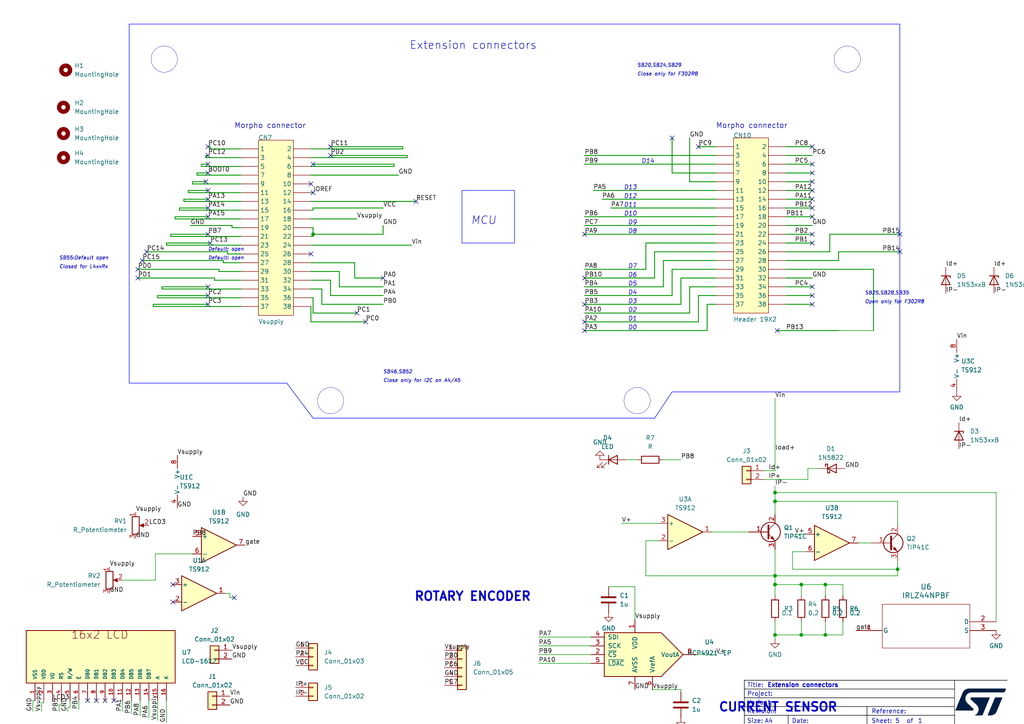
<source format=kicad_sch>
(kicad_sch (version 20230121) (generator eeschema)

  (uuid 6a6ddf16-9be7-4878-ab73-07f256fbaf1c)

  (paper "A4")

  (title_block
    (title "Extension connectors")
    (rev "C.3")
  )

  (lib_symbols
    (symbol "2024-03-22_10-34-59:IRLZ44NPBF" (pin_names (offset 0.254)) (in_bom yes) (on_board yes)
      (property "Reference" "U" (at 20.32 10.16 0)
        (effects (font (size 1.524 1.524)))
      )
      (property "Value" "IRLZ44NPBF" (at 20.32 7.62 0)
        (effects (font (size 1.524 1.524)))
      )
      (property "Footprint" "PG-TO220-3_INF" (at 0 0 0)
        (effects (font (size 1.27 1.27) italic) hide)
      )
      (property "Datasheet" "IRLZ44NPBF" (at 0 0 0)
        (effects (font (size 1.27 1.27) italic) hide)
      )
      (property "ki_locked" "" (at 0 0 0)
        (effects (font (size 1.27 1.27)))
      )
      (property "ki_keywords" "IRLZ44NPBF" (at 0 0 0)
        (effects (font (size 1.27 1.27)) hide)
      )
      (property "ki_fp_filters" "PG-TO220-3_INF" (at 0 0 0)
        (effects (font (size 1.27 1.27)) hide)
      )
      (symbol "IRLZ44NPBF_0_1"
        (polyline
          (pts
            (xy 7.62 -7.62)
            (xy 33.02 -7.62)
          )
          (stroke (width 0.127) (type default))
          (fill (type none))
        )
        (polyline
          (pts
            (xy 7.62 5.08)
            (xy 7.62 -7.62)
          )
          (stroke (width 0.127) (type default))
          (fill (type none))
        )
        (polyline
          (pts
            (xy 33.02 -7.62)
            (xy 33.02 5.08)
          )
          (stroke (width 0.127) (type default))
          (fill (type none))
        )
        (polyline
          (pts
            (xy 33.02 5.08)
            (xy 7.62 5.08)
          )
          (stroke (width 0.127) (type default))
          (fill (type none))
        )
        (pin unspecified line (at 0 0 0) (length 7.62)
          (name "G" (effects (font (size 1.27 1.27))))
          (number "1" (effects (font (size 1.27 1.27))))
        )
        (pin unspecified line (at 40.64 -2.54 180) (length 7.62)
          (name "D" (effects (font (size 1.27 1.27))))
          (number "2" (effects (font (size 1.27 1.27))))
        )
        (pin unspecified line (at 40.64 0 180) (length 7.62)
          (name "S" (effects (font (size 1.27 1.27))))
          (number "3" (effects (font (size 1.27 1.27))))
        )
      )
    )
    (symbol "Amplifier_Operational:TS912" (pin_names (offset 0.127)) (in_bom yes) (on_board yes)
      (property "Reference" "U" (at 0 5.08 0)
        (effects (font (size 1.27 1.27)) (justify left))
      )
      (property "Value" "TS912" (at 0 -5.08 0)
        (effects (font (size 1.27 1.27)) (justify left))
      )
      (property "Footprint" "" (at 0 0 0)
        (effects (font (size 1.27 1.27)) hide)
      )
      (property "Datasheet" "www.st.com/resource/en/datasheet/ts912.pdf" (at 0 0 0)
        (effects (font (size 1.27 1.27)) hide)
      )
      (property "ki_locked" "" (at 0 0 0)
        (effects (font (size 1.27 1.27)))
      )
      (property "ki_keywords" "dual opamp" (at 0 0 0)
        (effects (font (size 1.27 1.27)) hide)
      )
      (property "ki_description" "Dual Rail-to-rail CMOS Operational Amplifier, DIP-8/SOIC-8" (at 0 0 0)
        (effects (font (size 1.27 1.27)) hide)
      )
      (property "ki_fp_filters" "SOIC*3.9x4.9mm*P1.27mm* DIP*W7.62mm* TO*99* OnSemi*Micro8* TSSOP*3x3mm*P0.65mm* TSSOP*4.4x3mm*P0.65mm* MSOP*3x3mm*P0.65mm* SSOP*3.9x4.9mm*P0.635mm* LFCSP*2x2mm*P0.5mm* *SIP* SOIC*5.3x6.2mm*P1.27mm*" (at 0 0 0)
        (effects (font (size 1.27 1.27)) hide)
      )
      (symbol "TS912_1_1"
        (polyline
          (pts
            (xy -5.08 5.08)
            (xy 5.08 0)
            (xy -5.08 -5.08)
            (xy -5.08 5.08)
          )
          (stroke (width 0.254) (type default))
          (fill (type background))
        )
        (pin output line (at 7.62 0 180) (length 2.54)
          (name "~" (effects (font (size 1.27 1.27))))
          (number "1" (effects (font (size 1.27 1.27))))
        )
        (pin input line (at -7.62 -2.54 0) (length 2.54)
          (name "-" (effects (font (size 1.27 1.27))))
          (number "2" (effects (font (size 1.27 1.27))))
        )
        (pin input line (at -7.62 2.54 0) (length 2.54)
          (name "+" (effects (font (size 1.27 1.27))))
          (number "3" (effects (font (size 1.27 1.27))))
        )
      )
      (symbol "TS912_2_1"
        (polyline
          (pts
            (xy -5.08 5.08)
            (xy 5.08 0)
            (xy -5.08 -5.08)
            (xy -5.08 5.08)
          )
          (stroke (width 0.254) (type default))
          (fill (type background))
        )
        (pin input line (at -7.62 2.54 0) (length 2.54)
          (name "+" (effects (font (size 1.27 1.27))))
          (number "5" (effects (font (size 1.27 1.27))))
        )
        (pin input line (at -7.62 -2.54 0) (length 2.54)
          (name "-" (effects (font (size 1.27 1.27))))
          (number "6" (effects (font (size 1.27 1.27))))
        )
        (pin output line (at 7.62 0 180) (length 2.54)
          (name "~" (effects (font (size 1.27 1.27))))
          (number "7" (effects (font (size 1.27 1.27))))
        )
      )
      (symbol "TS912_3_1"
        (pin power_in line (at -2.54 -7.62 90) (length 3.81)
          (name "V-" (effects (font (size 1.27 1.27))))
          (number "4" (effects (font (size 1.27 1.27))))
        )
        (pin power_in line (at -2.54 7.62 270) (length 3.81)
          (name "V+" (effects (font (size 1.27 1.27))))
          (number "8" (effects (font (size 1.27 1.27))))
        )
      )
    )
    (symbol "Analog_DAC:MCP4921-EP" (pin_names (offset 1.016)) (in_bom yes) (on_board yes)
      (property "Reference" "U" (at -11.43 7.62 0)
        (effects (font (size 1.27 1.27)) (justify left))
      )
      (property "Value" "MCP4921-EP" (at 0 7.62 0)
        (effects (font (size 1.27 1.27)) (justify left))
      )
      (property "Footprint" "" (at 0 0 0)
        (effects (font (size 1.27 1.27) italic) hide)
      )
      (property "Datasheet" "http://ww1.microchip.com/downloads/en/devicedoc/21897a.pdf" (at 0 0 0)
        (effects (font (size 1.27 1.27)) hide)
      )
      (property "ki_keywords" "Single DAC 1ch 12bit SPI" (at 0 0 0)
        (effects (font (size 1.27 1.27)) hide)
      )
      (property "ki_description" "Single 12-bit Digital to Analog Converter, SPI Interface, PDIP-8" (at 0 0 0)
        (effects (font (size 1.27 1.27)) hide)
      )
      (property "ki_fp_filters" "MSOP* SOIC* DIP* PDIP*" (at 0 0 0)
        (effects (font (size 1.27 1.27)) hide)
      )
      (symbol "MCP4921-EP_0_1"
        (polyline
          (pts
            (xy -11.43 6.35)
            (xy 5.08 6.35)
            (xy 11.43 0)
            (xy 5.08 -6.35)
            (xy -11.43 -6.35)
            (xy -11.43 6.35)
          )
          (stroke (width 0.254) (type default))
          (fill (type background))
        )
      )
      (symbol "MCP4921-EP_1_1"
        (pin power_in line (at -2.54 10.16 270) (length 3.81)
          (name "VDD" (effects (font (size 1.27 1.27))))
          (number "1" (effects (font (size 1.27 1.27))))
        )
        (pin input line (at -15.24 0 0) (length 3.81)
          (name "~{CS}" (effects (font (size 1.27 1.27))))
          (number "2" (effects (font (size 1.27 1.27))))
        )
        (pin input line (at -15.24 2.54 0) (length 3.81)
          (name "SCK" (effects (font (size 1.27 1.27))))
          (number "3" (effects (font (size 1.27 1.27))))
        )
        (pin input line (at -15.24 5.08 0) (length 3.81)
          (name "SDI" (effects (font (size 1.27 1.27))))
          (number "4" (effects (font (size 1.27 1.27))))
        )
        (pin input line (at -15.24 -2.54 0) (length 3.81)
          (name "~{LDAC}" (effects (font (size 1.27 1.27))))
          (number "5" (effects (font (size 1.27 1.27))))
        )
        (pin passive line (at 2.54 -10.16 90) (length 3.81)
          (name "VrefA" (effects (font (size 1.27 1.27))))
          (number "6" (effects (font (size 1.27 1.27))))
        )
        (pin power_in line (at -2.54 -10.16 90) (length 3.81)
          (name "AVSS" (effects (font (size 1.27 1.27))))
          (number "7" (effects (font (size 1.27 1.27))))
        )
        (pin passive line (at 15.24 0 180) (length 3.81)
          (name "VoutA" (effects (font (size 1.27 1.27))))
          (number "8" (effects (font (size 1.27 1.27))))
        )
      )
    )
    (symbol "Connector_Generic:Conn_01x02" (pin_names (offset 1.016) hide) (in_bom yes) (on_board yes)
      (property "Reference" "J" (at 0 2.54 0)
        (effects (font (size 1.27 1.27)))
      )
      (property "Value" "Conn_01x02" (at 0 -5.08 0)
        (effects (font (size 1.27 1.27)))
      )
      (property "Footprint" "" (at 0 0 0)
        (effects (font (size 1.27 1.27)) hide)
      )
      (property "Datasheet" "~" (at 0 0 0)
        (effects (font (size 1.27 1.27)) hide)
      )
      (property "ki_keywords" "connector" (at 0 0 0)
        (effects (font (size 1.27 1.27)) hide)
      )
      (property "ki_description" "Generic connector, single row, 01x02, script generated (kicad-library-utils/schlib/autogen/connector/)" (at 0 0 0)
        (effects (font (size 1.27 1.27)) hide)
      )
      (property "ki_fp_filters" "Connector*:*_1x??_*" (at 0 0 0)
        (effects (font (size 1.27 1.27)) hide)
      )
      (symbol "Conn_01x02_1_1"
        (rectangle (start -1.27 -2.413) (end 0 -2.667)
          (stroke (width 0.1524) (type default))
          (fill (type none))
        )
        (rectangle (start -1.27 0.127) (end 0 -0.127)
          (stroke (width 0.1524) (type default))
          (fill (type none))
        )
        (rectangle (start -1.27 1.27) (end 1.27 -3.81)
          (stroke (width 0.254) (type default))
          (fill (type background))
        )
        (pin passive line (at -5.08 0 0) (length 3.81)
          (name "Pin_1" (effects (font (size 1.27 1.27))))
          (number "1" (effects (font (size 1.27 1.27))))
        )
        (pin passive line (at -5.08 -2.54 0) (length 3.81)
          (name "Pin_2" (effects (font (size 1.27 1.27))))
          (number "2" (effects (font (size 1.27 1.27))))
        )
      )
    )
    (symbol "Connector_Generic:Conn_01x03" (pin_names (offset 1.016) hide) (in_bom yes) (on_board yes)
      (property "Reference" "J" (at 0 5.08 0)
        (effects (font (size 1.27 1.27)))
      )
      (property "Value" "Conn_01x03" (at 0 -5.08 0)
        (effects (font (size 1.27 1.27)))
      )
      (property "Footprint" "" (at 0 0 0)
        (effects (font (size 1.27 1.27)) hide)
      )
      (property "Datasheet" "~" (at 0 0 0)
        (effects (font (size 1.27 1.27)) hide)
      )
      (property "ki_keywords" "connector" (at 0 0 0)
        (effects (font (size 1.27 1.27)) hide)
      )
      (property "ki_description" "Generic connector, single row, 01x03, script generated (kicad-library-utils/schlib/autogen/connector/)" (at 0 0 0)
        (effects (font (size 1.27 1.27)) hide)
      )
      (property "ki_fp_filters" "Connector*:*_1x??_*" (at 0 0 0)
        (effects (font (size 1.27 1.27)) hide)
      )
      (symbol "Conn_01x03_1_1"
        (rectangle (start -1.27 -2.413) (end 0 -2.667)
          (stroke (width 0.1524) (type default))
          (fill (type none))
        )
        (rectangle (start -1.27 0.127) (end 0 -0.127)
          (stroke (width 0.1524) (type default))
          (fill (type none))
        )
        (rectangle (start -1.27 2.667) (end 0 2.413)
          (stroke (width 0.1524) (type default))
          (fill (type none))
        )
        (rectangle (start -1.27 3.81) (end 1.27 -3.81)
          (stroke (width 0.254) (type default))
          (fill (type background))
        )
        (pin passive line (at -5.08 2.54 0) (length 3.81)
          (name "Pin_1" (effects (font (size 1.27 1.27))))
          (number "1" (effects (font (size 1.27 1.27))))
        )
        (pin passive line (at -5.08 0 0) (length 3.81)
          (name "Pin_2" (effects (font (size 1.27 1.27))))
          (number "2" (effects (font (size 1.27 1.27))))
        )
        (pin passive line (at -5.08 -2.54 0) (length 3.81)
          (name "Pin_3" (effects (font (size 1.27 1.27))))
          (number "3" (effects (font (size 1.27 1.27))))
        )
      )
    )
    (symbol "Connector_Generic:Conn_01x05" (pin_names (offset 1.016) hide) (in_bom yes) (on_board yes)
      (property "Reference" "J" (at 0 7.62 0)
        (effects (font (size 1.27 1.27)))
      )
      (property "Value" "Conn_01x05" (at 0 -7.62 0)
        (effects (font (size 1.27 1.27)))
      )
      (property "Footprint" "" (at 0 0 0)
        (effects (font (size 1.27 1.27)) hide)
      )
      (property "Datasheet" "~" (at 0 0 0)
        (effects (font (size 1.27 1.27)) hide)
      )
      (property "ki_keywords" "connector" (at 0 0 0)
        (effects (font (size 1.27 1.27)) hide)
      )
      (property "ki_description" "Generic connector, single row, 01x05, script generated (kicad-library-utils/schlib/autogen/connector/)" (at 0 0 0)
        (effects (font (size 1.27 1.27)) hide)
      )
      (property "ki_fp_filters" "Connector*:*_1x??_*" (at 0 0 0)
        (effects (font (size 1.27 1.27)) hide)
      )
      (symbol "Conn_01x05_1_1"
        (rectangle (start -1.27 -4.953) (end 0 -5.207)
          (stroke (width 0.1524) (type default))
          (fill (type none))
        )
        (rectangle (start -1.27 -2.413) (end 0 -2.667)
          (stroke (width 0.1524) (type default))
          (fill (type none))
        )
        (rectangle (start -1.27 0.127) (end 0 -0.127)
          (stroke (width 0.1524) (type default))
          (fill (type none))
        )
        (rectangle (start -1.27 2.667) (end 0 2.413)
          (stroke (width 0.1524) (type default))
          (fill (type none))
        )
        (rectangle (start -1.27 5.207) (end 0 4.953)
          (stroke (width 0.1524) (type default))
          (fill (type none))
        )
        (rectangle (start -1.27 6.35) (end 1.27 -6.35)
          (stroke (width 0.254) (type default))
          (fill (type background))
        )
        (pin passive line (at -5.08 5.08 0) (length 3.81)
          (name "Pin_1" (effects (font (size 1.27 1.27))))
          (number "1" (effects (font (size 1.27 1.27))))
        )
        (pin passive line (at -5.08 2.54 0) (length 3.81)
          (name "Pin_2" (effects (font (size 1.27 1.27))))
          (number "2" (effects (font (size 1.27 1.27))))
        )
        (pin passive line (at -5.08 0 0) (length 3.81)
          (name "Pin_3" (effects (font (size 1.27 1.27))))
          (number "3" (effects (font (size 1.27 1.27))))
        )
        (pin passive line (at -5.08 -2.54 0) (length 3.81)
          (name "Pin_4" (effects (font (size 1.27 1.27))))
          (number "4" (effects (font (size 1.27 1.27))))
        )
        (pin passive line (at -5.08 -5.08 0) (length 3.81)
          (name "Pin_5" (effects (font (size 1.27 1.27))))
          (number "5" (effects (font (size 1.27 1.27))))
        )
      )
    )
    (symbol "Connectors-altium-import:root_0_Header 19X2" (in_bom yes) (on_board yes)
      (property "Reference" "" (at 0 0 0)
        (effects (font (size 1.27 1.27)))
      )
      (property "Value" "" (at 0 0 0)
        (effects (font (size 1.27 1.27)))
      )
      (property "Footprint" "" (at 0 0 0)
        (effects (font (size 1.27 1.27)) hide)
      )
      (property "Datasheet" "" (at 0 0 0)
        (effects (font (size 1.27 1.27)) hide)
      )
      (property "ki_description" "Header, 19-Pin, Dual row" (at 0 0 0)
        (effects (font (size 1.27 1.27)) hide)
      )
      (property "ki_fp_filters" "2*19P" (at 0 0 0)
        (effects (font (size 1.27 1.27)) hide)
      )
      (symbol "root_0_Header 19X2_1_0"
        (rectangle (start 10.16 0) (end 0 -50.8)
          (stroke (width 0) (type solid))
          (fill (type background))
        )
        (pin passive line (at -5.08 -2.54 0) (length 5.08)
          (name "1" (effects (font (size 1.27 1.27))))
          (number "1" (effects (font (size 0 0))))
        )
        (pin passive line (at 15.24 -12.7 180) (length 5.08)
          (name "10" (effects (font (size 1.27 1.27))))
          (number "10" (effects (font (size 0 0))))
        )
        (pin passive line (at -5.08 -15.24 0) (length 5.08)
          (name "11" (effects (font (size 1.27 1.27))))
          (number "11" (effects (font (size 0 0))))
        )
        (pin passive line (at 15.24 -15.24 180) (length 5.08)
          (name "12" (effects (font (size 1.27 1.27))))
          (number "12" (effects (font (size 0 0))))
        )
        (pin passive line (at -5.08 -17.78 0) (length 5.08)
          (name "13" (effects (font (size 1.27 1.27))))
          (number "13" (effects (font (size 0 0))))
        )
        (pin passive line (at 15.24 -17.78 180) (length 5.08)
          (name "14" (effects (font (size 1.27 1.27))))
          (number "14" (effects (font (size 0 0))))
        )
        (pin passive line (at -5.08 -20.32 0) (length 5.08)
          (name "15" (effects (font (size 1.27 1.27))))
          (number "15" (effects (font (size 0 0))))
        )
        (pin passive line (at 15.24 -20.32 180) (length 5.08)
          (name "16" (effects (font (size 1.27 1.27))))
          (number "16" (effects (font (size 0 0))))
        )
        (pin passive line (at -5.08 -22.86 0) (length 5.08)
          (name "17" (effects (font (size 1.27 1.27))))
          (number "17" (effects (font (size 0 0))))
        )
        (pin passive line (at 15.24 -22.86 180) (length 5.08)
          (name "18" (effects (font (size 1.27 1.27))))
          (number "18" (effects (font (size 0 0))))
        )
        (pin passive line (at -5.08 -25.4 0) (length 5.08)
          (name "19" (effects (font (size 1.27 1.27))))
          (number "19" (effects (font (size 0 0))))
        )
        (pin passive line (at 15.24 -2.54 180) (length 5.08)
          (name "2" (effects (font (size 1.27 1.27))))
          (number "2" (effects (font (size 0 0))))
        )
        (pin passive line (at 15.24 -25.4 180) (length 5.08)
          (name "20" (effects (font (size 1.27 1.27))))
          (number "20" (effects (font (size 0 0))))
        )
        (pin passive line (at -5.08 -27.94 0) (length 5.08)
          (name "21" (effects (font (size 1.27 1.27))))
          (number "21" (effects (font (size 0 0))))
        )
        (pin passive line (at 15.24 -27.94 180) (length 5.08)
          (name "22" (effects (font (size 1.27 1.27))))
          (number "22" (effects (font (size 0 0))))
        )
        (pin passive line (at -5.08 -30.48 0) (length 5.08)
          (name "23" (effects (font (size 1.27 1.27))))
          (number "23" (effects (font (size 0 0))))
        )
        (pin passive line (at 15.24 -30.48 180) (length 5.08)
          (name "24" (effects (font (size 1.27 1.27))))
          (number "24" (effects (font (size 0 0))))
        )
        (pin passive line (at -5.08 -33.02 0) (length 5.08)
          (name "25" (effects (font (size 1.27 1.27))))
          (number "25" (effects (font (size 0 0))))
        )
        (pin passive line (at 15.24 -33.02 180) (length 5.08)
          (name "26" (effects (font (size 1.27 1.27))))
          (number "26" (effects (font (size 0 0))))
        )
        (pin passive line (at -5.08 -35.56 0) (length 5.08)
          (name "27" (effects (font (size 1.27 1.27))))
          (number "27" (effects (font (size 0 0))))
        )
        (pin passive line (at 15.24 -35.56 180) (length 5.08)
          (name "28" (effects (font (size 1.27 1.27))))
          (number "28" (effects (font (size 0 0))))
        )
        (pin passive line (at -5.08 -38.1 0) (length 5.08)
          (name "29" (effects (font (size 1.27 1.27))))
          (number "29" (effects (font (size 0 0))))
        )
        (pin passive line (at -5.08 -5.08 0) (length 5.08)
          (name "3" (effects (font (size 1.27 1.27))))
          (number "3" (effects (font (size 0 0))))
        )
        (pin passive line (at 15.24 -38.1 180) (length 5.08)
          (name "30" (effects (font (size 1.27 1.27))))
          (number "30" (effects (font (size 0 0))))
        )
        (pin passive line (at -5.08 -40.64 0) (length 5.08)
          (name "31" (effects (font (size 1.27 1.27))))
          (number "31" (effects (font (size 0 0))))
        )
        (pin passive line (at 15.24 -40.64 180) (length 5.08)
          (name "32" (effects (font (size 1.27 1.27))))
          (number "32" (effects (font (size 0 0))))
        )
        (pin passive line (at -5.08 -43.18 0) (length 5.08)
          (name "33" (effects (font (size 1.27 1.27))))
          (number "33" (effects (font (size 0 0))))
        )
        (pin passive line (at 15.24 -43.18 180) (length 5.08)
          (name "34" (effects (font (size 1.27 1.27))))
          (number "34" (effects (font (size 0 0))))
        )
        (pin passive line (at -5.08 -45.72 0) (length 5.08)
          (name "35" (effects (font (size 1.27 1.27))))
          (number "35" (effects (font (size 0 0))))
        )
        (pin passive line (at 15.24 -45.72 180) (length 5.08)
          (name "36" (effects (font (size 1.27 1.27))))
          (number "36" (effects (font (size 0 0))))
        )
        (pin passive line (at -5.08 -48.26 0) (length 5.08)
          (name "37" (effects (font (size 1.27 1.27))))
          (number "37" (effects (font (size 0 0))))
        )
        (pin passive line (at 15.24 -48.26 180) (length 5.08)
          (name "38" (effects (font (size 1.27 1.27))))
          (number "38" (effects (font (size 0 0))))
        )
        (pin passive line (at 15.24 -5.08 180) (length 5.08)
          (name "4" (effects (font (size 1.27 1.27))))
          (number "4" (effects (font (size 0 0))))
        )
        (pin passive line (at -5.08 -7.62 0) (length 5.08)
          (name "5" (effects (font (size 1.27 1.27))))
          (number "5" (effects (font (size 0 0))))
        )
        (pin passive line (at 15.24 -7.62 180) (length 5.08)
          (name "6" (effects (font (size 1.27 1.27))))
          (number "6" (effects (font (size 0 0))))
        )
        (pin passive line (at -5.08 -10.16 0) (length 5.08)
          (name "7" (effects (font (size 1.27 1.27))))
          (number "7" (effects (font (size 0 0))))
        )
        (pin passive line (at 15.24 -10.16 180) (length 5.08)
          (name "8" (effects (font (size 1.27 1.27))))
          (number "8" (effects (font (size 0 0))))
        )
        (pin passive line (at -5.08 -12.7 0) (length 5.08)
          (name "9" (effects (font (size 1.27 1.27))))
          (number "9" (effects (font (size 0 0))))
        )
      )
    )
    (symbol "Device:C" (pin_numbers hide) (pin_names (offset 0.254)) (in_bom yes) (on_board yes)
      (property "Reference" "C" (at 0.635 2.54 0)
        (effects (font (size 1.27 1.27)) (justify left))
      )
      (property "Value" "C" (at 0.635 -2.54 0)
        (effects (font (size 1.27 1.27)) (justify left))
      )
      (property "Footprint" "" (at 0.9652 -3.81 0)
        (effects (font (size 1.27 1.27)) hide)
      )
      (property "Datasheet" "~" (at 0 0 0)
        (effects (font (size 1.27 1.27)) hide)
      )
      (property "ki_keywords" "cap capacitor" (at 0 0 0)
        (effects (font (size 1.27 1.27)) hide)
      )
      (property "ki_description" "Unpolarized capacitor" (at 0 0 0)
        (effects (font (size 1.27 1.27)) hide)
      )
      (property "ki_fp_filters" "C_*" (at 0 0 0)
        (effects (font (size 1.27 1.27)) hide)
      )
      (symbol "C_0_1"
        (polyline
          (pts
            (xy -2.032 -0.762)
            (xy 2.032 -0.762)
          )
          (stroke (width 0.508) (type default))
          (fill (type none))
        )
        (polyline
          (pts
            (xy -2.032 0.762)
            (xy 2.032 0.762)
          )
          (stroke (width 0.508) (type default))
          (fill (type none))
        )
      )
      (symbol "C_1_1"
        (pin passive line (at 0 3.81 270) (length 2.794)
          (name "~" (effects (font (size 1.27 1.27))))
          (number "1" (effects (font (size 1.27 1.27))))
        )
        (pin passive line (at 0 -3.81 90) (length 2.794)
          (name "~" (effects (font (size 1.27 1.27))))
          (number "2" (effects (font (size 1.27 1.27))))
        )
      )
    )
    (symbol "Device:LED" (pin_numbers hide) (pin_names (offset 1.016) hide) (in_bom yes) (on_board yes)
      (property "Reference" "D" (at 0 2.54 0)
        (effects (font (size 1.27 1.27)))
      )
      (property "Value" "LED" (at 0 -2.54 0)
        (effects (font (size 1.27 1.27)))
      )
      (property "Footprint" "" (at 0 0 0)
        (effects (font (size 1.27 1.27)) hide)
      )
      (property "Datasheet" "~" (at 0 0 0)
        (effects (font (size 1.27 1.27)) hide)
      )
      (property "ki_keywords" "LED diode" (at 0 0 0)
        (effects (font (size 1.27 1.27)) hide)
      )
      (property "ki_description" "Light emitting diode" (at 0 0 0)
        (effects (font (size 1.27 1.27)) hide)
      )
      (property "ki_fp_filters" "LED* LED_SMD:* LED_THT:*" (at 0 0 0)
        (effects (font (size 1.27 1.27)) hide)
      )
      (symbol "LED_0_1"
        (polyline
          (pts
            (xy -1.27 -1.27)
            (xy -1.27 1.27)
          )
          (stroke (width 0.254) (type default))
          (fill (type none))
        )
        (polyline
          (pts
            (xy -1.27 0)
            (xy 1.27 0)
          )
          (stroke (width 0) (type default))
          (fill (type none))
        )
        (polyline
          (pts
            (xy 1.27 -1.27)
            (xy 1.27 1.27)
            (xy -1.27 0)
            (xy 1.27 -1.27)
          )
          (stroke (width 0.254) (type default))
          (fill (type none))
        )
        (polyline
          (pts
            (xy -3.048 -0.762)
            (xy -4.572 -2.286)
            (xy -3.81 -2.286)
            (xy -4.572 -2.286)
            (xy -4.572 -1.524)
          )
          (stroke (width 0) (type default))
          (fill (type none))
        )
        (polyline
          (pts
            (xy -1.778 -0.762)
            (xy -3.302 -2.286)
            (xy -2.54 -2.286)
            (xy -3.302 -2.286)
            (xy -3.302 -1.524)
          )
          (stroke (width 0) (type default))
          (fill (type none))
        )
      )
      (symbol "LED_1_1"
        (pin passive line (at -3.81 0 0) (length 2.54)
          (name "K" (effects (font (size 1.27 1.27))))
          (number "1" (effects (font (size 1.27 1.27))))
        )
        (pin passive line (at 3.81 0 180) (length 2.54)
          (name "A" (effects (font (size 1.27 1.27))))
          (number "2" (effects (font (size 1.27 1.27))))
        )
      )
    )
    (symbol "Device:R" (pin_numbers hide) (pin_names (offset 0)) (in_bom yes) (on_board yes)
      (property "Reference" "R" (at 2.032 0 90)
        (effects (font (size 1.27 1.27)))
      )
      (property "Value" "R" (at 0 0 90)
        (effects (font (size 1.27 1.27)))
      )
      (property "Footprint" "" (at -1.778 0 90)
        (effects (font (size 1.27 1.27)) hide)
      )
      (property "Datasheet" "~" (at 0 0 0)
        (effects (font (size 1.27 1.27)) hide)
      )
      (property "ki_keywords" "R res resistor" (at 0 0 0)
        (effects (font (size 1.27 1.27)) hide)
      )
      (property "ki_description" "Resistor" (at 0 0 0)
        (effects (font (size 1.27 1.27)) hide)
      )
      (property "ki_fp_filters" "R_*" (at 0 0 0)
        (effects (font (size 1.27 1.27)) hide)
      )
      (symbol "R_0_1"
        (rectangle (start -1.016 -2.54) (end 1.016 2.54)
          (stroke (width 0.254) (type default))
          (fill (type none))
        )
      )
      (symbol "R_1_1"
        (pin passive line (at 0 3.81 270) (length 1.27)
          (name "~" (effects (font (size 1.27 1.27))))
          (number "1" (effects (font (size 1.27 1.27))))
        )
        (pin passive line (at 0 -3.81 90) (length 1.27)
          (name "~" (effects (font (size 1.27 1.27))))
          (number "2" (effects (font (size 1.27 1.27))))
        )
      )
    )
    (symbol "Device:R_Potentiometer" (pin_names (offset 1.016) hide) (in_bom yes) (on_board yes)
      (property "Reference" "RV" (at -4.445 0 90)
        (effects (font (size 1.27 1.27)))
      )
      (property "Value" "R_Potentiometer" (at -2.54 0 90)
        (effects (font (size 1.27 1.27)))
      )
      (property "Footprint" "" (at 0 0 0)
        (effects (font (size 1.27 1.27)) hide)
      )
      (property "Datasheet" "~" (at 0 0 0)
        (effects (font (size 1.27 1.27)) hide)
      )
      (property "ki_keywords" "resistor variable" (at 0 0 0)
        (effects (font (size 1.27 1.27)) hide)
      )
      (property "ki_description" "Potentiometer" (at 0 0 0)
        (effects (font (size 1.27 1.27)) hide)
      )
      (property "ki_fp_filters" "Potentiometer*" (at 0 0 0)
        (effects (font (size 1.27 1.27)) hide)
      )
      (symbol "R_Potentiometer_0_1"
        (polyline
          (pts
            (xy 2.54 0)
            (xy 1.524 0)
          )
          (stroke (width 0) (type default))
          (fill (type none))
        )
        (polyline
          (pts
            (xy 1.143 0)
            (xy 2.286 0.508)
            (xy 2.286 -0.508)
            (xy 1.143 0)
          )
          (stroke (width 0) (type default))
          (fill (type outline))
        )
        (rectangle (start 1.016 2.54) (end -1.016 -2.54)
          (stroke (width 0.254) (type default))
          (fill (type none))
        )
      )
      (symbol "R_Potentiometer_1_1"
        (pin passive line (at 0 3.81 270) (length 1.27)
          (name "1" (effects (font (size 1.27 1.27))))
          (number "1" (effects (font (size 1.27 1.27))))
        )
        (pin passive line (at 3.81 0 180) (length 1.27)
          (name "2" (effects (font (size 1.27 1.27))))
          (number "2" (effects (font (size 1.27 1.27))))
        )
        (pin passive line (at 0 -3.81 90) (length 1.27)
          (name "3" (effects (font (size 1.27 1.27))))
          (number "3" (effects (font (size 1.27 1.27))))
        )
      )
    )
    (symbol "Diode:1N53xxB" (pin_numbers hide) (pin_names hide) (in_bom yes) (on_board yes)
      (property "Reference" "D" (at 0 2.54 0)
        (effects (font (size 1.27 1.27)))
      )
      (property "Value" "1N53xxB" (at 0 -2.54 0)
        (effects (font (size 1.27 1.27)))
      )
      (property "Footprint" "Diode_THT:D_DO-201_P15.24mm_Horizontal" (at 0 -4.445 0)
        (effects (font (size 1.27 1.27)) hide)
      )
      (property "Datasheet" "https://diotec.com/tl_files/diotec/files/pdf/datasheets/1n5345b.pdf" (at 0 0 0)
        (effects (font (size 1.27 1.27)) hide)
      )
      (property "ki_keywords" "zener diode" (at 0 0 0)
        (effects (font (size 1.27 1.27)) hide)
      )
      (property "ki_description" "5000mW Zener Diode, DO-201" (at 0 0 0)
        (effects (font (size 1.27 1.27)) hide)
      )
      (property "ki_fp_filters" "D*DO?201*" (at 0 0 0)
        (effects (font (size 1.27 1.27)) hide)
      )
      (symbol "1N53xxB_0_1"
        (polyline
          (pts
            (xy 1.27 0)
            (xy -1.27 0)
          )
          (stroke (width 0) (type default))
          (fill (type none))
        )
        (polyline
          (pts
            (xy -1.27 -1.27)
            (xy -1.27 1.27)
            (xy -0.762 1.27)
          )
          (stroke (width 0.254) (type default))
          (fill (type none))
        )
        (polyline
          (pts
            (xy 1.27 -1.27)
            (xy 1.27 1.27)
            (xy -1.27 0)
            (xy 1.27 -1.27)
          )
          (stroke (width 0.254) (type default))
          (fill (type none))
        )
      )
      (symbol "1N53xxB_1_1"
        (pin passive line (at -3.81 0 0) (length 2.54)
          (name "K" (effects (font (size 1.27 1.27))))
          (number "1" (effects (font (size 1.27 1.27))))
        )
        (pin passive line (at 3.81 0 180) (length 2.54)
          (name "A" (effects (font (size 1.27 1.27))))
          (number "2" (effects (font (size 1.27 1.27))))
        )
      )
    )
    (symbol "Diode:1N5822" (pin_numbers hide) (pin_names (offset 1.016) hide) (in_bom yes) (on_board yes)
      (property "Reference" "D" (at 0 2.54 0)
        (effects (font (size 1.27 1.27)))
      )
      (property "Value" "1N5822" (at 0 -2.54 0)
        (effects (font (size 1.27 1.27)))
      )
      (property "Footprint" "Diode_THT:D_DO-201AD_P15.24mm_Horizontal" (at 0 -4.445 0)
        (effects (font (size 1.27 1.27)) hide)
      )
      (property "Datasheet" "http://www.vishay.com/docs/88526/1n5820.pdf" (at 0 0 0)
        (effects (font (size 1.27 1.27)) hide)
      )
      (property "ki_keywords" "diode Schottky" (at 0 0 0)
        (effects (font (size 1.27 1.27)) hide)
      )
      (property "ki_description" "40V 3A Schottky Barrier Rectifier Diode, DO-201AD" (at 0 0 0)
        (effects (font (size 1.27 1.27)) hide)
      )
      (property "ki_fp_filters" "D*DO?201AD*" (at 0 0 0)
        (effects (font (size 1.27 1.27)) hide)
      )
      (symbol "1N5822_0_1"
        (polyline
          (pts
            (xy 1.27 0)
            (xy -1.27 0)
          )
          (stroke (width 0) (type default))
          (fill (type none))
        )
        (polyline
          (pts
            (xy 1.27 1.27)
            (xy 1.27 -1.27)
            (xy -1.27 0)
            (xy 1.27 1.27)
          )
          (stroke (width 0.254) (type default))
          (fill (type none))
        )
        (polyline
          (pts
            (xy -1.905 0.635)
            (xy -1.905 1.27)
            (xy -1.27 1.27)
            (xy -1.27 -1.27)
            (xy -0.635 -1.27)
            (xy -0.635 -0.635)
          )
          (stroke (width 0.254) (type default))
          (fill (type none))
        )
      )
      (symbol "1N5822_1_1"
        (pin passive line (at -3.81 0 0) (length 2.54)
          (name "K" (effects (font (size 1.27 1.27))))
          (number "1" (effects (font (size 1.27 1.27))))
        )
        (pin passive line (at 3.81 0 180) (length 2.54)
          (name "A" (effects (font (size 1.27 1.27))))
          (number "2" (effects (font (size 1.27 1.27))))
        )
      )
    )
    (symbol "LCD-16X2:LCD-16X2" (pin_names (offset 1.016)) (in_bom yes) (on_board yes)
      (property "Reference" "U" (at -7.62 23.368 0)
        (effects (font (size 1.27 1.27)) (justify left bottom))
      )
      (property "Value" "LCD-16X2" (at -7.62 -22.86 0)
        (effects (font (size 1.27 1.27)) (justify left bottom))
      )
      (property "Footprint" "LCD-16X2:MODULE_LCD-16X2" (at 0 0 0)
        (effects (font (size 1.27 1.27)) (justify bottom) hide)
      )
      (property "Datasheet" "" (at 0 0 0)
        (effects (font (size 1.27 1.27)) hide)
      )
      (property "MF" "Gravitech" (at 0 0 0)
        (effects (font (size 1.27 1.27)) (justify bottom) hide)
      )
      (property "MAXIMUM_PACKAGE_HEIGHT" "14 mm" (at 0 0 0)
        (effects (font (size 1.27 1.27)) (justify bottom) hide)
      )
      (property "Package" "None" (at 0 0 0)
        (effects (font (size 1.27 1.27)) (justify bottom) hide)
      )
      (property "Price" "None" (at 0 0 0)
        (effects (font (size 1.27 1.27)) (justify bottom) hide)
      )
      (property "Check_prices" "https://www.snapeda.com/parts/LCD-16X2/Gravitech/view-part/?ref=eda" (at 0 0 0)
        (effects (font (size 1.27 1.27)) (justify bottom) hide)
      )
      (property "STANDARD" "Manufacturer Recommendations" (at 0 0 0)
        (effects (font (size 1.27 1.27)) (justify bottom) hide)
      )
      (property "PARTREV" "N/A" (at 0 0 0)
        (effects (font (size 1.27 1.27)) (justify bottom) hide)
      )
      (property "SnapEDA_Link" "https://www.snapeda.com/parts/LCD-16X2/Gravitech/view-part/?ref=snap" (at 0 0 0)
        (effects (font (size 1.27 1.27)) (justify bottom) hide)
      )
      (property "MP" "LCD-16X2" (at 0 0 0)
        (effects (font (size 1.27 1.27)) (justify bottom) hide)
      )
      (property "Description" "\nDisplay Development Tools 16x2 Black on Green Char LCD w Backlight\n" (at 0 0 0)
        (effects (font (size 1.27 1.27)) (justify bottom) hide)
      )
      (property "Availability" "Not in stock" (at 0 0 0)
        (effects (font (size 1.27 1.27)) (justify bottom) hide)
      )
      (property "MANUFACTURER" "Gravitech" (at 0 0 0)
        (effects (font (size 1.27 1.27)) (justify bottom) hide)
      )
      (symbol "LCD-16X2_0_0"
        (rectangle (start -7.62 -20.32) (end 7.62 22.86)
          (stroke (width 0.254) (type default))
          (fill (type background))
        )
        (text "16x2 LCD" (at 5.08 -6.858 900)
          (effects (font (size 2.286 2.286)) (justify left bottom))
        )
        (pin power_in line (at -12.7 20.32 0) (length 5.08)
          (name "VSS" (effects (font (size 1.016 1.016))))
          (number "1" (effects (font (size 1.016 1.016))))
        )
        (pin bidirectional line (at -12.7 -2.54 0) (length 5.08)
          (name "DB3" (effects (font (size 1.016 1.016))))
          (number "10" (effects (font (size 1.016 1.016))))
        )
        (pin bidirectional line (at -12.7 -5.08 0) (length 5.08)
          (name "DB4" (effects (font (size 1.016 1.016))))
          (number "11" (effects (font (size 1.016 1.016))))
        )
        (pin bidirectional line (at -12.7 -7.62 0) (length 5.08)
          (name "DB5" (effects (font (size 1.016 1.016))))
          (number "12" (effects (font (size 1.016 1.016))))
        )
        (pin bidirectional line (at -12.7 -10.16 0) (length 5.08)
          (name "DB6" (effects (font (size 1.016 1.016))))
          (number "13" (effects (font (size 1.016 1.016))))
        )
        (pin bidirectional line (at -12.7 -12.7 0) (length 5.08)
          (name "DB7" (effects (font (size 1.016 1.016))))
          (number "14" (effects (font (size 1.016 1.016))))
        )
        (pin power_in line (at -12.7 -15.24 0) (length 5.08)
          (name "A" (effects (font (size 1.016 1.016))))
          (number "15" (effects (font (size 1.016 1.016))))
        )
        (pin power_in line (at -12.7 -17.78 0) (length 5.08)
          (name "K" (effects (font (size 1.016 1.016))))
          (number "16" (effects (font (size 1.016 1.016))))
        )
        (pin power_in line (at -12.7 17.78 0) (length 5.08)
          (name "VDD" (effects (font (size 1.016 1.016))))
          (number "2" (effects (font (size 1.016 1.016))))
        )
        (pin bidirectional line (at -12.7 15.24 0) (length 5.08)
          (name "VO" (effects (font (size 1.016 1.016))))
          (number "3" (effects (font (size 1.016 1.016))))
        )
        (pin input line (at -12.7 12.7 0) (length 5.08)
          (name "RS" (effects (font (size 1.016 1.016))))
          (number "4" (effects (font (size 1.016 1.016))))
        )
        (pin input line (at -12.7 10.16 0) (length 5.08)
          (name "R/W" (effects (font (size 1.016 1.016))))
          (number "5" (effects (font (size 1.016 1.016))))
        )
        (pin input line (at -12.7 7.62 0) (length 5.08)
          (name "E" (effects (font (size 1.016 1.016))))
          (number "6" (effects (font (size 1.016 1.016))))
        )
        (pin bidirectional line (at -12.7 5.08 0) (length 5.08)
          (name "DB0" (effects (font (size 1.016 1.016))))
          (number "7" (effects (font (size 1.016 1.016))))
        )
        (pin bidirectional line (at -12.7 2.54 0) (length 5.08)
          (name "DB1" (effects (font (size 1.016 1.016))))
          (number "8" (effects (font (size 1.016 1.016))))
        )
        (pin bidirectional line (at -12.7 0 0) (length 5.08)
          (name "DB2" (effects (font (size 1.016 1.016))))
          (number "9" (effects (font (size 1.016 1.016))))
        )
      )
    )
    (symbol "Mechanical:MountingHole" (pin_names (offset 1.016)) (in_bom yes) (on_board yes)
      (property "Reference" "H" (at 0 5.08 0)
        (effects (font (size 1.27 1.27)))
      )
      (property "Value" "MountingHole" (at 0 3.175 0)
        (effects (font (size 1.27 1.27)))
      )
      (property "Footprint" "" (at 0 0 0)
        (effects (font (size 1.27 1.27)) hide)
      )
      (property "Datasheet" "~" (at 0 0 0)
        (effects (font (size 1.27 1.27)) hide)
      )
      (property "ki_keywords" "mounting hole" (at 0 0 0)
        (effects (font (size 1.27 1.27)) hide)
      )
      (property "ki_description" "Mounting Hole without connection" (at 0 0 0)
        (effects (font (size 1.27 1.27)) hide)
      )
      (property "ki_fp_filters" "MountingHole*" (at 0 0 0)
        (effects (font (size 1.27 1.27)) hide)
      )
      (symbol "MountingHole_0_1"
        (circle (center 0 0) (radius 1.27)
          (stroke (width 1.27) (type default))
          (fill (type none))
        )
      )
    )
    (symbol "Transistor_BJT:TIP41C" (pin_names (offset 0) hide) (in_bom yes) (on_board yes)
      (property "Reference" "Q" (at 6.35 1.905 0)
        (effects (font (size 1.27 1.27)) (justify left))
      )
      (property "Value" "TIP41C" (at 6.35 0 0)
        (effects (font (size 1.27 1.27)) (justify left))
      )
      (property "Footprint" "Package_TO_SOT_THT:TO-220-3_Vertical" (at 6.35 -1.905 0)
        (effects (font (size 1.27 1.27) italic) (justify left) hide)
      )
      (property "Datasheet" "https://www.centralsemi.com/get_document.php?cmp=1&mergetype=pd&mergepath=pd&pdf_id=tip41.PDF" (at 0 0 0)
        (effects (font (size 1.27 1.27)) (justify left) hide)
      )
      (property "ki_keywords" "power NPN Transistor" (at 0 0 0)
        (effects (font (size 1.27 1.27)) hide)
      )
      (property "ki_description" "6A Ic, 100V Vce, Power NPN Transistor, TO-220" (at 0 0 0)
        (effects (font (size 1.27 1.27)) hide)
      )
      (property "ki_fp_filters" "TO?220*" (at 0 0 0)
        (effects (font (size 1.27 1.27)) hide)
      )
      (symbol "TIP41C_0_1"
        (polyline
          (pts
            (xy 0.635 0.635)
            (xy 2.54 2.54)
          )
          (stroke (width 0) (type default))
          (fill (type none))
        )
        (polyline
          (pts
            (xy 0.635 -0.635)
            (xy 2.54 -2.54)
            (xy 2.54 -2.54)
          )
          (stroke (width 0) (type default))
          (fill (type none))
        )
        (polyline
          (pts
            (xy 0.635 1.905)
            (xy 0.635 -1.905)
            (xy 0.635 -1.905)
          )
          (stroke (width 0.508) (type default))
          (fill (type none))
        )
        (polyline
          (pts
            (xy 1.27 -1.778)
            (xy 1.778 -1.27)
            (xy 2.286 -2.286)
            (xy 1.27 -1.778)
            (xy 1.27 -1.778)
          )
          (stroke (width 0) (type default))
          (fill (type outline))
        )
        (circle (center 1.27 0) (radius 2.8194)
          (stroke (width 0.254) (type default))
          (fill (type none))
        )
      )
      (symbol "TIP41C_1_1"
        (pin input line (at -5.08 0 0) (length 5.715)
          (name "B" (effects (font (size 1.27 1.27))))
          (number "1" (effects (font (size 1.27 1.27))))
        )
        (pin passive line (at 2.54 5.08 270) (length 2.54)
          (name "C" (effects (font (size 1.27 1.27))))
          (number "2" (effects (font (size 1.27 1.27))))
        )
        (pin passive line (at 2.54 -5.08 90) (length 2.54)
          (name "E" (effects (font (size 1.27 1.27))))
          (number "3" (effects (font (size 1.27 1.27))))
        )
      )
    )
    (symbol "power:GND" (power) (pin_names (offset 0)) (in_bom yes) (on_board yes)
      (property "Reference" "#PWR" (at 0 -6.35 0)
        (effects (font (size 1.27 1.27)) hide)
      )
      (property "Value" "GND" (at 0 -3.81 0)
        (effects (font (size 1.27 1.27)))
      )
      (property "Footprint" "" (at 0 0 0)
        (effects (font (size 1.27 1.27)) hide)
      )
      (property "Datasheet" "" (at 0 0 0)
        (effects (font (size 1.27 1.27)) hide)
      )
      (property "ki_keywords" "global power" (at 0 0 0)
        (effects (font (size 1.27 1.27)) hide)
      )
      (property "ki_description" "Power symbol creates a global label with name \"GND\" , ground" (at 0 0 0)
        (effects (font (size 1.27 1.27)) hide)
      )
      (symbol "GND_0_1"
        (polyline
          (pts
            (xy 0 0)
            (xy 0 -1.27)
            (xy 1.27 -1.27)
            (xy 0 -2.54)
            (xy -1.27 -1.27)
            (xy 0 -1.27)
          )
          (stroke (width 0) (type default))
          (fill (type none))
        )
      )
      (symbol "GND_1_1"
        (pin power_in line (at 0 0 270) (length 0) hide
          (name "GND" (effects (font (size 1.27 1.27))))
          (number "1" (effects (font (size 1.27 1.27))))
        )
      )
    )
  )

  (junction (at 239.395 184.15) (diameter 0) (color 0 0 0 0)
    (uuid 15938599-e4d2-4dec-9f8f-309f53ba9415)
  )
  (junction (at 232.41 184.15) (diameter 0) (color 0 0 0 0)
    (uuid 17142b61-1b7f-4165-9a8a-224d7b296321)
  )
  (junction (at 90.805 67.945) (diameter 0) (color 0 0 0 0)
    (uuid 19a70610-6e50-40b8-95c0-2e9f10e42757)
  )
  (junction (at 232.41 169.545) (diameter 0) (color 0 0 0 0)
    (uuid 33de4015-1b07-42d5-8867-917d42eb4c81)
  )
  (junction (at 224.79 142.875) (diameter 0) (color 0 0 0 0)
    (uuid 3b3bf676-1cdf-4151-82aa-57516ca56a99)
  )
  (junction (at 224.79 145.415) (diameter 0) (color 0 0 0 0)
    (uuid 4ac7837f-7948-4001-a0d9-e43b7d8d0076)
  )
  (junction (at 260.35 165.1) (diameter 0) (color 0 0 0 0)
    (uuid 89ed06b2-c1a1-439c-a839-447b5a51cffa)
  )
  (junction (at 224.79 169.545) (diameter 0) (color 0 0 0 0)
    (uuid a8c557a7-7669-4f6c-8a5e-209c4019a756)
  )
  (junction (at 224.79 167.005) (diameter 0) (color 0 0 0 0)
    (uuid d3c38bbf-9ecb-407b-9dab-35f2c81294d1)
  )
  (junction (at 239.395 169.545) (diameter 0) (color 0 0 0 0)
    (uuid dbd84758-3c3b-453e-880f-de1e3e602a95)
  )
  (junction (at 224.79 184.15) (diameter 0) (color 0 0 0 0)
    (uuid e701764f-0748-473e-9261-fa90b62be491)
  )

  (no_connect (at 202.565 42.545) (uuid 07c18e6f-023e-423d-af27-1bbe0a380e63))
  (no_connect (at 59.69 52.705) (uuid 0bef8a12-e410-4882-981e-a86d818c8c8f))
  (no_connect (at 235.585 47.625) (uuid 0cefaf92-7333-4783-81e2-0089bed74970))
  (no_connect (at 95.885 45.085) (uuid 0d2a7623-b598-4c13-a00e-15afac235af4))
  (no_connect (at 60.325 45.085) (uuid 1241c37c-506b-4485-bb91-c4bc61d3a66a))
  (no_connect (at 15.24 -12.7) (uuid 20133c61-02de-46ab-9996-6d4f98e0b68d))
  (no_connect (at 30.48 203.2) (uuid 21d1b14a-2066-40c6-b713-311ac3b6ee68))
  (no_connect (at 169.545 67.945) (uuid 2aa8a597-c87d-487d-b55d-236ce214df61))
  (no_connect (at 50.165 174.625) (uuid 2c3a4b05-f08a-43da-9b00-bc0e8a49f7b1))
  (no_connect (at 40.005 78.105) (uuid 2d5792a5-bd9f-4d88-bd83-c36eaa3307d6))
  (no_connect (at 41.275 75.565) (uuid 30ef0c27-9215-4e7b-b7e3-d6561a94e959))
  (no_connect (at 235.585 55.245) (uuid 318444d3-c7e2-4e43-91b8-1af120bc1b69))
  (no_connect (at 50.165 169.545) (uuid 3d025cec-8023-4c82-bd37-5b29f26103e3))
  (no_connect (at 60.325 57.785) (uuid 3dcaa265-5beb-4078-bbe6-ef12bd32c63a))
  (no_connect (at 60.325 62.865) (uuid 3f23d205-c5be-4888-a4a3-653cf151c09d))
  (no_connect (at 260.985 73.025) (uuid 3f81ac68-4219-44dd-9eae-2c77bb014811))
  (no_connect (at 60.325 83.185) (uuid 4073afbd-bbe6-42da-abe8-98f7b5e06846))
  (no_connect (at 60.325 55.245) (uuid 46991d06-e97c-4d9e-be83-e5361c124bcd))
  (no_connect (at 27.94 203.2) (uuid 4b5a4c9a-1c6d-4950-adc0-0f5bfd0a72e4))
  (no_connect (at 90.805 55.88) (uuid 4e9e3b69-366c-4119-9019-8d0d4f2b45a5))
  (no_connect (at -30.48 89.535) (uuid 5403c832-41c7-445b-a492-17562f7d4c63))
  (no_connect (at 111.125 80.645) (uuid 58db2ee3-b6f0-464c-81fe-4e468e46ee07))
  (no_connect (at 169.545 80.645) (uuid 5a3115bb-572a-4b41-ab27-a38589f5a153))
  (no_connect (at 235.585 70.485) (uuid 5c906a8c-2157-482e-abeb-321d72451834))
  (no_connect (at 260.985 67.945) (uuid 5d5c8119-7d9e-4f0e-a7c6-3c14ae01b9ee))
  (no_connect (at 235.585 50.165) (uuid 5d66e8b6-c7a7-4147-984c-5cdbffd47d5b))
  (no_connect (at 60.96 70.485) (uuid 66afec79-a917-41d7-8f88-c99e0f3b3e53))
  (no_connect (at 60.325 67.945) (uuid 67ababdb-d5df-4811-8b8e-a1fa96d9f7ff))
  (no_connect (at 90.805 47.625) (uuid 67c099d5-66f8-4ad7-a91f-5b9ee9470eed))
  (no_connect (at 60.325 88.265) (uuid 6a58e522-ec6b-4c79-a38a-082c019a66ff))
  (no_connect (at 60.325 42.545) (uuid 6af48cbe-41f7-4aba-a24c-3fcf0e71bdd1))
  (no_connect (at 120.65 58.42) (uuid 6bb9c4fd-6601-41b5-bd79-4ffb3f6d0ee7))
  (no_connect (at 235.585 88.265) (uuid 6ea67a6c-e39b-4b35-9683-379381a95ff6))
  (no_connect (at 40.005 80.645) (uuid 73e3c29c-357e-44a2-a8cf-5456f84feff1))
  (no_connect (at 42.545 73.025) (uuid 754b69d5-96f3-484a-89f8-ef71b3eea802))
  (no_connect (at 169.545 88.265) (uuid 75db03f6-dce0-454f-a341-6c3cfa34ac59))
  (no_connect (at 106.045 93.345) (uuid 78b552db-9787-49d5-8f78-a14358ecc9af))
  (no_connect (at 235.585 42.545) (uuid 7bc65d81-94e8-4756-8d1f-2273cfeb798d))
  (no_connect (at 235.585 60.325) (uuid 7c37936e-8572-4db3-b961-c2a4a0fd9f84))
  (no_connect (at 225.425 95.885) (uuid 82421a6f-1c95-4ecf-b936-3c6e311001d1))
  (no_connect (at 60.325 60.325) (uuid 87d7466f-6df0-4334-b5e7-109f8472c348))
  (no_connect (at 25.4 203.2) (uuid acb4ab1c-087c-4843-a0f9-56ef5484ad71))
  (no_connect (at 33.02 203.2) (uuid af0c449f-14e8-4af9-99b8-3b2edeac4632))
  (no_connect (at 103.505 90.805) (uuid af2371d9-7416-41c2-9fd5-711a7a2d6dc3))
  (no_connect (at 235.585 85.725) (uuid b5d5ba72-3aff-41e1-87fd-9efa3cb0c562))
  (no_connect (at 90.17 73.66) (uuid ba88fb16-2232-4231-8397-4181405ada10))
  (no_connect (at 90.17 53.34) (uuid bbd2fd43-bc10-4dcc-97ca-750b6d43c795))
  (no_connect (at 169.545 93.345) (uuid bcaee34d-2991-457b-8bb1-71e121440bc6))
  (no_connect (at 60.325 50.165) (uuid bfea4896-930e-4e46-a8f4-f88a67da7afd))
  (no_connect (at 194.945 40.005) (uuid c2854d04-5eae-438c-8c39-f816c468ffc9))
  (no_connect (at 235.585 67.945) (uuid c3ec0f2c-4549-4439-bc13-1826d63553fc))
  (no_connect (at 235.585 83.185) (uuid c586ea16-af3d-4c27-8df8-480805358c3c))
  (no_connect (at 235.585 62.865) (uuid c69777bd-1173-4115-882c-547324e6d419))
  (no_connect (at 60.325 47.625) (uuid ce18e543-0634-4ddb-b248-92d9b1c511b8))
  (no_connect (at 169.545 95.885) (uuid d7d7c096-94d1-4312-b5ad-323a08845d0d))
  (no_connect (at 235.585 52.705) (uuid dcf45e9f-cd03-4a41-b801-14e031cadac3))
  (no_connect (at 95.885 42.545) (uuid dfd07276-49cf-47d6-b3b5-c269adab7469))
  (no_connect (at 60.325 85.725) (uuid e29c1917-5310-4bcc-834e-2042e10d06cd))
  (no_connect (at 67.945 173.355) (uuid eeaa5b7b-56d6-44ee-aeb2-6316f41cadbe))
  (no_connect (at 235.585 57.785) (uuid ef4ef604-b3e3-4350-8fe6-d9c246894986))

  (wire (pts (xy 53.34 57.785) (xy 60.325 57.785))
    (stroke (width 0.254) (type default))
    (uuid 00089f91-f1f0-4d47-acb6-4f42dec092b4)
  )
  (wire (pts (xy 63.5 78.74) (xy 63.5 78.105))
    (stroke (width 0.254) (type default))
    (uuid 0024bd96-19c3-40b8-aa27-cd3473280577)
  )
  (wire (pts (xy 224.79 159.385) (xy 224.79 167.005))
    (stroke (width 0) (type default))
    (uuid 03656f5f-bbde-4c45-9c33-254184d47e95)
  )
  (wire (pts (xy 17.145 204.47) (xy 17.145 206.375))
    (stroke (width 0) (type default))
    (uuid 04fc3ce5-0417-4a79-ac61-51ea6d2f35ca)
  )
  (wire (pts (xy 227.965 60.325) (xy 235.585 60.325))
    (stroke (width 0.254) (type default))
    (uuid 05a9195f-2df8-471f-b01a-c87c2c810a93)
  )
  (wire (pts (xy 45.72 85.725) (xy 60.325 85.725))
    (stroke (width 0.254) (type default))
    (uuid 063f5823-dbb5-4690-8aa1-23b52dfadc3b)
  )
  (wire (pts (xy 243.205 95.885) (xy 253.365 95.885))
    (stroke (width 0) (type default))
    (uuid 07546b83-c534-4a4d-8dd4-2029bacc116f)
  )
  (wire (pts (xy 69.85 71.12) (xy 48.26 71.12))
    (stroke (width 0.254) (type default))
    (uuid 09b8857b-de68-4fb8-ab2a-46aaaa0bca4e)
  )
  (wire (pts (xy 90.17 48.26) (xy 114.3 48.26))
    (stroke (width 0.254) (type default))
    (uuid 0b58fb9b-3610-4109-ba06-c59b9f02fca6)
  )
  (wire (pts (xy 45.72 86.36) (xy 45.72 85.725))
    (stroke (width 0.254) (type default))
    (uuid 0bce123d-80bb-4971-aab1-0f30b22914ed)
  )
  (wire (pts (xy 90.805 60.325) (xy 111.125 60.325))
    (stroke (width 0.254) (type default))
    (uuid 0d645ff3-51e4-4913-a66e-2bbfc0b49ba4)
  )
  (wire (pts (xy 90.805 66.04) (xy 90.17 66.04))
    (stroke (width 0.254) (type default))
    (uuid 0d77c3b8-6e08-4299-8555-04d70db8c739)
  )
  (wire (pts (xy 224.79 145.415) (xy 224.79 149.225))
    (stroke (width 0) (type default))
    (uuid 0e601c6d-ffea-4583-954e-180a4a9dc1d6)
  )
  (wire (pts (xy 194.945 85.725) (xy 194.945 78.105))
    (stroke (width 0.254) (type default))
    (uuid 0f0d287f-1c84-4622-8acb-d7df228c988c)
  )
  (wire (pts (xy 114.3 47.625) (xy 90.805 47.625))
    (stroke (width 0.254) (type default))
    (uuid 107cb3da-d52b-4c5a-b27a-3e8259748822)
  )
  (wire (pts (xy 64.77 76.2) (xy 69.85 76.2))
    (stroke (width 0.254) (type default))
    (uuid 10c5c6e4-c8e2-47d3-bbde-622c9d67a063)
  )
  (wire (pts (xy 95.885 45.085) (xy 118.11 45.085))
    (stroke (width 0.254) (type default))
    (uuid 121e383b-8ea7-4b5d-8e3d-3b323d96cfea)
  )
  (wire (pts (xy 45.085 160.655) (xy 55.88 160.655))
    (stroke (width 0) (type default))
    (uuid 125189f4-9376-4ce1-bae8-eb0ca9b94dd8)
  )
  (wire (pts (xy 207.645 42.545) (xy 202.565 42.545))
    (stroke (width 0.254) (type default))
    (uuid 13570565-e07d-4ef0-853d-e8fd197f6548)
  )
  (wire (pts (xy 184.15 170.18) (xy 184.15 179.705))
    (stroke (width 0) (type default))
    (uuid 1578c773-6c00-45a7-be3f-8b3a12a62177)
  )
  (wire (pts (xy 248.92 157.48) (xy 252.73 157.48))
    (stroke (width 0) (type default))
    (uuid 16319dd7-b80b-44bb-9c73-f6531a78e6e2)
  )
  (polyline (pts (xy 215.9 207.4672) (xy 276.86 207.4672))
    (stroke (width 0) (type solid) (color 0 0 0 1))
    (uuid 17621332-aef2-44f4-8ebf-9cf217e36834)
  )

  (wire (pts (xy 169.545 47.625) (xy 207.645 47.625))
    (stroke (width 0.254) (type default))
    (uuid 17882b3e-9871-4b62-8add-f8cd88efc541)
  )
  (wire (pts (xy 187.325 156.845) (xy 191.135 156.845))
    (stroke (width 0) (type default))
    (uuid 19612d9f-89a0-424a-933d-df3cef12b366)
  )
  (wire (pts (xy 169.545 67.945) (xy 207.645 67.945))
    (stroke (width 0.254) (type default))
    (uuid 1962ef6d-94c7-4c32-834e-1659b8f663bd)
  )
  (wire (pts (xy 57.15 50.8) (xy 57.15 50.165))
    (stroke (width 0.254) (type default))
    (uuid 1b1d88a4-e926-4185-8cf8-c3f6f733a96b)
  )
  (wire (pts (xy 12.7 203.835) (xy 12.065 203.835))
    (stroke (width 0) (type default))
    (uuid 1b81e367-d330-46f2-8ea3-be8a1d116439)
  )
  (wire (pts (xy 202.565 85.725) (xy 207.645 85.725))
    (stroke (width 0.254) (type default))
    (uuid 1cfbdd48-2ca9-46fb-bf21-ba3d4d4c2bf0)
  )
  (wire (pts (xy 169.545 62.865) (xy 207.645 62.865))
    (stroke (width 0.254) (type default))
    (uuid 1e9e5d10-e4a1-4720-a9f0-95e54ff17181)
  )
  (wire (pts (xy 40.005 80.645) (xy 62.23 80.645))
    (stroke (width 0.254) (type default))
    (uuid 21b7d08d-db24-4db1-95e8-6ca4a688836b)
  )
  (wire (pts (xy 111.125 67.945) (xy 90.805 67.945))
    (stroke (width 0.254) (type default))
    (uuid 21fba9a7-2f07-474c-bd83-3a19c8eb2828)
  )
  (wire (pts (xy 224.79 142.875) (xy 224.79 145.415))
    (stroke (width 0) (type default))
    (uuid 22fadf94-a918-4064-a4c5-0a59194463cd)
  )
  (wire (pts (xy 227.965 78.105) (xy 253.365 78.105))
    (stroke (width 0.254) (type default))
    (uuid 231c80be-dcef-4f99-9655-bc32492e4f49)
  )
  (wire (pts (xy 90.805 90.805) (xy 90.805 86.36))
    (stroke (width 0.254) (type default))
    (uuid 244e349b-9062-48f6-a807-f71b104039cf)
  )
  (wire (pts (xy 50.8 63.5) (xy 50.8 62.865))
    (stroke (width 0.254) (type default))
    (uuid 248a7108-d1f3-4826-9e55-99ddbced7fe5)
  )
  (wire (pts (xy 62.23 81.28) (xy 62.23 80.645))
    (stroke (width 0.254) (type default))
    (uuid 2519bdd4-4e4b-4081-ab98-cf993986ae7d)
  )
  (wire (pts (xy 102.87 76.2) (xy 90.17 76.2))
    (stroke (width 0.254) (type default))
    (uuid 264cdd8b-da0c-485b-a57e-79a697ad4621)
  )
  (wire (pts (xy 43.18 203.2) (xy 43.18 208.28))
    (stroke (width 0) (type default))
    (uuid 29853061-93d9-4767-9fbd-a37703a08f30)
  )
  (wire (pts (xy 169.545 85.725) (xy 194.945 85.725))
    (stroke (width 0.254) (type default))
    (uuid 29b4d703-dbf9-4f43-beaf-f86e67e95ee3)
  )
  (wire (pts (xy 180.34 151.765) (xy 191.135 151.765))
    (stroke (width 0) (type default))
    (uuid 2a72081d-08b5-4f91-b8aa-77eded20e696)
  )
  (wire (pts (xy 98.425 78.74) (xy 90.17 78.74))
    (stroke (width 0.254) (type default))
    (uuid 2ac5834a-b640-4c13-a175-9b661572f126)
  )
  (wire (pts (xy 230.505 154.94) (xy 233.68 154.94))
    (stroke (width 0) (type default))
    (uuid 2b53e329-7215-4b04-afce-37de6447bd68)
  )
  (wire (pts (xy 224.79 169.545) (xy 224.79 172.72))
    (stroke (width 0) (type default))
    (uuid 2bad4c81-9f00-4170-af8c-c628a96d5d82)
  )
  (wire (pts (xy 69.85 78.74) (xy 63.5 78.74))
    (stroke (width 0.254) (type default))
    (uuid 2f5b0dcb-8f5b-4b8b-841a-5697d5ac5bb0)
  )
  (wire (pts (xy 227.965 80.645) (xy 235.585 80.645))
    (stroke (width 0.254) (type default))
    (uuid 30731476-1750-4e64-ab6d-0fb0cfdfbc4f)
  )
  (wire (pts (xy 42.545 73.025) (xy 66.04 73.025))
    (stroke (width 0.254) (type default))
    (uuid 31991912-a830-4d9c-a4be-f37fd884d24f)
  )
  (wire (pts (xy 40.005 78.105) (xy 63.5 78.105))
    (stroke (width 0.254) (type default))
    (uuid 320662a1-8747-48e5-9c40-7c60ac347a5f)
  )
  (wire (pts (xy 90.805 55.88) (xy 90.17 55.88))
    (stroke (width 0.254) (type default))
    (uuid 326e4278-6f20-4c06-9fa4-29f3f51b7199)
  )
  (wire (pts (xy 169.545 95.885) (xy 205.105 95.885))
    (stroke (width 0.254) (type default))
    (uuid 33c65359-95fd-4a57-a485-d7c03f400bfb)
  )
  (wire (pts (xy 200.025 52.705) (xy 200.025 40.005))
    (stroke (width 0.254) (type default))
    (uuid 36ef170f-303c-4d7c-9ead-d9df960cc890)
  )
  (wire (pts (xy 48.26 70.485) (xy 60.96 70.485))
    (stroke (width 0.254) (type default))
    (uuid 3790216d-cdaf-4602-8113-5ea3cc1f7614)
  )
  (wire (pts (xy 44.45 88.265) (xy 60.325 88.265))
    (stroke (width 0.254) (type default))
    (uuid 3a2eede8-a4ed-4bde-aa4f-484cae1f3cc6)
  )
  (wire (pts (xy 171.45 192.405) (xy 156.21 192.405))
    (stroke (width 0) (type default))
    (uuid 3c05c447-f35c-443a-a2bb-af02c2b9a195)
  )
  (wire (pts (xy 172.085 55.245) (xy 207.645 55.245))
    (stroke (width 0.254) (type default))
    (uuid 3c32b1bf-13a4-4f37-a092-1cbe5e568bd0)
  )
  (wire (pts (xy 224.79 140.97) (xy 224.79 142.875))
    (stroke (width 0) (type default))
    (uuid 3c7de766-513e-4452-b76e-8fdfb6ee74b6)
  )
  (wire (pts (xy 224.79 115.57) (xy 224.79 136.525))
    (stroke (width 0) (type default))
    (uuid 3d123a99-a91e-4430-8049-d4244a756b05)
  )
  (wire (pts (xy 201.93 189.865) (xy 207.645 189.865))
    (stroke (width 0) (type default))
    (uuid 3dbba169-13da-4509-935b-ef7edf60597f)
  )
  (wire (pts (xy 93.345 88.265) (xy 93.345 83.82))
    (stroke (width 0.254) (type default))
    (uuid 3fe6ec0c-8781-432d-8ef5-1198f13443dd)
  )
  (wire (pts (xy 46.99 83.185) (xy 60.325 83.185))
    (stroke (width 0.254) (type default))
    (uuid 3ff8bb30-04c5-4eec-a7e6-ff274bc3c652)
  )
  (wire (pts (xy 49.53 68.58) (xy 49.53 67.945))
    (stroke (width 0.254) (type default))
    (uuid 405539a5-70a8-42e9-a024-2459f5b98f2e)
  )
  (wire (pts (xy 69.85 83.82) (xy 46.99 83.82))
    (stroke (width 0.254) (type default))
    (uuid 40acb859-b761-4dc5-a732-457c43d49273)
  )
  (wire (pts (xy 60.96 42.545) (xy 60.325 42.545))
    (stroke (width 0.254) (type default))
    (uuid 42256f9d-8b3a-4fa0-8480-e3dce111e1e4)
  )
  (wire (pts (xy 239.395 169.545) (xy 244.475 169.545))
    (stroke (width 0) (type default))
    (uuid 42dbc670-ce9a-48bb-a8da-01e217c123a2)
  )
  (wire (pts (xy 181.61 133.35) (xy 184.785 133.35))
    (stroke (width 0) (type default))
    (uuid 42fd8f72-1967-4e4a-b1b7-2b767b1931f4)
  )
  (wire (pts (xy 114.3 48.26) (xy 114.3 47.625))
    (stroke (width 0.254) (type default))
    (uuid 435f4cdd-b727-4528-83c0-f0d82ac19d1e)
  )
  (wire (pts (xy 205.105 95.885) (xy 205.105 88.265))
    (stroke (width 0.254) (type default))
    (uuid 43df81e6-c451-4536-bd98-f76233e07bd9)
  )
  (wire (pts (xy 174.625 57.785) (xy 207.645 57.785))
    (stroke (width 0.254) (type default))
    (uuid 455ee9ca-06df-4766-8d51-ea6768cb08da)
  )
  (wire (pts (xy 57.15 50.165) (xy 60.325 50.165))
    (stroke (width 0.254) (type default))
    (uuid 466d7be4-35a2-42e5-afc3-605779ac6fff)
  )
  (wire (pts (xy 227.965 50.165) (xy 235.585 50.165))
    (stroke (width 0.254) (type default))
    (uuid 4693b7a0-94c0-4c26-8c21-cf805d0bcec9)
  )
  (wire (pts (xy 171.45 184.785) (xy 156.21 184.785))
    (stroke (width 0) (type default))
    (uuid 46a11b8e-0f72-44b1-8616-e28df5e99d71)
  )
  (wire (pts (xy 95.885 85.725) (xy 95.885 81.28))
    (stroke (width 0.254) (type default))
    (uuid 470035e1-4169-4f15-85cf-82f577940496)
  )
  (wire (pts (xy 59.69 45.72) (xy 59.69 45.085))
    (stroke (width 0.254) (type default))
    (uuid 47a3278e-a49d-44a6-8bae-e3576391cda6)
  )
  (wire (pts (xy 20.32 203.2) (xy 20.32 205.105))
    (stroke (width 0) (type default))
    (uuid 47bd5896-f222-4989-bf2a-cbc38b820020)
  )
  (wire (pts (xy 52.07 60.96) (xy 52.07 60.325))
    (stroke (width 0.254) (type default))
    (uuid 499adb32-36a7-4f41-b0aa-61b2dd79319e)
  )
  (wire (pts (xy 45.72 203.2) (xy 45.72 208.915))
    (stroke (width 0) (type default))
    (uuid 4d32566a-b381-4eae-b792-90568791e5b4)
  )
  (polyline (pts (xy 215.9 202.3872) (xy 276.86 202.3872))
    (stroke (width 0) (type solid) (color 0 0 0 1))
    (uuid 4d7067d3-b4b3-4c66-8b3c-9ea43331c70f)
  )

  (wire (pts (xy 60.96 43.18) (xy 69.85 43.18))
    (stroke (width 0.254) (type default))
    (uuid 4d80efdb-3cf2-4c4f-9d35-93389899f9b1)
  )
  (wire (pts (xy 227.965 47.625) (xy 235.585 47.625))
    (stroke (width 0.254) (type default))
    (uuid 4ed2f751-55ff-408a-bf09-e7c3d3d20558)
  )
  (wire (pts (xy 192.405 133.35) (xy 197.485 133.35))
    (stroke (width 0) (type default))
    (uuid 50dd9ec8-50ac-439b-a9ec-393420538127)
  )
  (wire (pts (xy 90.805 68.58) (xy 90.17 68.58))
    (stroke (width 0.254) (type default))
    (uuid 515c155c-c800-4634-aaa8-3ebb9dc7fd96)
  )
  (wire (pts (xy 194.945 50.165) (xy 207.645 50.165))
    (stroke (width 0.254) (type default))
    (uuid 52f1b82e-f8bd-455a-ba94-ca972798c754)
  )
  (wire (pts (xy 44.45 88.9) (xy 44.45 88.265))
    (stroke (width 0.254) (type default))
    (uuid 52ff2134-ec86-4eea-8f8a-3bbbbf3bce23)
  )
  (wire (pts (xy 59.69 45.085) (xy 60.325 45.085))
    (stroke (width 0.254) (type default))
    (uuid 538a121c-b3fd-4628-93db-d5c0ee037765)
  )
  (wire (pts (xy 227.965 52.705) (xy 235.585 52.705))
    (stroke (width 0.254) (type default))
    (uuid 544a33d9-40fc-428c-978e-922d235f9884)
  )
  (wire (pts (xy 189.865 80.645) (xy 189.865 73.025))
    (stroke (width 0.254) (type default))
    (uuid 54f9d81b-bb2e-4037-888a-b6df9968047d)
  )
  (wire (pts (xy 90.17 45.72) (xy 118.11 45.72))
    (stroke (width 0.254) (type default))
    (uuid 5507f337-7178-4b98-b732-927eb0497ef2)
  )
  (wire (pts (xy 90.17 93.345) (xy 106.045 93.345))
    (stroke (width 0.254) (type default))
    (uuid 5539ac28-16e1-4644-866a-9c0dc280bd98)
  )
  (wire (pts (xy 103.505 63.5) (xy 90.17 63.5))
    (stroke (width 0.254) (type default))
    (uuid 56c6cab4-dc1a-48b6-b742-4ec8df16bc36)
  )
  (wire (pts (xy 55.88 53.34) (xy 55.88 52.705))
    (stroke (width 0.254) (type default))
    (uuid 5827f159-fc51-4e0c-9587-7d56b4ccd01d)
  )
  (wire (pts (xy 227.965 88.265) (xy 235.585 88.265))
    (stroke (width 0.254) (type default))
    (uuid 5990d937-07b8-454b-9568-07575e9490b6)
  )
  (wire (pts (xy 169.545 83.185) (xy 192.405 83.185))
    (stroke (width 0.254) (type default))
    (uuid 59cab56d-57d9-4d8c-bb8c-64397d6226f5)
  )
  (wire (pts (xy 90.805 60.96) (xy 90.805 60.325))
    (stroke (width 0.254) (type default))
    (uuid 5ae4e9c8-f805-4dcb-adfd-2e55dd5d83b3)
  )
  (wire (pts (xy 169.545 93.345) (xy 202.565 93.345))
    (stroke (width 0.254) (type default))
    (uuid 5afe4c1d-8425-4b1d-886a-d6a14565e772)
  )
  (wire (pts (xy 197.485 80.645) (xy 207.645 80.645))
    (stroke (width 0.254) (type default))
    (uuid 5c261c13-9b54-4495-8397-7a80862464a9)
  )
  (wire (pts (xy 111.125 65.405) (xy 111.125 67.945))
    (stroke (width 0.254) (type default))
    (uuid 5c70dc44-90d2-46e1-b26e-d4ad98d2c6a1)
  )
  (wire (pts (xy 192.405 83.185) (xy 192.405 75.565))
    (stroke (width 0.254) (type default))
    (uuid 5d9bd704-75d3-44e1-b250-ddd9a1524766)
  )
  (wire (pts (xy 202.565 93.345) (xy 202.565 85.725))
    (stroke (width 0.254) (type default))
    (uuid 5dfaf760-7796-4db2-a821-06910dce30e2)
  )
  (wire (pts (xy 17.78 204.47) (xy 17.145 204.47))
    (stroke (width 0) (type default))
    (uuid 5fb3ca63-4299-433a-8c15-2406a5a6dd31)
  )
  (wire (pts (xy 54.61 55.88) (xy 54.61 55.245))
    (stroke (width 0.254) (type default))
    (uuid 6094334f-d76a-4fa1-8da3-7b4736a1ccdf)
  )
  (wire (pts (xy 171.45 189.865) (xy 156.21 189.865))
    (stroke (width 0) (type default))
    (uuid 628f226e-9ffa-45a3-bdad-3b33bd8e1821)
  )
  (wire (pts (xy 232.41 180.34) (xy 232.41 184.15))
    (stroke (width 0) (type default))
    (uuid 62a8d66e-bd0a-4411-a7f9-91ef9601b406)
  )
  (wire (pts (xy 67.31 66.04) (xy 67.31 65.405))
    (stroke (width 0.254) (type default))
    (uuid 62e23cbb-836b-47c0-b078-296c90e87742)
  )
  (wire (pts (xy 119.38 71.12) (xy 90.17 71.12))
    (stroke (width 0.254) (type default))
    (uuid 6371392e-61a1-40dd-b2c7-c483dc6e71d0)
  )
  (wire (pts (xy 288.925 142.875) (xy 288.925 180.34))
    (stroke (width 0) (type default))
    (uuid 66afe4db-f1a7-4b84-b149-04f0c1b5cdbe)
  )
  (wire (pts (xy 224.79 167.005) (xy 187.325 167.005))
    (stroke (width 0) (type default))
    (uuid 68ec76d0-9814-41a7-9961-8c283fb5e1e5)
  )
  (wire (pts (xy 90.805 67.945) (xy 90.805 66.04))
    (stroke (width 0.254) (type default))
    (uuid 69a94bea-28bc-49a5-a26a-6adf6b836c19)
  )
  (wire (pts (xy 227.965 83.185) (xy 235.585 83.185))
    (stroke (width 0.254) (type default))
    (uuid 6aa0bb61-83b0-4964-879b-62a941331492)
  )
  (wire (pts (xy 227.965 73.025) (xy 240.665 73.025))
    (stroke (width 0.254) (type default))
    (uuid 6b5be188-ffe5-40ab-9ccc-028b6a61a240)
  )
  (wire (pts (xy 54.61 55.88) (xy 69.85 55.88))
    (stroke (width 0.254) (type default))
    (uuid 6c57e873-cb4f-44cf-86d6-acce9c836658)
  )
  (wire (pts (xy 98.425 83.185) (xy 98.425 78.74))
    (stroke (width 0.254) (type default))
    (uuid 6c74cd1d-bc1f-46be-9c51-413dbd104acc)
  )
  (wire (pts (xy 187.325 167.005) (xy 187.325 156.845))
    (stroke (width 0) (type default))
    (uuid 6d95f0fe-fc4a-4bd1-b145-85352783b12a)
  )
  (wire (pts (xy 225.425 95.885) (xy 243.205 95.885))
    (stroke (width 0.254) (type default))
    (uuid 6e0eb24a-4f35-487a-a875-6a9391b3e033)
  )
  (wire (pts (xy 58.42 47.625) (xy 60.325 47.625))
    (stroke (width 0.254) (type default))
    (uuid 71d5ac3d-5828-4331-957e-9e84ef9b5ee2)
  )
  (wire (pts (xy 227.965 75.565) (xy 243.205 75.565))
    (stroke (width 0.254) (type default))
    (uuid 72904ac6-a7a3-461c-b1e3-d528ff83d8cc)
  )
  (wire (pts (xy 17.78 203.2) (xy 17.78 204.47))
    (stroke (width 0) (type default))
    (uuid 72ccf392-8571-4c80-8f1c-42f7b8c51609)
  )
  (wire (pts (xy 243.205 73.025) (xy 260.985 73.025))
    (stroke (width 0.254) (type default))
    (uuid 748c551c-0399-4612-96fb-65443925858b)
  )
  (wire (pts (xy 224.79 184.15) (xy 224.79 185.42))
    (stroke (width 0) (type default))
    (uuid 75159d67-28dd-49ed-a81f-338bf74113a1)
  )
  (wire (pts (xy 59.69 45.72) (xy 69.85 45.72))
    (stroke (width 0.254) (type default))
    (uuid 7554714d-9e59-4d33-be23-a03d60a18d53)
  )
  (wire (pts (xy 20.32 205.105) (xy 19.685 205.105))
    (stroke (width 0) (type default))
    (uuid 777ddab1-3f16-4f74-bbee-dd87c3e32414)
  )
  (wire (pts (xy 12.065 203.835) (xy 12.065 206.375))
    (stroke (width 0) (type default))
    (uuid 78b56acd-8d7d-4e5b-ab63-313c8d6e5378)
  )
  (wire (pts (xy 227.965 62.865) (xy 235.585 62.865))
    (stroke (width 0.254) (type default))
    (uuid 7bf9a2b0-60ba-4eb9-86fa-17e05d492c0c)
  )
  (wire (pts (xy 98.425 83.185) (xy 111.125 83.185))
    (stroke (width 0.254) (type default))
    (uuid 7c69d46f-dc35-46d0-a16a-465712e4314a)
  )
  (wire (pts (xy 60.96 43.18) (xy 60.96 42.545))
    (stroke (width 0.254) (type default))
    (uuid 7d38520a-7f3c-40df-8535-e613c7763f4f)
  )
  (wire (pts (xy 200.025 90.805) (xy 200.025 83.185))
    (stroke (width 0.254) (type default))
    (uuid 7ed11e59-20cd-4f92-bec6-4b5669ba54a4)
  )
  (wire (pts (xy 52.07 60.96) (xy 69.85 60.96))
    (stroke (width 0.254) (type default))
    (uuid 7f5d0845-eaba-4f1a-803f-4de665a0c601)
  )
  (wire (pts (xy 93.345 88.265) (xy 111.125 88.265))
    (stroke (width 0.254) (type default))
    (uuid 811be3b4-5c8e-4dd4-98a4-fc34b34c267f)
  )
  (wire (pts (xy 177.165 60.325) (xy 207.645 60.325))
    (stroke (width 0.254) (type default))
    (uuid 81265a04-add4-4f34-ad42-32e243600f28)
  )
  (wire (pts (xy 169.545 78.105) (xy 187.325 78.105))
    (stroke (width 0.254) (type default))
    (uuid 83705a75-4664-4e97-b700-9a8233caa2fe)
  )
  (wire (pts (xy 227.965 65.405) (xy 235.585 65.405))
    (stroke (width 0.254) (type default))
    (uuid 88451f28-85cf-42d5-9c9c-45b2c2d917e8)
  )
  (wire (pts (xy 57.15 50.8) (xy 69.85 50.8))
    (stroke (width 0.254) (type default))
    (uuid 88ee2b6c-a3cd-4aea-8159-9549798ea759)
  )
  (wire (pts (xy 240.665 67.945) (xy 260.985 67.945))
    (stroke (width 0.254) (type default))
    (uuid 8b1b7e01-62c8-4e4e-98fe-1668cf6d7834)
  )
  (wire (pts (xy 53.34 58.42) (xy 53.34 57.785))
    (stroke (width 0.254) (type default))
    (uuid 8d8288e8-4d1c-4ee1-91e9-8594460b207e)
  )
  (wire (pts (xy 189.23 200.025) (xy 197.485 200.025))
    (stroke (width 0) (type default))
    (uuid 8db74e00-2c04-4d77-a390-ffb63ae7cfe1)
  )
  (wire (pts (xy 90.805 86.36) (xy 90.17 86.36))
    (stroke (width 0.254) (type default))
    (uuid 8df2bc5f-7aa7-4f05-9691-c474fca42246)
  )
  (wire (pts (xy 54.61 55.245) (xy 60.325 55.245))
    (stroke (width 0.254) (type default))
    (uuid 8e3c052b-9b70-432d-83a7-c0463507999d)
  )
  (wire (pts (xy 95.885 85.725) (xy 111.125 85.725))
    (stroke (width 0.254) (type default))
    (uuid 8f79aa65-3aec-4f1b-a183-13b556d962dd)
  )
  (wire (pts (xy 115.57 50.8) (xy 90.17 50.8))
    (stroke (width 0.254) (type default))
    (uuid 8fe44341-96f5-40ca-8901-36078676ef79)
  )
  (wire (pts (xy 176.53 170.18) (xy 184.15 170.18))
    (stroke (width 0) (type default))
    (uuid 91c82988-5106-4f62-bb43-487ca565e688)
  )
  (wire (pts (xy 239.395 172.72) (xy 239.395 169.545))
    (stroke (width 0) (type default))
    (uuid 94ee6b02-39a9-4529-9529-392cc7e152b5)
  )
  (wire (pts (xy 48.26 203.2) (xy 48.26 209.55))
    (stroke (width 0) (type default))
    (uuid 95db7769-2835-4b82-89cb-3f147a54f29f)
  )
  (wire (pts (xy 227.965 42.545) (xy 235.585 42.545))
    (stroke (width 0.254) (type default))
    (uuid 974b5a47-7f42-47ed-8b5a-f165563b130c)
  )
  (wire (pts (xy 260.35 165.1) (xy 229.87 165.1))
    (stroke (width 0) (type default))
    (uuid 9c443663-7eb1-4fc8-bf93-05e01ca1be80)
  )
  (wire (pts (xy 197.485 200.025) (xy 197.485 200.66))
    (stroke (width 0) (type default))
    (uuid 9c5115b2-c420-4c93-a77b-ce6920859082)
  )
  (wire (pts (xy 45.085 160.655) (xy 45.085 168.275))
    (stroke (width 0) (type default))
    (uuid 9c67142f-3638-47a7-baef-a19262477be8)
  )
  (wire (pts (xy 227.965 45.085) (xy 235.585 45.085))
    (stroke (width 0.254) (type default))
    (uuid 9c99d70a-e0b1-46ff-9569-d06fdac306ea)
  )
  (wire (pts (xy 22.86 203.2) (xy 22.86 205.74))
    (stroke (width 0) (type default))
    (uuid 9d3ba829-5671-4b67-a524-1a5b6d7d6294)
  )
  (wire (pts (xy 38.1 203.2) (xy 38.1 207.01))
    (stroke (width 0) (type default))
    (uuid 9ed7cba8-12d1-4496-9338-d0f558ccd572)
  )
  (wire (pts (xy 58.42 48.26) (xy 58.42 47.625))
    (stroke (width 0.254) (type default))
    (uuid 9f3df71a-5ade-4db5-aaeb-9ce5111c270a)
  )
  (wire (pts (xy 244.475 172.72) (xy 244.475 169.545))
    (stroke (width 0) (type default))
    (uuid a000e5ac-69c5-48e7-b99e-e6b91c0d0664)
  )
  (wire (pts (xy 66.04 73.66) (xy 69.85 73.66))
    (stroke (width 0.254) (type default))
    (uuid a013a84c-0ceb-4978-aad8-18d6c1bf7523)
  )
  (polyline (pts (xy 276.86 199.8472) (xy 215.9 199.8472))
    (stroke (width 0) (type solid) (color 0 0 0 1))
    (uuid a04eb5f0-48a4-4e8d-b2c9-e6cc1b5da651)
  )

  (wire (pts (xy 229.87 160.02) (xy 233.68 160.02))
    (stroke (width 0) (type default))
    (uuid a2a6519c-116d-4950-a3e2-76fd8fdd74cf)
  )
  (polyline (pts (xy 215.9 197.3072) (xy 215.9 210.0072))
    (stroke (width 0) (type solid) (color 0 0 0 1))
    (uuid a2c3a231-bd0c-40b1-85a1-f4721e450379)
  )

  (wire (pts (xy 45.72 86.36) (xy 69.85 86.36))
    (stroke (width 0.254) (type default))
    (uuid a4c839e5-13ff-4d5e-9dc5-20b388d07c25)
  )
  (wire (pts (xy 40.64 203.2) (xy 40.64 207.645))
    (stroke (width 0) (type default))
    (uuid a66e99a5-7e87-4032-853b-3f8804ca8f47)
  )
  (wire (pts (xy 206.375 154.305) (xy 217.17 154.305))
    (stroke (width 0) (type default))
    (uuid a8c7c9ec-454d-4cb2-b69f-eb97550fdbdf)
  )
  (wire (pts (xy 224.79 136.525) (xy 221.615 136.525))
    (stroke (width 0) (type default))
    (uuid abb9ef9f-f701-4107-b45f-1f55c8e3bb42)
  )
  (wire (pts (xy 227.965 85.725) (xy 235.585 85.725))
    (stroke (width 0.254) (type default))
    (uuid ac17dc0e-7b7c-438f-a38a-f39a39d835ee)
  )
  (wire (pts (xy 41.275 75.565) (xy 64.77 75.565))
    (stroke (width 0.254) (type default))
    (uuid ac73d3ef-3a89-465f-9562-77df4c627327)
  )
  (wire (pts (xy 67.31 66.04) (xy 69.85 66.04))
    (stroke (width 0.254) (type default))
    (uuid ad09dc02-a08d-4947-89b1-8015c11a5d32)
  )
  (wire (pts (xy 232.41 184.15) (xy 224.79 184.15))
    (stroke (width 0) (type default))
    (uuid af6432ac-7943-49dd-8b90-099b742bf6b4)
  )
  (wire (pts (xy 62.23 81.28) (xy 69.85 81.28))
    (stroke (width 0.254) (type default))
    (uuid b291a625-e437-4c60-ac0a-91e51ef2ef99)
  )
  (wire (pts (xy 169.545 88.265) (xy 197.485 88.265))
    (stroke (width 0.254) (type default))
    (uuid b2f8072b-bbf2-4a2a-af84-6919b83384f0)
  )
  (wire (pts (xy 53.34 58.42) (xy 69.85 58.42))
    (stroke (width 0.254) (type default))
    (uuid b3078f29-daee-45aa-8b1b-e0c21725719b)
  )
  (wire (pts (xy 52.07 60.325) (xy 60.325 60.325))
    (stroke (width 0.254) (type default))
    (uuid b37e6de0-81ba-438f-8fa4-9118dbea7efe)
  )
  (wire (pts (xy 224.79 145.415) (xy 260.35 145.415))
    (stroke (width 0) (type default))
    (uuid b39ffdac-96b0-405c-a59c-91616c27c8e9)
  )
  (wire (pts (xy 221.615 139.065) (xy 234.315 139.065))
    (stroke (width 0) (type default))
    (uuid b3b4fbd7-8f87-4cb7-bc00-24961cdccc24)
  )
  (wire (pts (xy 46.99 83.82) (xy 46.99 83.185))
    (stroke (width 0.254) (type default))
    (uuid b3be5f10-bbdb-4f94-9599-0258b3a84f57)
  )
  (polyline (pts (xy 276.86 197.3072) (xy 276.86 210.0072))
    (stroke (width 0) (type solid) (color 0 0 0 1))
    (uuid b4553c2e-4747-4cc9-9fe5-5cb62b30f6fa)
  )

  (wire (pts (xy 260.35 162.56) (xy 260.35 165.1))
    (stroke (width 0) (type default))
    (uuid b4f5ecf7-6b59-4915-9dd3-281b5ddae7ea)
  )
  (wire (pts (xy 90.17 93.345) (xy 90.17 88.9))
    (stroke (width 0.254) (type default))
    (uuid b4f95253-b220-49c7-b44a-a0f952372a01)
  )
  (wire (pts (xy 55.88 52.705) (xy 59.69 52.705))
    (stroke (width 0.254) (type default))
    (uuid b578d2d3-8178-4337-b37d-2cd042293002)
  )
  (wire (pts (xy 90.805 60.96) (xy 90.17 60.96))
    (stroke (width 0.254) (type default))
    (uuid b5f1a809-9cad-4a83-aad7-55c2742f50f3)
  )
  (wire (pts (xy 171.45 187.325) (xy 156.21 187.325))
    (stroke (width 0) (type default))
    (uuid b7d8e743-4eb8-414f-bbba-21e41732dcfb)
  )
  (wire (pts (xy 19.685 205.105) (xy 19.685 206.375))
    (stroke (width 0) (type default))
    (uuid b8a20ef0-c318-48a1-a4b8-d52e0bcced40)
  )
  (wire (pts (xy 48.26 71.12) (xy 48.26 70.485))
    (stroke (width 0.254) (type default))
    (uuid bbd322b7-db53-441a-9323-2841623cf413)
  )
  (wire (pts (xy 66.675 172.085) (xy 65.405 172.085))
    (stroke (width 0) (type default))
    (uuid bc222687-a86a-40d4-acd0-3114184989b0)
  )
  (wire (pts (xy 58.42 48.26) (xy 69.85 48.26))
    (stroke (width 0.254) (type default))
    (uuid bd0b2cb0-ce9c-4633-bd50-e4c5c1d5ba1b)
  )
  (wire (pts (xy 67.31 65.405) (xy 55.245 65.405))
    (stroke (width 0.254) (type default))
    (uuid bd12254e-a416-4620-a99c-3f6677f518f8)
  )
  (wire (pts (xy 116.84 43.18) (xy 116.84 42.545))
    (stroke (width 0.254) (type default))
    (uuid be67a729-39e1-4bcb-95fb-e4a8a1ac3534)
  )
  (wire (pts (xy 200.025 52.705) (xy 207.645 52.705))
    (stroke (width 0.254) (type default))
    (uuid bfdff0d9-db4b-4e67-909d-30fbd5d375e6)
  )
  (wire (pts (xy 111.125 80.645) (xy 102.87 80.645))
    (stroke (width 0.254) (type default))
    (uuid c19f307e-283b-4da3-b00e-47080049b9f6)
  )
  (wire (pts (xy 116.84 42.545) (xy 95.885 42.545))
    (stroke (width 0.254) (type default))
    (uuid c1eeee88-f5a6-4155-b64a-463fc6f7de3d)
  )
  (wire (pts (xy 189.865 73.025) (xy 207.645 73.025))
    (stroke (width 0.254) (type default))
    (uuid c3373c45-abb7-4639-81fd-83b8ad527ddb)
  )
  (wire (pts (xy 227.965 70.485) (xy 235.585 70.485))
    (stroke (width 0.254) (type default))
    (uuid c4a9f7c0-ae65-47cd-b77b-5f1e435c8be1)
  )
  (wire (pts (xy 169.545 45.085) (xy 207.645 45.085))
    (stroke (width 0.254) (type default))
    (uuid c51c7e65-b8a5-4747-ba73-b0461da36e7a)
  )
  (wire (pts (xy 49.53 67.945) (xy 60.325 67.945))
    (stroke (width 0.254) (type default))
    (uuid c6805334-fd89-4a47-b3e8-1cdc88fde4de)
  )
  (wire (pts (xy 227.965 57.785) (xy 235.585 57.785))
    (stroke (width 0.254) (type default))
    (uuid c6cbaccc-5c4a-451f-9a98-908d2e128af4)
  )
  (wire (pts (xy 169.545 90.805) (xy 200.025 90.805))
    (stroke (width 0.254) (type default))
    (uuid c70a970e-911b-449f-ac4e-fff7604ed9c8)
  )
  (wire (pts (xy 229.87 165.1) (xy 229.87 160.02))
    (stroke (width 0) (type default))
    (uuid c78dbbe3-674c-4666-a704-d03cc082e6b4)
  )
  (wire (pts (xy 240.665 67.945) (xy 240.665 73.025))
    (stroke (width 0.254) (type default))
    (uuid c8326acc-a500-485e-ada3-b38626eecbe3)
  )
  (wire (pts (xy 224.79 169.545) (xy 232.41 169.545))
    (stroke (width 0) (type default))
    (uuid c87ce83a-0c2d-4a83-8d4b-0e417d95c8f2)
  )
  (wire (pts (xy 44.45 88.9) (xy 69.85 88.9))
    (stroke (width 0.254) (type default))
    (uuid c9beb78a-d0e4-4016-8d51-0afb8a4b18ca)
  )
  (wire (pts (xy 90.17 43.18) (xy 116.84 43.18))
    (stroke (width 0.254) (type default))
    (uuid cb2482d0-76c4-423d-acc4-df5759fee7c1)
  )
  (wire (pts (xy 35.56 203.2) (xy 35.56 206.375))
    (stroke (width 0) (type default))
    (uuid cb37d59c-7034-48ca-8b99-2d7cf6ff2aae)
  )
  (wire (pts (xy 169.545 80.645) (xy 189.865 80.645))
    (stroke (width 0.254) (type default))
    (uuid cbf160ac-188f-431a-b757-c5d0ea0ec79a)
  )
  (wire (pts (xy 232.41 169.545) (xy 239.395 169.545))
    (stroke (width 0) (type default))
    (uuid cf8e37b9-5a08-4b9f-ace5-49da04c0a205)
  )
  (wire (pts (xy 224.79 180.34) (xy 224.79 184.15))
    (stroke (width 0) (type default))
    (uuid d0709af7-a040-4e76-af02-f248c4508535)
  )
  (wire (pts (xy 192.405 75.565) (xy 207.645 75.565))
    (stroke (width 0.254) (type default))
    (uuid d0c999d4-3ea1-46c0-a6fb-59bd4c7cf7c9)
  )
  (wire (pts (xy 90.805 68.58) (xy 90.805 67.945))
    (stroke (width 0.254) (type default))
    (uuid d125c165-410f-4304-a2f0-19f5a0cbcb04)
  )
  (polyline (pts (xy 251.46 204.9272) (xy 251.46 210.0072))
    (stroke (width 0) (type solid) (color 0 0 0 1))
    (uuid d4e68129-18af-4535-9b3d-eda1e0fac2f6)
  )

  (wire (pts (xy 50.8 62.865) (xy 60.325 62.865))
    (stroke (width 0.254) (type default))
    (uuid d4fd3c1b-90da-4b15-b9d2-019d8f97aa22)
  )
  (wire (pts (xy 260.35 167.005) (xy 224.79 167.005))
    (stroke (width 0) (type default))
    (uuid d58968dd-e6b6-4563-8bd9-4f21e6151967)
  )
  (wire (pts (xy 239.395 180.34) (xy 239.395 184.15))
    (stroke (width 0) (type default))
    (uuid d76f60f2-25fe-4c55-92d3-5c6dadd0a474)
  )
  (wire (pts (xy 69.85 63.5) (xy 50.8 63.5))
    (stroke (width 0.254) (type default))
    (uuid d83c0fe8-c83f-42b4-ae73-eb2055890290)
  )
  (polyline (pts (xy 215.9 204.9272) (xy 276.86 204.9272))
    (stroke (width 0) (type solid) (color 0 0 0 1))
    (uuid d8eb4678-3037-49ac-8439-42da13ee73b6)
  )

  (wire (pts (xy 120.65 58.42) (xy 90.17 58.42))
    (stroke (width 0.254) (type default))
    (uuid da2b07be-2afa-40c4-b4e3-f7499aafae5a)
  )
  (wire (pts (xy 200.025 83.185) (xy 207.645 83.185))
    (stroke (width 0.254) (type default))
    (uuid dd44949e-282f-45e2-8f5a-329efcf676c1)
  )
  (wire (pts (xy 205.105 88.265) (xy 207.645 88.265))
    (stroke (width 0.254) (type default))
    (uuid df02a81f-ec0a-4058-b1fb-ea2c6d35bf69)
  )
  (wire (pts (xy 244.475 180.34) (xy 244.475 184.15))
    (stroke (width 0) (type default))
    (uuid e10774c0-fe91-4d46-9b8b-69998362183b)
  )
  (wire (pts (xy 260.35 145.415) (xy 260.35 152.4))
    (stroke (width 0) (type default))
    (uuid e1765276-4551-4fe6-9f9f-6aeb8872049e)
  )
  (wire (pts (xy 227.965 55.245) (xy 235.585 55.245))
    (stroke (width 0.254) (type default))
    (uuid e1ff92b9-afa3-4da5-9251-6c88ddcf4184)
  )
  (wire (pts (xy 260.35 165.1) (xy 260.35 167.005))
    (stroke (width 0) (type default))
    (uuid e2b431f2-5327-42e9-a8ce-c786ba0904d4)
  )
  (wire (pts (xy 118.11 45.72) (xy 118.11 45.085))
    (stroke (width 0.254) (type default))
    (uuid e38a3951-7648-4b3c-9163-b67fcd173c9c)
  )
  (wire (pts (xy 66.04 73.66) (xy 66.04 73.025))
    (stroke (width 0.254) (type default))
    (uuid e3e8a563-c711-452d-aa58-de343a8f8e4c)
  )
  (polyline (pts (xy 228.6 207.4672) (xy 228.6 210.0072))
    (stroke (width 0) (type solid) (color 0 0 0 1))
    (uuid e5d54bc0-04c7-4211-9af6-617192971413)
  )

  (wire (pts (xy 232.41 169.545) (xy 232.41 172.72))
    (stroke (width 0) (type default))
    (uuid e7c6216c-a6a3-4b4c-914b-1294c1405213)
  )
  (wire (pts (xy 232.41 184.15) (xy 239.395 184.15))
    (stroke (width 0) (type default))
    (uuid e888c2b8-8860-4ef7-815b-6a54feb61b6c)
  )
  (wire (pts (xy 224.79 142.875) (xy 288.925 142.875))
    (stroke (width 0) (type default))
    (uuid ea563bb2-9ec5-414a-a6a8-bef00c5d166b)
  )
  (wire (pts (xy 224.79 167.005) (xy 224.79 169.545))
    (stroke (width 0) (type default))
    (uuid eb0d0338-343b-4074-ae04-39dd118dc427)
  )
  (wire (pts (xy 95.885 81.28) (xy 90.17 81.28))
    (stroke (width 0.254) (type default))
    (uuid eb9dbce9-9b3b-4da4-8fec-64c20cbc69ad)
  )
  (wire (pts (xy 194.945 50.165) (xy 194.945 40.005))
    (stroke (width 0.254) (type default))
    (uuid ec3712f9-87a2-4ce6-83f4-31c9810a94fa)
  )
  (wire (pts (xy 234.315 135.89) (xy 237.49 135.89))
    (stroke (width 0) (type default))
    (uuid ecacae88-3721-4705-b9f4-98e28ac5b98e)
  )
  (wire (pts (xy 93.345 83.82) (xy 90.17 83.82))
    (stroke (width 0.254) (type default))
    (uuid ecae80b2-9e61-4fb8-be56-3d3a99afdd30)
  )
  (wire (pts (xy 194.945 78.105) (xy 207.645 78.105))
    (stroke (width 0.254) (type default))
    (uuid ed772737-c620-49d6-a6a5-08d567381a4f)
  )
  (wire (pts (xy 227.965 67.945) (xy 235.585 67.945))
    (stroke (width 0.254) (type default))
    (uuid ee1668ae-abb9-4163-a930-5c5240ab0df3)
  )
  (wire (pts (xy 187.325 78.105) (xy 187.325 70.485))
    (stroke (width 0.254) (type default))
    (uuid eec343aa-e5e7-44a4-9f5d-e00dab426683)
  )
  (wire (pts (xy 67.945 173.355) (xy 66.675 173.355))
    (stroke (width 0) (type default))
    (uuid f14fabe2-294f-4905-aad3-bb96a6df53c8)
  )
  (wire (pts (xy 66.675 173.355) (xy 66.675 172.085))
    (stroke (width 0) (type default))
    (uuid f1fb6009-9ec5-4f10-afd4-3a15f372325b)
  )
  (wire (pts (xy 64.77 76.2) (xy 64.77 75.565))
    (stroke (width 0.254) (type default))
    (uuid f21dd7c1-3bfb-45b1-bbe9-4e16b6345a63)
  )
  (wire (pts (xy 187.325 70.485) (xy 207.645 70.485))
    (stroke (width 0.254) (type default))
    (uuid f24aa392-7523-42ca-8bc6-c5cf7b616ef1)
  )
  (wire (pts (xy 102.87 80.645) (xy 102.87 76.2))
    (stroke (width 0.254) (type default))
    (uuid f3809a9e-d34d-4dab-80c0-c6153ce6b44d)
  )
  (wire (pts (xy 234.315 139.065) (xy 234.315 135.89))
    (stroke (width 0) (type default))
    (uuid f45598bc-66d8-4263-8a75-116fa442f69a)
  )
  (wire (pts (xy 243.205 75.565) (xy 243.205 73.025))
    (stroke (width 0.254) (type default))
    (uuid f6f37249-982e-40fd-b2e4-a805d3b91328)
  )
  (wire (pts (xy 35.56 168.275) (xy 45.085 168.275))
    (stroke (width 0) (type default))
    (uuid f71276f6-378b-4710-886c-1a753e42d7e1)
  )
  (wire (pts (xy 90.805 90.805) (xy 103.505 90.805))
    (stroke (width 0.254) (type default))
    (uuid f81149f2-8944-42dd-8cc3-d2ef5152ec77)
  )
  (polyline (pts (xy 292.1 197.3072) (xy 215.9 197.3072))
    (stroke (width 0) (type solid) (color 0 0 0 1))
    (uuid f846e5f7-17c0-43d0-8881-252556b273d3)
  )

  (wire (pts (xy 69.85 68.58) (xy 49.53 68.58))
    (stroke (width 0.254) (type default))
    (uuid f91d2d90-4ec7-454e-9b83-200288211fc6)
  )
  (wire (pts (xy 239.395 184.15) (xy 244.475 184.15))
    (stroke (width 0) (type default))
    (uuid f96fc1a7-b2ab-4834-adc2-610d7e7a673e)
  )
  (wire (pts (xy 253.365 78.105) (xy 253.365 95.885))
    (stroke (width 0.254) (type default))
    (uuid fb1a1664-247e-4c64-a76f-967e31bc4eea)
  )
  (wire (pts (xy 12.7 203.2) (xy 12.7 203.835))
    (stroke (width 0) (type default))
    (uuid fc28b42e-2741-4685-8e1c-7e1decc2086e)
  )
  (wire (pts (xy 169.545 65.405) (xy 207.645 65.405))
    (stroke (width 0.254) (type default))
    (uuid fd2d8d03-942f-4991-a630-c8dd8d69c6df)
  )
  (wire (pts (xy 9.525 203.2) (xy 9.525 206.375))
    (stroke (width 0) (type default))
    (uuid fd3618e2-010a-45a3-b3db-a3becb8000ac)
  )
  (wire (pts (xy 10.16 203.2) (xy 9.525 203.2))
    (stroke (width 0) (type default))
    (uuid fd9aecbb-910d-4223-b8b0-252ebe5d1925)
  )
  (wire (pts (xy 55.88 53.34) (xy 69.85 53.34))
    (stroke (width 0.254) (type default))
    (uuid fee1d0a3-9570-4c33-8ea1-483005f7baa7)
  )
  (wire (pts (xy 197.485 88.265) (xy 197.485 80.645))
    (stroke (width 0.254) (type default))
    (uuid ff42d7d0-2f95-4b8d-b79f-07006086b8b8)
  )

  (circle (center 47.625 17.145) (radius 3.81)
    (stroke (width 0.0001) (type solid))
    (fill (type color) (color 255 255 255 1))
    (uuid 0a9fbd8b-03ff-439f-86fe-fdf08cb3a3c3)
  )
  (circle (center 245.745 17.145) (radius 3.81)
    (stroke (width 0.0001) (type solid))
    (fill (type color) (color 255 255 255 1))
    (uuid 91b10f6c-3261-4af9-b8b4-eccdb074423b)
  )
  (circle (center 184.785 116.205) (radius 3.81)
    (stroke (width 0.0001) (type solid))
    (fill (type color) (color 255 255 255 1))
    (uuid ad12ea55-6d2b-4efc-9dfd-df53c4dc4efb)
  )
  (polyline
    (pts
      (xy 37.465 9.525)
      (xy 37.465 111.125)
      (xy 83.185 111.125)
      (xy 90.805 121.285)
      (xy 189.865 121.285)
      (xy 194.945 113.665)
      (xy 260.985 113.665)
      (xy 260.985 6.985)
      (xy 37.465 6.985)
      (xy 37.465 108.585)
      (xy 37.465 9.525)
    )
    (stroke (width 0) (type solid) (color 0 0 255 1))
    (fill (type none))
    (uuid d05d5d94-e3fc-4a59-a0af-3700775ef034)
  )
  (polyline
    (pts
      (xy 133.985 55.245)
      (xy 133.985 70.485)
      (xy 149.225 70.485)
      (xy 149.225 55.245)
      (xy 133.985 55.245)
    )
    (stroke (width 0) (type solid) (color 0 0 255 1))
    (fill (type none))
    (uuid f3cbe765-3aac-4bcc-a0d9-7cb1e8c9d99f)
  )
  (circle (center 95.885 116.205) (radius 3.81)
    (stroke (width 0.0001) (type solid))
    (fill (type color) (color 255 255 255 1))
    (uuid fe9209ca-0a4e-442c-bb78-fb44ed50a949)
  )

  (image (at 284.442 203.6397) (scale 0.173094)
    (uuid 76824430-f30e-4cb5-ad2b-aae89d5b5bdc)
    (data
      iVBORw0KGgoAAAANSUhEUgAAA+gAAAItCAIAAAAlk8cAAAAAA3NCSVQICAjb4U/gAAAgAElEQVR4
      nO3dX2xb55nncSboXbkcBpjBqi2B0ig7BZgJxACtzawuTEOCDUUXCWMrNkAj8r84QJBp6Fot4MCQ
      /8BwgI5UM20QIKocW4EIyJYdNheyYcOEmQtt6cwAIZENgdlhYRZgZ1jsAuVw2GvthbL548gy36Nz
      +JznnO/npo1jyz8govjje973eR9bXV0NAAAAAHC3x6UDAAAAAHg0ijsAAACgAMUdAAAAUIDiDgAA
      AChAcQcAAAAUoLgDAAAAClDcAQAAAAUo7gAAAIAC35IOALhIpVZvd/4qnQIAACCQiP8gHAp+9Vco
      7vCLtVL+p//4v//WaP7nf/218lk9EAi0O3+t1OrS0QAAANaRSg6eOjaRSg6u/eNjq6ursoEA27U7
      3UrtD5XP6n/8058rn9UbzT83mi3pUAAAAFZkD+++MPVqgBV3eMNaUy/9vlL/47+v/PP/oqYDAADP
      yF28/jf/7dunj02w4g6tGs3Wyj9/dvOjj2nqAADA8+6v5Cnu0KTd6S4X71HWAQCA32TSIxR3KNBo
      tn53a+XD2yulclU6CwAAgIBwKEhxh3tVavX5a7d/d2uFxXUAAAAOp8J1Gs3W5aVb89du09cBAAC+
      QHGHW6ztX5+evcpgdQAAgG+iuENepVafnl1aLpbbna50FgAAADdKxGMUd0jKF4ossQMAADzSczv/
      B4dTIaDd6eYuXn/rvQ9YYgcAAOjFXz79kBV39FWj2To5fYldMQAAAL3LpEfCoSDFHX2yVtnzhTvS
      QQAAAJQ5su/ZAIdT0QdUdgAAAMsS8VgqORiguMNR7U73tanfUNkBAAAsmzz64tr/objDERw/BQAA
      2LxwKDg2vG3t/1PcYb98oXhy+j3uPQUAANikseFkOBRc+/+Mg4SdKrX6sTPvlMpV6SAAAABecH8l
      H40MrP1/Vtxhj3aneyb3fu7idekgAAAAHpFKDn7R2gMUd9giXyi+NvVrtrMDAADY6Mi+sa/+I1tl
      sCmNZuvg8V+yNwYAAMBe0cjA/ZX8V3+FFXdYl7t4/UzufRbaAQAAbDexZ+cDv0JxhxXtTjf98hQL
      7QAAAA45ML7rgV95XCQHVMsXiluGMrR2AAAAh2TSI189lrqGFXcYYHQMAABAHxzZ9+w3f5Hijl5V
      avWDx/+pUqtLBwEAAPCyaGQglRz85q9T3NETBj4CAAD0x+uHXlj31xkHiUc7dvYdtscAAAD0QTgU
      vL+SD4eC3/xXrLhjI+1Od8fe42yPAQAA6I+x4eS6rT3AVBlsoFKrPz36Cq0dAACgbyaPjj/sX1Hc
      sb58obhj7/FGsyUdBAAAwC8S8VgiHnvYv2WrDNaRu3j92Nl3pFMAAAD4y+TRFzf4txxOxYP2Z9/M
      F+5IpwAAAPCXcCj4l08/3OA3sFUGX0NrBwAAEHFgfNfGv4EVd3yOATIAAACC7q/ko5GBDX4DK+4I
      BGjtAAAAojLpkY1be4DijgCtHQAAQNro9q2P/D1slfE7WjsAAICsaGTg/kr+kb+NFXdfo7UDAACI
      m9izs5ffxoq7f9HaAQAA3OAvn34YDgUf+dtYcfcpWjsAAIAbZNIjvbT2AMXdn2jtAAAALnFk37M9
      /k6Kux+lX56itQMAAIhLxGOp5GCPv5ni7jv7s2+WylXpFAAAAAhMHn2x999McfeXY2ffyRfuSKcA
      AABAIBwKjg1v6/33U9x9JF8o5i5el04BAACAQCAQGBtO9ngsdQ3jIP2iVK7u2Psz6RQAAAD43P2V
      fDQy0PvvZ8XdFyq1evrlKekUAAAA+FwqOWjU2gMUdz9od7oHj/9Tu9OVDgIAAIDPHdk3ZvpHKO7e
      99rUbxj+CAAA4B7RyEAmPWz6pyjuHnf6wjxjZAAAAFxlYs9OC3+Kw6lexoFUAAAAFzI9lrqGFXfP
      ane6HEgFAABwm0x6xEJrD1DcPSz98hQHUgEAANzmyL5nrf1Birs3nb4wXypXpVMAAADga6KRgVRy
      0Nqfpbh7UKVWP5N7XzoFAAAAHvT6oRcs/1kOp3pNu9N9evSVRrMlHQQAAABfEw4F76/kw6GgtT/O
      irvXnMm9T2sHAABwobHhpOXWHqC4e0ypXM1dvC6dAgAAAOuYPDq+mT9OcfeOdqd78PgvpVMAAABg
      HYl4LBGPbeYrUNy9g00yAAAArjV59MVNfgUOp3oEl6QCAAC4VjgU/MunH27yi7Di7hHHzrwjHQEA
      AADrOzC+a/NfhOLuBbmL1yu1unQKAAAArG8z49u/QHFXr93pct0SAACAa2XSI9HIwOa/DsVdvdem
      ftPudKVTAAAAYH2j27fa8nU4nKpbpVZ/evQV6RQAAABYXzQycH8lb8uXYsVdN86kAgAAuNnEnp12
      fSlW3BVjBCQAAIDL/eXTD8OhoC1fihV3xbgnFQAAwM0y6RG7WnuA4q5XvlDknlQAAAA3O7LvWRu/
      GsVdq5PT70lHAAAAwEOlkoOp5KCNX5DirhLL7QAAAC534dSr9n5BirtKLLcDAAC42ULujUQ8Zu/X
      pLjrw3I7AACAa6WSg5/cfDeTHrb9KzMOUp8tQxmKu589bLdc4snY3/y3b/c5DAAA+Krndw3ZvtD+
      hW859HXhEJbbPW+tl29PDgYCgR9GI9/7zt8GAoFE/Ac2DpMCAAAaUdyVmVtclo4A2yTisSd/FI19
      /7trBd3eg+cAAMBjKO6aVGr1UrkqnQLWpZKDiSdjP37qR0/+6PvOPUcDAACeRHHXZHp2SToCzEQj
      A0M/+YcfP/X3qWcGaeoAAGAzOJyqRrvTfeKp56RT4NHCoeDYcHJ0+9ahnzwZjQxIxwEAAB7Birsa
      l5duSUfARhLx2HM7/4ejZ8kBAICfseKuBlMg3SkRj03s2fn8riEW1wEAgKNYcdeBKZBuQ18HAAB9
      RnHX4eZHH0tHQCAQCEQjA8/vGnr90Av0dQAA0GdslVGg0WxtGcpIp/C7THpkdPtWJ64vBgAA6AUr
      7gq89d4H0hH8KxwKHhjfxRI7AAAQx4q7Ak889Vy705VO4TvRyMDrh144ML4rHApKZwEAAGDF3fXy
      hSKtvc+ikYFzk4fYFQMAAFyF4u5207NXpSP4CJUdAAC4FsXd1Sq1eqVWl07hC1R2AADgchR3V5ue
      XZKO4H3hUPDtsz+lsgMAAJejuLtXu9NdLpalU3jcqexL2cO7OX4KAADcj+LuXpeXbnEs1TmZ9Mi5
      yYMMeQQAAFowDtK9tgxlGs2WdAoPYjs7AADQiBV3lyqVq7R2J2QP7z6VfYm9MQAAQB2Ku0vNLd6Q
      juA1iXjs0szPE/GYdBAAAAAr2CrjRo1ma8tQRjqFp2QP774w9ap0CgAAAOtYcXejy0u3pCN4RzQy
      cGnmF6nkoHQQAACATWHF3Y2eeOo55snYIpMeefvsP7KjHQAAeAAr7q6TLxRp7ba4MPVq9vBu6RQA
      AAD2oLi7ztzisnQE9aKRgcJvz3AOFQAAeAnF3V0qtXqpXJVOoVsqOVj47Vm2xwAAAI95XDoAvmZ6
      dkk6gm6Z9MjdK7+itQMAAO9hxd1F2p3ucrEsnUKxhdwb3IcKAAC8ihV3F1ku3uNYqjXhUJDWDgAA
      vI1xkC6yZSjTaLakU+gTDgXvXpnhKCoAAPA2VtzdolSu0totSMRjtHYAAOAH7HF3i7nFG9IR9Flr
      7RxFBQAAfsBWGVdoNFtbhjLSKZShtQMAAF9hq4wrXF66JR1BGVo7AADwG4q7K8xfuy0dQRNaOwAA
      8CGKu7x8ocix1N7R2gEAgD9R3OXNLS5LR1CD1g4AAHyL4i6s0WyVylXpFDqEQ8FLMz+ntQMAAH+i
      uAs7OX1JOoIO3LIEAAB8juIuqd3pLhfL0il0ePvsT2ntAADAzyjukpaL99qdrnQKBRZyb2TSw9Ip
      AAAAJFHcJU3PXpWOoEAmPUJrBwAAoLiLKZWrlVpdOoXbpZKDC7kT0ikAAADkUdzFzC3ekI7gdtHI
      QOG3Z6VTAAAAuMJjq6ur0hn8qN3pPvHUc9Ip3O6Tm+9yIBUAAGANK+4ychevS0dwu4XcG7R2AACA
      L1DcZcxfuy0dwdU4kAoAAPAAiruAfKHYaLakU7hXNDLw9tl/lE4BAADgLhR3AXOLy9IRXO3SzC/C
      oaB0CgAAAHehuPdbo9kqlavSKdzrVPalVHJQOgUAAIDrUNz77a33PpCO4F6JeOz0sQnpFAAAAG7E
      OMi+ane6W4Yy7U5XOohLMf8RAADgYVhx76vl4j1a+8Ocyr5EawcAAHgYVtz76unRVyq1unQKN4pG
      Bu6v5KVTAAAAuBcr7v1TKldp7Q9zaeYX0hEAAABcjeLeP3OLN6QjuFQmPcIkGQAAgI2xVaZP2p3u
      E089J53CjcKh4P2VPIPbAQAANsaKe59cXrolHcGlXj/0Aq0dAADgkVhx75MtQ5lGsyWdwnU4kwoA
      ANAjVtz7IV8o0trXdW7ykHQEAAAAHSju/XDzo4+lI7hRKjmYSQ9LpwAAANCB4u64RrOVL9yRTuFG
      p45NSEcAAABQg+LuuLfe+0A6ghulkoOMgAQAAOgdxd1xzJNZF8vtAAAARijuzsoXiu1OVzqF67Dc
      DgAAYIri7qzp2avSEdyI5XYAAABTFHcHVWr1Sq0uncJ1WG4HAACwgOLuoOnZJekIbsRyOwAAgAXc
      nOqUdqf7xFPPSadwHa5KBQAAsIYVd6cwTGZdXJUKAABgDcXdKYxv/6ZwKDg2vE06BQAAgEoUd0eU
      ytVGsyWdwnUOjO8Kh4LSKQAAAFSiuDtibvGGdAQ3ev3QC9IRAAAAtKK426/RbOULd6RTuE4qORiN
      DEinAAAA0Iribj+Opa7ryL4x6QgAAACKMQ7Sfk889Vy705VO4S7hUPAvn34onQIAAEAxVtxtli8U
      ae3fNDaclI4AAACgG8XdZnOLy9IR3Gjy6Lh0BAAAAN0o7naq1OqlclU6hetEIwOJeEw6BQAAgG4U
      dztNzy5JR3Cj53cNSUcAAABQj+Jum3anu1wsS6dwo4k9O6UjAAAAqEdxt83lpVscS/0m9skAAADY
      guJum7fe+0A6ghuxTwYAAMAWFHd7lMrVRrMlncKNnttJcQcAALABxd0ec4s3pCO4UTgUTCUHpVMA
      AAB4AcXdBo1mK1+4I53Cjbh3CQAAwC4UdxtcXrolHcGlRrdvlY4AAADgERR3G8xfuy0dwaWGfvKk
      dAQAAACPoLhvVr5Q5FjquqKRgWhkQDoFAACAR1DcN2tucVk6gksN/eQfpCMAAAB4B8V9UxrNVqlc
      lU7hUmxwBwAAsBHFfVNOTl+SjuBebHAHAACwEcXdunanu1wsS6dwKTa4AwAA2Ivibt1y8V6705VO
      4VJscAcAALAXxd26k9PvSUdwr9j3vysdAQAAwFMo7haVylWmQG4g9UxCOgIAAICnUNwtmlu8IR3B
      1VLJQekIAAAAnvIt6QAqtTvdfOGOdAr34liqc9qdbqX2h9LvK4FA4CNGkQJ4iO995+9+/NTfP79r
      iB/ITms0W43mn9d+LLuE394dvvedvxvdvnVseFs4FJTO4rjHVldXpTPoc/rC/Jnc+9Ip3CuTHlnI
      nZBO4SmNZut3t1bmr92u1OrSWQBokj28+1T2JT8Umj6r1Orz127/7tYK+2ZdIhwKnsq+lD28WzqI
      syjuVmwZyvBC3cCp7Eunj01Ip/CIUrl65sI893wBsCwRj929MkN3tws/lt3M80uHbJUxli8Uae0b
      +2E0Ih3BC3hvAGCLSq2efnnq7pVfSQdRr9FsHTz+S34su1m+cCf2/e96ePWQw6nG5haXpSO43fe+
      87fSEXRrd7rHzr6zY+/PeHsAYItSuZovFKVT6JYvFJ8efYUfy+731nsfeHiBleJuptFs8aJ9JEbK
      bEalVn969JXcxevSQQB4ys2PPpaOoNixs+/sz57n1kUV2p3u726tSKdwCsXdzFvvfSAdwe3YRrkZ
      +UJxx97jHl4qACCFYWiW7c++yWKKLh/e9mxxZ4+7gXane3nplnQKt0vEfyAdQat8obg/e146BQDg
      S6cvzPOZB+7BiruB5eI9HpM90ve+83fSEVSitQOA25TKVaY/w1Uo7gamZ69KR1Ag9v3vSkfQp1Su
      0toBOIp9jKbanW765SnpFLDCw2uIFPdelcpV7r6BExrNFu8NAJw2NpyUjqDMmdz7PGZXanT7VukI
      TqG492pu8YZ0BB1SzySkIyhz8PgveW8A4LQj+56VjqBJo9niQKpS4VBwbHibdAqnUNx70u50OZsC
      J+QLRQaMAnBaNDLAoF4jDJHTa2w46eGNYRT3njBMpnfh0LelI6jR7nRfm/q1dAoA3vf6oRekI2jC
      EDnVzk0elI7gIIp7T/jk3btEPCYdQY3cxetskgHgtHAoeGB8l3QKTRgip1cqORiNDEincBDF/dHy
      hSIX4sAJ89duS0cA4H3e3jngBIbI6XVk35h0BGdR3B+Na6LhBD4QAuiPyaPj0hE0YYicXtHIQCY9
      LJ3CWRT3R2g0WxxL7Z23n0/Ziw+EAPoglRxkB6MRhsjpNbFnp3QEx1HcH4Hd7Uaikf8uHUGN5WJZ
      OgIA7/P8zgF7MURONT+c5aC4PwLnyuGESq3OyScATguHgp7fOWAv3vT1yqRH/PDYn+K+kXyhSLuC
      Ez771z9KRwDgfX5YgLQXj9n18skVYxT3jXCuHA75t0ZTOgIA72N8uxFmBujlnyvGKO4PVanVOVcO
      AFDKJzsHbMTMAL388xmV4v5Q07NL0hEAALBodPtW6QiaMEROL19dMUZxXx/nygEAevlhoLW92N2u
      l6+uGKO4r49z5QAAvfyzc8AuvO/r5asrxiju6+OTNxzln7UBACL8s3PAFgyR08tvV4xR3NdRKlc5
      Vw5HJZ700U8ZAH2WSY+wOmBkbnFZOgIs8tsVYxT3dXDdMZyWiP9AOgIAz/LJQGu7VGr1UrkqnQJW
      +PCKMYr7gzhXjj4Ih4K+erQHoG8S8ZhPBlrbhSFyevlwSxjF/UEcT0F/TOzZKR0BgAdNHn1ROoIm
      7U53uViWTgGLfHgIm+L+II6lbgZPG3v3/K4h6QgAvCYcCo4Nb5NOocnlpVscS1XKn1eMUdy/hnPl
      6Bv/3M8MoG8OjO/iWKoRVuv08ucVYxT3r+FcOfrp1LEJ6QgAPMWHOwc2gyFyevn2ijGK+5c4V24L
      Hln0LpUcZNEdgF1SyUEf7hzYDIbI6eXbz6gU9y9xrtwWldofpCNocmnmF9IRAHiE3wZabxJD5FTz
      4TyZNRT3z3GuHCKikYFT2ZekUwBQz7c7ByxjiJxefr5ijOL+Oc6V2+VP//F/pSMoc/rYBDPdAWwS
      E2ZNzV+7LR0BFk0eHZeOIIbi/jnOldvl3xpN6Qj6FH57xreLBwBs4dudA9bkC0WOpSqViMf8vNpF
      cQ8EOFduq//8r79KR9AnGhm4e2WG7g7AGn8OtN4Mhsjp5fMrxijugQDnym1V+awuHUGlRDz29tmf
      SqcAoNKRfc9KR9Ck0WwxRE4prhijuHOu3GbtDivuFmXSwwu5N6RTAFCG29xMsTlWL64Yo7hzrtxm
      lRor7tZl0sN3r/zK5z+VABg5N3lIOoIm7U6X9329fDu+/QsUd86V248DA5uRSg6y3x1Aj9g5YGq5
      eI8hckpxxViA4s65cic0mn+WjqBbIh6juwPoxdhwkp8VRqZnr0pHgEVcMRaguHOu3Aml31ekI6i3
      1t1ZWgCwMT8PtLagVK6yn1Mprhhb4+vizrlyh9T/+O/SEbwgEY99cvNdP0+rBbCxVHKQHxFGGCKn
      F1eMrfF1cT85fUk6gjf96T/+j3QEjwiHgnevzPDGDGBd7Bww0u50GSKnF1eMrfFvcW93usvFsnQK
      b+I5ho3o7gDWFQ4F2TlghGEyenHF2Bf8W9w5V+4oNhHaKBwKfnLz3Ux6RDoIABdhLp4pxrfrxRVj
      X/BvcT85/Z50BC/77F//KB3BaxZyJ+juAL7AzgEjDJHTiyvGvsqnxb1UrvICdtS/fPqv0hE8iO4O
      YA07B0zd/Ohj6QiwiCvGvsqnxZ1z5U4r/Z5t7o5YyJ04lX1JOgUAYaPbt0pH0KTRbHEsVSmuGHuA
      H4s758r7oFKrc4TAIaePTSzk3pBOAUAMA61NsbtdL64Ye4Afi3vu4nXpCL5Qqf1BOoJnZdLDdHfA
      tziWaop5MnqdmzwoHcFd/Fjc56/dlo7gC9yf6qi17s46BOBDHEs1ki8UeQKsVCo5yFmOB/iuuHOu
      vG8+vP0/pSN4XCY9fPfKDN0d8JVMeoRXvZG5xWXpCLCIK8a+yXfFnRdw37DNvQ8S8RjdHfCVyaPj
      0hE0qdTq3AmoFFeMrctfxb3RbPEC7qfl4j3pCN5Hdwf8IxGPcY+ykenZJekIsIizHOvyV3HnXHmf
      MTe3PxLx2P2VPG/ngOdNHn1ROoIm7U53uViWTgGLOMuxLh8V93any7nyPlv55/8lHcEvwqHg3Ssz
      dHfAw9g5YOry0i12bCrFFWMP46Pivly8xwu4zxrNVqVWl07hF3R3wNtYgDTFY3a9jux7VjqCS/mo
      uE/PXpWO4Ee/u7UiHcFH1rp7Jj0iHQSA/djya6RUrjJETqloZCCVHJRO4VJ+Ke6lcpWlXxEMheyz
      cCi4kDtBdwc8hoHWpuYWb0hHgEV8Rt2AX4o7L2AplVqdNY/+o7sDHsNAayONZitfuCOdAhaxK2wD
      viju7U6XF7AgzgSLWMidyB7eLZ0CgA2ikQGOpRrhfUcvrhjbmC+KOy9gWfPXbktH8KkLU68u5N6Q
      TgFgsyb27JSOoAzvO3pxxdjGfFHcOVcui9kygjLpYbo7oB1Pz4zkC0W2aCrFFWOP5P3izgvYDVj8
      EER3B1Rj54CpucVl6QiwiCvGHsn7xZ3LO92A3UqyMunhu1d+xXs/oBEDrY00mq1SuSqdAlZwxVgv
      PF7cOVfuEu1ON18oSqfwtVRy8O6VGbo7oAsDrU2xOVYvhsn0wuPFnRewe/DsUlwiHqO7A7qcmzwk
      HUGTdqfLA169GN/eC48Xd17A7sEldm6w1t05+gOoEA4Fx4a3SafQZLl4r93pSqeAFZn0CFeM9cLL
      xT1fKPICdpWT05ekI4DuDqgxNpzkEZmR6dmr0hFg0ej2rdIRdPBycecF7DbLxTIfpdwgHArS3QH3
      Ozd5UDqCJqVyldHDSnHFWO88W9wrtTovYLdpd7q5i9elUyAQ+P/dnUNvgGulkoPsHDAyt3hDOgIs
      4oqx3nm2uE/PLklHwDoY6O4e4VDw7pVfZdIj0kEArOPIvjHpCJq0O12GyOnFFWO982Zx5wXsWo1m
      i7mQrrKQO0F3B9yGgdammEWhF1eMGfFmcecF7GYnp9+TjoCvobsDbsNcPFNMf9aLK8aMeLO48wJ2
      MxbdXWghd+LC1KvSKQB8jptojOQLRcYNK5WIxzhtZcSDxZ154e7HorsLZQ/vXsi9IZ0CAAOtjd38
      6GPpCLBo8uiL0hGU8WBx51y5+7Ho7k6Z9DDdHRDHzgEjjWaLU21KccWYBV4r7ryAtWDR3Z3Wujvn
      hAAp0cgAOweMsDlWL64Ys8BrxZ1jqVo0mq3TF+alU2AdmfTw3Ssz/DAFRHAs1RTv+3pxxZgFXivu
      fPJW5K33PuAiVXdKxGN0d6D/wqEgx1KN5AtF3keU4ooxazxV3HkB69LudF+b+o10CqxvrbvzUxXo
      J3YOmJpbXJaOAIu4YswaTxV3XsDq5At3KrW6dAqsLxGPfXLz3UQ8Jh0E8IvJo+PSETSp1OqlclU6
      BayIRga4Yswa7xR3XsBKHTvzjnQEPFQ4FLx7ZYbuDvRBIh7jtWZkenZJOgIsmtizUzqCVt4p7ryA
      lSqVq7mL16VT4KHo7kB/MNDaSLvTXS6WpVPAIs5yWOaR4s4LWLUzufc5nOBma909kx6RDgJ4VjgU
      ZOeAkctLt3jjUIorxjbDI8WdF7BqnFJ1v3AouJA7QXcHHMICpCmGyOnFFWOb4ZHizgtYu3zhDnep
      uh/dHXAI49uNlMrVRrMlnQJWcMXYJnmhuPMC9obXpn7NYxP3W8idOJV9SToF4CnsHDA1t3hDOgIs
      4jPqJnmhuPMC9oZ2p5t+eUo6BR7t9LGJhdwb0ikA7xjdvlU6giaNZitfuCOdAlZwxdjmqS/uvIC9
      hAkzWmTSw3R3wBYMtDZ1eemWdARYxBVjm6e+uPMC9phjZ9/hSiYV6O6ALRhobWr+2m3pCLCIK8Y2
      T31x5wXsPemXT7HZXYVMeviTm++yfAJsRvbwbukImuQLRU61KZVKDnIlyObpLu68gD2p0WwxHVKL
      RDx298oM3R2wJpMe4eVjZG5xWToCLDqyb0w6ghfoLu68gL0qX7hz+sK8dAr0hO4OWMZAayONZqtU
      rkqngBVcMWYXxcWdF7C3ncm9z2R3LRLx2Cc33+UZKGAkEY8x0NoId7boxTAZuygu7ienL0lHgLNe
      m/o1B1W1iEYG7l6ZobsDvZs8+qJ0BE3anS7jKPRifLtdtBb3dqe7XCxLp4Cz2p3ujr3HOaiqRTgU
      pLsDPQqHgmPD26RTaLJcvMfbgVJcMWYjrcWdF7BP0N11WevumfSIdBDA7Q6M7+JkiJHp2avSEWAR
      V4zZ6LHV1VXpDFZsGcowT8Y/OP6ozv7sm9yMBmzg/kqeNcjelcrVHXt/Jp0CVkQjA/dX8tIpvEPl
      inupXKW1+0qlVmdApC4LuROsuwMPk0oO0tqNzC3ekI4Ai9jdbi+VxZ0XsA/lC3f2Z9+UTgEDdHfg
      YRhobaTd6fIETy/mydhLX3HnBexbdHd1FnInFnJvSKcA3CUaGWCgtRGGyejFFWO201fccxevS0eA
      GLq7Opn0MN0d+KqJPTulIyjD+Ha9Jo+OS0fwGn3Fff7abekIkJQv3Hl69BXmzChCdwe+ip0DRvKF
      IqfalErEYwwItp2y4s4LGIFAoFKrMyNSl0x6+O6VX/HAFGCgtambH+gFzgoAACAASURBVH0sHQEW
      ccWYE5QV97nFZekIcAW6uzqp5CAzPYEj+56VjqBJo9niVJtSXDHmEE3FvdFslcpV6RRwi7XuzhMY
      RZjHD5+LRgZSyUHpFJqwu10vrhhziKbizgsYD6jU6k+PvlKp1aWDoFdr3Z2tAvAnBlqbYp6MXny3
      O0RNcW93uryA8U3tTnfH3uN0d0US8dgnN9/lxBL8JhwKcizVSL5QZD+kUlwx5hw1xX25eI8XMNZF
      d1cnHArevTJDd4evjA0n2TlghFNtenHFmHPUFPfp2avSEeBea909XyhKB0Gv6O7wGwZaG6nU6pxq
      U4orxhylo7iXylXWU7Gxdqe7P3ue7q5IOBT85Oa7mfSIdBDAcankIB9TjUzPLklHgEVcMeYoHcV9
      bvGGdAToQHdXZyF3gu4Oz2PngJF2p7tcLEungEWc5XCUguLe7nQZ44re0d3VobvD28KhIDsHjFxe
      usWpNqW4YsxpCoo7w2Rgan/2/P7sm9IpYGAhd+LC1KvSKQBHsABpiunPenHFmNMUFHdewLAgX7hD
      d9cle3j3Qu4N6RSA/RhobaRUrnKznlJcMdYHbi/u+UKRFzCsoburk0kP093hMewcMMWpNr3OTR6S
      juB9bi/uNz/6WDoCFFvr7uyVVGStuzPuGp4xun2rdARNGs0Wp9qUCoeCY8PbpFN4n6uLOy9gbF6+
      cGfH3uN0d0Uy6eG7V2bo7vAABlqb4lSbXlwx1h+uLu7sboctKrU63V2XRDxGd4cHsLvd1Py129IR
      YNG5yYPSEXzB1cWdT96wC91dHbo7PIB5MkY41aZXKjnIWY7+cG9xzxeK1CzYqFKrPz36ClfwKpKI
      x+6v5LlvEkpl0iN88jQyt7gsHQEWccVY3zy2uroqnWF9dCw4IRwK3r0yQxdUpN3p7th7nJ8GUOeT
      m+/yo6Z3jWZry1BGOgWsCIeCf/n0Q+kUfuHSFfdKrc77NJxAC1SHz1rQKBGP8U1rhFNtenGWo59c
      WtynZ5ekI8Cz6O7qrHX3THpEOgjQq8mjL0pH0KTd6XKqTS/OcvSTG4t7u9NlCiQc1e50nx59JV8o
      SgdBr8Kh4ELuBN0dKjDQ2tRy8R6n2pTiirE+c2Nx52M3+mN/9jzdXRe6O1Q4ML6LY6lGpmevSkeA
      RUf2PSsdwV/cWNzZ6Ia+oburs5A7kT28WzoFsBG2/BoplavsXVQqGhlIJQelU/iL64p7qVxljCv6
      aX/2/OkL89IpYODC1KsLuTekUwDrY6C1qbnFG9IRYBGfUfvPdcWdFzD670zu/f3ZN6VTwEAmPUx3
      hzsx0NoIp9r0CoeCHEvtP3cV90azxQsYIvKFO3R3XejucKFoZCCTHpZOoQmn2vQaG05ylqP/3FXc
      eQFDEN1dnUx6+JOb7/LOAfeY2LNTOoIynGrTa/LouHQEP3JXcecFDFn5wp0de3/GVDJFEvHY3Ssz
      dHe4BDsHjOQLRU61KcUVY1JcVNzzhSKFCeJK5eqOvcf5VlSE7g6XYKC1qZsffSwdARZxxZgUFxX3
      ucVl6QhAIBAIVGp1ursua92d5R/IYqC1EU616RUOBTnLIcUtxb1Sq5fKVekUwOfWujvPcBWhu0MW
      A61NsTlWL7aECXJLcZ+eXZKOAHxNpVZ/evQVrgVRJBwK0t0h5dzkIekIyjCOQi/GtwtyRXFvd7rL
      xbJ0CuBB7U53x97jdHdF1ro7C5/os3AoODa8TTqFJpxq04uzHLJcUdwvL93iBQx3orurEw4F7175
      VSY9Ih0EPsJAa1OcatNrdPtW6Qi+9tjq6qp0hsCWoQybieFm4VDw7bM/5SyOLvuzb3L0Df1xfyXP
      GmTv1jYiSqeAFdHIwP2VvHQKX5NfcS+Vq7R2uFy7092fPZ8vFKWDwMBC7gTr7uiDVHKQ1m6EU216
      ccWYOPniPrd4QzoC0BO6uzoLuRMXpl6VTgGPO7JvTDqCJpxqUy17eLd0BL8TLu6McYUudHd1sod3
      L+TekE4Bz2KgtSlOtemVSY9wlkOccHFnGhTU2Z89vz/7pnQKGMikh+nucAhz8Uwxvl0vrhhzA+Hi
      Pn/ttmwAwIJ84Q7dXZe17s5aEWzHTTRGONWmVyIeY9KuG0gW93yhyAsYStHd1cmkh+9emaG7w0YM
      tDbFqTa9Jo++KB0BgYBscWeMK1Rb6+5s1lQkEY/R3WEjdg4Y4VSbXlwx5h5ixb3RbJXKVam/HbBF
      vnBnx97jdHdFEvFY4bdnpVPAC6KRAXYOGOFUm14Hxnex5OESYsX95PQlqb8asFGlVqe765JKDnJW
      FZvHsVRTnGrTi+9295Ap7oxxhZfQ3dVhzgw2j2OpRjjVphdXjLmKTHFfLt6j5cBL1m7wrtTq0kHQ
      q0x6mJtEYBkDrU1xqk0vrhhzlcdWV1f7/7duGcrwyRveEw4F716ZScRj0kHQq/3ZNzktBws+ufku
      r/TeNZqtLUMZ6RSwIhoZuL+Sl06BLwmsuDPGFV7V7nR37D3OursiC7kT1C+YSsRjfNsY4dIlvSb2
      7JSOgK8RKO6McYWH0d3VuXtlhu2bMMJAayPtTpd5MnpxlsNt+l3c250uD6bhbe1O9+nRV/KFonQQ
      9CQcChZ+e4b9yuhROBTMpIelU2jCqTa9uGLMhfpd3HMXr/f5bwRE7M+ep7trkYjH3j77U+kU0IEF
      SFPTs1elI8AirhhzoX4Xd8a4wj/o7oowZAY9YqC1kVK5ytZBpbhizJ36WtwZ4wq/2Z89z1MmLS5M
      vcqJQ2yMgdamONWmF59R3amvxZ0xrvChY2ff2Z99UzoFenL3ygyb3bEBBlob4VSbXuFQkF1h7tS/
      4t5otkrlat/+OsA98oU7dHcVwqEgm93xMNHIAMdSjTBMRq+x4SSrGO7Uv+LOGFf4Gd1dCza742EY
      aG2K9329Jo+OS0fA+vpU3BnjCuQLd3bs/Rlj0dyPze5YF5/ojHCqTa9UcpCfga7Vp+LOGFcgEAiU
      ytUde4/zWnC/SzM/5zExviqTHuFbwsjNjz6WjgCLOMvhZn0q7oxxBdZUanW6u/sl4rFT2ZekU8BF
      GGhtpNFscSxVKa4Yc7l+FHfGuAJfRXdXIXt4NzOMsSYRj/HNYITd7XoxBdLl+lHcGeMKPKBSq28Z
      yvCB1uUuzfyC3REIBAKTR1+UjqAMp9r0Ygqkyzle3BnjCqyr3enu2Huc7u5m0cgAG2YQDgXHhrdJ
      p9AkXyjyRFGpTHqEK8ZczvHizrWRwMPQ3d0ve3g30xV8joHWprhsUa/R7VulI+ARHC/u89duO/1X
      AHqtdfd8oSgdBA91aebn0hEg6dzkQekImlRqdS5bVIorxlRwtrgzxhV4pHanuz97nu7uWkyY8bNU
      cpCdA0amZ5ekI8AijqWq4GxxZ4wr0CO6u5tlD++mvfkTA62NtDvd5WJZOgUs4liqCg4Wd8a4Akbo
      7q4VDgXPTR6SToF+Y+eAqctLtziWqhRXjGnhYHFnjCtgan/2/LGz70inwDoy6WEmefvNxJ6d0hGU
      4X1fr8mj49IR0BMHiztjXAELchev78++KZ0C67hw6lXpCOgrdg4YKZWrnGpTKhGPMT5LC6eKO2Nc
      AcvyhTt0dxdKxGOZ9Ih0CvQJA61NcdmiXlwxpohTxX169qpDXxnwg7Xuzqdftzk3eZBtoD5xZN+z
      0hE04VSbXlwxposjxb1Sq3OnDLBJ+cKdHXuP091dJRoZYGKaH0QjAxxpMMLmWL0OjO9iPUIRR4o7
      Y1wBW1Rqdbq722QP7+ZNzvP4eGaKyxb14rtdF/uLe7vT5XkZYBe6u9uEQ0He57wtHApyLNUIly3q
      xRVj6thf3HleBthrrbuz/cw9WHT3trHhJP99jcwtLktHgEVcMaaO/cWdMa6A7ejursKiu7cx0NpI
      o9kqlavSKWAFV4xpZHNx53kZ4JB2p0t3dw8W3b0qlRxkoLURVuv04ooxjWwu7jc/+tjeLwjgC3R3
      92DR3avYOWCk3emyP1av7OHd0hFgzM7izhhXwGntTvfp0VfyhaJ0ELDo7kHhUJCdA0aWi/c4Oq9U
      Jj3CTzCN7CzufOwG+mN/9jzdXRyzR7yH/6CmuGxRL64YU8rO4s5GN6Bv6O5uwG4Zj+E/qJFSucrO
      PaW4Ykwv24p7vlDkeRnQT/uz53MXr0un8LVoZCCTHpFOAXtk0iMMtDYyt3hDOgIsOjd5SDoCLLKt
      uDPGFei/Y2ff2Z99UzqFr/G42TNGt2+VjqAJly3qFQ4Fx4a3SaeARfYU90qtzhhXQES+cIfuLoh7
      B72BgdamONWmF1eMqWZPcZ+eXbLl6wCwgO4ui4fOHsDudlOcatPr3ORB6Qiwzobi3u50l4vlzX8d
      AJblC3d27P0Z50xE8NDZA5gnY4TLFvXiIaF2NhT3y0u3qAuAuFK5umPvcV6M/RcOBTmiqhoDrU1x
      2aJeXDGmnQ3FnedlgEtUanW6uwiOqKrGfz4jXLaoF1eMecBmi3upXOV5GeAedHcRPH3WKxGPMdDa
      CKt1enGWwwM2W9wZ4wq4TaVW3zKU4WKUPnt+15B0BFgxefRF6QjKME9GL85yeMCmijvPywB3ane6
      O/Yep7v308SendIRYIyB1qa4bFEvrhjzhk0Vdz52A65Fd++zRDzGm6I6B8Z3cSzVCJct6sVZDm/Y
      VHGfv3bbrhwAbLfW3bkcrW/YLaMOW36NcNmiXtHIAGc5vMF6cWeMK+B+7U53x96f5QtF6SC+wG4Z
      XThSbIrLFvXiM6pnWC/uPC8DtNifPU937wN2y+jCQGsjXLaoVzgU5FiqZ1gs7o1mi+dlgCJ09/5g
      t4wW0cgAA62NcNmiXmPDSc5yeIbF4n5y+pK9OQA4bX/2/LGz70in8LgfP/Uj6QjoCfuaTDG+Xa/J
      o+PSEWAbK8Wd52WAUrmL1/dn35RO4WUs4mrBzgEjXLaoVyIeS8Rj0ilgGyvFfbl4j+dlgFL5wh26
      u6MY3eB+DLQ2xWWLenHFmMdYKe4np9+zPQeAvqG7O2o7xd31GGhthMsW9QqHgjwG9Bjj4s7zMsAD
      8oU7T4++wqMzJ6SeSUhHwEYYaG2Kyxb1YkuY9xgXd56XAd5QqdV37D1Od7cdpdDlzk0eko6gDJct
      6sX4du8xK+48LwO8hO7uELq7a4VDwbHhbdIpNOGyRb04y+FJZsWd52WAx6x190qtLh3EU9jm7loM
      tDbFZYt6jW7fKh0B9jMr7jwvA7yH7m67H0Yj0hGwPgZaG+GyRb24YsyrDIo7z8sAr2p3unR3Gw39
      5EnpCFhHKjnIQGsjXLqkF1eMeZVBced5GeBhdHcbRSMD7MdwoSP7xqQjaNLudNkfq1f28G7pCHBE
      r8Wd52WA561193yhKB3ECxLxH0hHwNcw0NoUly3qlUmPsHbgVb0Wd56XAX7Q7nT3Z8/T3TeP86lu
      w1w8U9OzV6UjwCKuGPOwnoo7z8sAX6G7bx7nU92Gm2iMlMpVNs4plYjHmEjrYT0Vd56XAX5Dd9+k
      733nb6Uj4EsMtDbFZYt6TR59UToCHNRTced5GeBDdPfNYMXLVRhobaTd6XLZolJcMeZ5jy7uPC8D
      fGt/9jwvf8s4HOYSDLQ2xeZYvQ6M7+Inj7c9urjzvAzwsx17j3OBgzUMlnEJjqWaYhyFXny3e94j
      ijvPywCfa3e6B4//UjoFYB3HUo1w2aJeqeQgZzk87xHFPXfxen9yAHCtUrl6+sK8dAp9mAjpBgy0
      NnXzo4+lI8Airhjzg0cU9/lrt/uTA4Cbncm9zyIcNJo8Oi4dQZNGs8VjdqU4y+ETGxV3npcB+AIb
      Zkwxyl1cIh5LxGPSKTRhd7teE3t2SkdAP2xU3HleBuALpXK1VK5Kp9CEUe7iGGhtinkyenGWwyce
      Wtx5XgbgAWfY6Q49wqEgOweM5AtFLltUiivG/OOhxZ3nZQAeUCpX2T7Xu3Do29IRfI0FSFNzi8vS
      EWDRkX3PSkdAnzy0uPO8DMA38ZG+d+yulsVAayOVWp29cEpFIwNc1ewf6xd3npcBWNfvbq1IRwAe
      jYHWpqZnl6QjwCI+o/rK+sV9evZqn3MAUKHRbFVqdekUwCMw0NpIu9NdLpalU8CKcCjIrjBfWae4
      V2p13pgBPEzp9zxPh6sx0NrU5aVbPGZXamw4yRVjvrJOced5GYAN/Mun/1s6ArARBlqb4uyKXlwx
      5jcPFvd2p8sUSAAb+NN//B/pCMBGsod3S0fQhGlReqWSgxyC95sHizvDZABsjNETcLNMeoSdA0bm
      Fm9IR4BFnOXwoQeLO8/LAAB6MdDaCJct6sUVY/70teKeLxR5XgYAUIqB1qZ4zK4XUyD96WvF/eZH
      H0vlAABgk85NHpKOoMz8tdvSEWARUyD96cvizvMyAL1gAzHcKRwKjg1vk06hCY/Z9cqkR7hizJ++
      LO48LwPQi0T8B9IRgHUw0NrU3OKydARYNLp9q3QEyPiyuHMsFUAvEk8yfawnjN/ps3OTB6UjaNJo
      tvgWVYorxvzs8+KeLxS5NQ1AL3781I+kIwAPSiUH2TlghNU6vTiW6mefF3eelwHoEduI4UIMtDbS
      7nTZH6sXx1L97PFAIFCp1XleBqAX3G7Tu8pndekIfsFAa1PLxXs8ZleKH8I+93ggEJieXZKOAUAH
      TkT1jmLUN+wcMDU9e1U6AiyaPDouHQGSHm93usvFsnQMAAok4jHWNXv3n//1V+kIfsHOASOlcrVS
      43GQSol4LBFnPICvPX556RbLQgB6ceHUq9IRNGGrTH8w0NrU3OIN6QiwaPLoi9IRIOxxbk0D0Ivs
      4d1cJm+k3WHFvR+O7HtWOoIm7U6XyxaV4ooxBAKBx3leBuCREvHYqexL0imU4adrH0QjA3yeNMIw
      Gb0OjO/iWCoef/RvAeBv4VCw8NszvGEY4Sb5/uBYqinGt+vFdzsCFHcAGwuHgnevzLCH2FSj+Wfp
      CN4XDgU5lmokXyjykVIprhjDmsdZRQPwMIl47O6VGYYYWMDJ1D4YG07yFmbk5kcfS0eARVwxhjWP
      jw0npTMAcKNMeoTWbtkf/8SKu+MYaG2k0WxxLFWpaGSAUbxY8/i5yYPSGQC4SzQysJB7YyF3guVM
      y1hxdxoDrU2xu12viT07pSPALR6PRgYuTDGbGUAg8P8r+/2VPKs7m1QqV6UjeBwDrU0xT0av7OHd
      0hHgFt8KBALZw7vbne6Z3PvSYQCIyaRHRrdvpa/bgvN/TguHgnyvGskXily2qFQmPcLDT3zhW2v/
      c/rYROqZxNziDTbAAT4RDgUT8R8knoz9+KkfjQ1v443BRiv//Jl0BI9jmIypucVl6QiwiCvG8FWP
      ra6ufvWf251upfYHqTQA+oM7axx17Ow7uYvXpVN42f2VPKPxelep1Z8efUU6BayIRgbur+SlU8BF
      vvXAP4dDQd7RAWAzOJnqqEx6hNZuZHp2SToCLDo3eUg6AtyFC5gAwGacTHXU6Pat0hE0aXe6y8Wy
      dApYEQ4Fx4a3SaeAu1DcAcBOtHZHMdDa1OWlWxxLVYorxvBNFHcAsBP7ZBzFQGtTjG/Xi5t28E0U
      dwCw0798+r+lI3gZA62NlMpVhpMqlUoOcpYD30RxBwA7sZ/YOQy0NjW3eEM6Aiw6sm9MOgLciOIO
      ALap1OrsJ3YOA62NNJot7mZRiivG8DAUdwCwTen3nEx1SiIeY1qxkctLt6QjwKLXD70gHQEuRXEH
      ANt8eHtFOoJnTR59UTqCMvPXbktHgEXcDYyHobgDgD3anS6zIB3CQGtT+UKRY6lKccUYNkBxBwB7
      LBfvSUfwrAPjuziWamRucVk6AiziLAc2QHEHAHvc/Ohj6QiexZZfI41mi4c/SkUjA5zlwAYo7gBg
      DwZBOoSB1qa4dEkvPqNiYxR3ALBBqVxlEKRDGGhtpN3pMk9GqXAoyLFUbIziDgA2YJ6MQ6KRAQZa
      G1ku3uMzpFKvH3qBsxzYGMUdAGzwu1sUd0dM7NkpHUGZ6dmr0hFgRTgUzB7eLZ0CbkdxB4DNKpWr
      jN5zCDsHjJTK1UqtLp0CVjA6Cb2guAPAZs0t3pCO4E0MtDbFt6JeHEtFLyjuALBZzJNxCAOtjbQ7
      3XzhjnQKWMFnVPSI4g4Am5IvFDkL6AQGWptimIxek0fHpSNAB4o7AGwK9y45hJ0DphjfrlQqOZiI
      x6RTQAeKOwBY12i22JzgBAZam8oXipyQVurUsQnpCFCD4g4A1rE5wSFjw0kmbBjhyY9SqeQgW8LQ
      O4o7AFg3f+22dARvYsuvEZ786MVyO4xQ3AHAIjYnOIQtv6bY3a4Uy+0wRXEHAIvmFpelI3jTkX1j
      0hGUYcuWUhdOvSodAcpQ3AHAikazVSpXpVN4UDgUzKSHpVNowkBSpTLpEZ4swRTFHQCsODl9STqC
      NzFMxhRPfpQ6N3lQOgL0obgDgDGuqHQO49uNVGp1nvxodCr7ElelwgKKOwAYy128Lh3Bm7j43dT0
      7JJ0BBgLh4LZw7ulU0AlijsAmGl3ugzxcMjo9q3SETRpd7rLxbJ0Chh7++xPuaYA1lDcAcBM7uJ1
      zgI6IRoZ4FiqkctLt/hWVCeVHOT7HJZR3AHAAMvtzmF3uym+FTViBCQ2g+IOAAZYbncO82SMlMpV
      7v9S51T2JUZAYjMo7gDQK5bbnZNJj7Dr18jc4g3pCDATjQxwJhWbRHEHgF6x3O6cyaPj0hE0aTRb
      DCRV59LML/h0ik2iuANAT1hud04iHmP/gJHLS7ekI8BM9vDuVHJQOgXUo7gDQE/O5N5nud0hk0df
      lI6gzPy129IRYCAaGTiVfUk6BbyA4g4Aj9Zotrh0ySHhUHBseJt0Ck3yhSLHUnVhkwzsQnEHgEc7
      OX1JOoJnHRjfRacxMre4LB0BBk5lX2KTDOzy2OrqqnQGAHC1Urm6Y+/PpFN41v2VfDQyIJ1CjUaz
      tWUoI50CvUrEY5/cfFc6BbyDFXcAeISDx38pHcGzUslBWrsRTkgrEg4FC789I50CnkJxB4CNnL4w
      z35i5xzZNyYdQZN2p8s8GUXePvtTPpfCXhR3AHioRrPFAqdzopGBTHpYOoUmy8V7jDbSInt4N9/e
      sB3FHQAe6uT0JXqScyb27JSOoMz07FXpCOhJIh67MPWqdAp4EMUdANaXLxS5nNJRB8Z3SUfQpFSu
      Vmp16RR4NLa2wzkUdwBYR7vTfW3q19IpvCyTHmH7r5G5xRvSEdCTu1dm+N6GQyjuALCO16Z+wyYZ
      Rx3Z96x0BE3anS7Pf1RYyL2RiMekU8CzKO4A8CA2yTgtGhngShojXNyrQiY9woFUOIriDgBfwyaZ
      Pjg3eUg6gjLz125LR8AjZNIjC7kT0ingcRR3APgaNsk4LRwKjg1vk06hSb5Q5DIBl0vEY2+f/Ufp
      FPA+ijsAfCl38TqbZJw2NpwMh4LSKTS5+dHH0hGwkUQ8dvfKDN/V6IPHVldXpTMAgCtUavUde4+z
      3O60+yt5Zm70rtFsbRnKSKfAQ4VDwbtXZjiQiv5gxR0AAoFAoN3pHjz+T7R2p6WSg7R2I9zd62a0
      dvQZxR0AAoFA4LWp33C7TR8c2TcmHUGZy0u3pCNgfbR29B/FHQCY/9gn4VCQYXlG8oUiT4HcidYO
      ERR3AH5XqdX3Z89Lp/CF1w+9IB1BmenZq9IRsA5aO6RQ3AH4WrvT3bH3uHQKvzgwvks6giaVWp3t
      Wy5Ea4cgijsAX2OMTN9k0iMcSzUyPbskHQEPorVDFsUdgH/tz77JimbfHNn3rHQETdqd7nKxLJ0C
      X0NrhziKOwCfOn1hngOpfRONDKSSg9IpNLm8dItnQa5Ca4cbUNwB+FG+UDyTe186hY9wLNUU49td
      JRGPfXLzXVo7xH1LOgAA9FupXGWMTJ9xLNVIqVxtNFvSKfC5RDx298pMOBSUDgKw4g7AZyq1evrl
      KekU/pJJj1B6jMwt3pCOgM9l0iO0drjHY6urq9IZAKBPKrU6Y2T6jz0GRhrN1pahjHQKBAKBQPbw
      7gtTr0qnAL7EVhkAfrE2sp3W3meJeIzWbuTy0i3pCAgEAoGF3Btc9Au3obgD8AVau5TJoy9KR1Bm
      /tpt6Qh+xwAZuBZ73AF431prZ2R7/4VDQdYsjeQLRY6lykolB++v5GntcCeKOwCPo7ULYpiMqbnF
      ZekIvpY9vPvulV9xFBWuxeFUAF5Ga5d1fyUfjQxIp1CDY6mCwqHg22d/ygMiuBx73AF4VqPZSr98
      itYuJZUcpLUbOTl9STqCT6WSg5dmfsG3K9yP4g7Am5j8KO7IvjHpCJq0O93lYlk6hR+dyr50+tiE
      dAqgJxR3AB5EaxcXjQyw68DIcvEe37F9lojHLs38nHOoUITDqQC8Jl8o0trFTezZKR1BmenZq9IR
      /CV7eDczH6EOK+4APCVfKO7PnpdOgUD28G7pCJqUylUOY/QNC+3Qi+IOwDuOnX0nd/G6dAoEMukR
      BuoZmVu8IR3BL9jRDtUo7gC8oN3pvjb1m3zhjnQQBAKBwJF9z0pH0KTd6fKt2weMjoEHUNwBqFep
      1Q8e/yd2GrhEIh5LJQelU2jCYyKnRSMD5yYPcVoaHkBxB6BbvlB8berXHEV1j8mjL0pHUGb+2m3p
      CJ4VDgVfP/RC9vBu9m7BGyjuABQ7fWH+TO596RT4UjgUHBveJp1Ck3yh2Gi2pFN4UyY9cm7yIHtj
      4CUUdwAqtTvd9MtTpXJVOgi+Zmw4ydKmkZsffSwdwYOo7PCqx1ZXV6UzAICZUrmafnmK7TEudH8l
      T1vqXaPZ2jKUkU7hKank4KljE5yygFex4g5Ak3aneyb3Pof53CmVHKS1G3nrvQ+kI3gHlR1+QHEH
      oAbTY1zuyL4x6QjKXF66JR3BCzLpkcmj41yoBD+guAPQgXOoLheNDDBuz0i+UGS712aEQ8Gx4SR7
      2eErFHcAblcqVw8e/yWTN1xuYs9O6QjKTM9elY6gVTQy8PqhUq2lZgAAAjZJREFUFw6M7+IkNPyG
      w6kA3Iv7ULWIRgbur+SlU2hSqdWfHn1FOoU+mfTI6PatPNuBb7HiDsClchevn8m9z14CFS7N/EI6
      gjKl3zPJ1MDaEvvzu4bYFQOfo7gDcJ1SuXrszDscQtUie3g3ozxM8Ym0F9HIwPO7hib27OTgKbCG
      4g7ARSq1+rEz73CtkiKp5OCFqVelU8BT1vr6j5/6EVtigAdQ3AG4QqPZOjl9ie3suiTiscJvz0qn
      UOmH0Yh0BNdJxGOpZwZZXwc2wOFUAMKo7Epl0iNvn/1HxnpY0+50twxl2DCzNtJxdPvWoZ88yf51
      4JFYcQcgho0xep3KvnT62IR0CsXCoeDrh17w59UE0cjA0E/+4cdP/X3qmUEW1wEjrLgDEPPEU8+x
      4qhOKjl44dSr9C1bPD36ih8OYYdDwUT8B9uTgz+MRlhZBzaD4g5ARrvTfeKp56RTwEAqOXjq2AQD
      ZGzU7nTTL0957KHTWk3/3nf+Lvb976aeSUQj/52mDtiF4g5AjE+WG7VLJQef2znECG3n5AvFk9Pv
      6bobeK2dBwKBtYIeCARSzyQCgQCf6wBHUdwBSPLYWqPHsFbaT41mq9H8s3SKjYRD32aLFCCL4g4A
      AAAo8Lh0AAAAAACPRnEHAAAAFKC4AwAAAApQ3AEAAAAFKO4AAACAAhR3AAAAQAGKOwAAAKAAxR0A
      AABQgOIOAAAAKEBxBwAAABSguAMAAAAKUNwBAAAABSjuAAAAgAL/DwvoNGyRtB/yAAAAAElFTkSu
      QmCC
    )
  )

  (text "SB20,SB24,SB29" (at 184.785 19.685 0)
    (effects (font (size 1.016 1.016) italic) (justify left bottom))
    (uuid 00df3f46-b348-4481-972a-4dde14729629)
  )
  (text "Size:" (at 216.662 210.0072 0)
    (effects (font (size 1.27 1.27)) (justify left bottom))
    (uuid 053bd4b8-034f-4fa1-9603-81c9067aac55)
  )
  (text "${#}" (at 259.588 210.0072 0)
    (effects (font (size 1.27 1.27)) (justify left bottom))
    (uuid 121a3dab-1038-4e7c-9402-e5550b9cd514)
  )
  (text "D2" (at 184.785 90.805 0)
    (effects (font (size 1.27 1.27) italic) (justify right bottom))
    (uuid 15bd4cb5-1bfe-49bd-aa18-1c87b213aced)
  )
  (text "Close only for I2C on A4/A5" (at 111.125 111.125 0)
    (effects (font (size 1.016 1.016) italic) (justify left bottom))
    (uuid 1d3db8cc-3b7f-4eb3-bfaf-d225260add77)
  )
  (text "-" (at 228.6 207.2132 0)
    (effects (font (size 1.27 1.27)) (justify left bottom))
    (uuid 1ed3b2cd-24f8-4955-9a51-1f6da9763865)
  )
  (text "of" (at 262.89 210.0072 0)
    (effects (font (size 1.27 1.27)) (justify left bottom))
    (uuid 2231b842-c60f-4d89-b69f-a4881123ab4d)
  )
  (text "Revision:" (at 216.662 207.2132 0)
    (effects (font (size 1.27 1.27)) (justify left bottom))
    (uuid 23c1efda-0313-49b7-bbc7-6f566a02e091)
  )
  (text "D0" (at 184.785 95.885 0)
    (effects (font (size 1.27 1.27) italic) (justify right bottom))
    (uuid 24c7c53f-206f-4ca2-b014-ea8809a7bda4)
  )
  (text "Morpho connector" (at 207.645 37.465 0)
    (effects (font (size 1.524 1.524)) (justify left bottom))
    (uuid 2ba40cef-21de-433e-82b9-7c54f24bcd93)
  )
  (text "CURRENT SENSOR\n\n" (at 208.28 210.82 0)
    (effects (font (size 2.54 2.54) (thickness 0.508) bold) (justify left bottom))
    (uuid 2fcbb100-e0fe-4ad1-be74-62f096db2e54)
  )
  (text "Close only for F302R8" (at 184.785 22.225 0)
    (effects (font (size 1.016 1.016) italic) (justify left bottom))
    (uuid 31fb0d4e-5f9d-44b1-a695-30fac71d04de)
  )
  (text "D13" (at 184.785 55.245 0)
    (effects (font (size 1.27 1.27) italic) (justify right bottom))
    (uuid 3dff2c68-7f8b-4204-a01a-4ba2cc8870b0)
  )
  (text "${##}" (at 266.192 210.0072 0)
    (effects (font (size 1.27 1.27)) (justify left bottom))
    (uuid 4264778e-66a9-4bc7-b62c-f554fd155e4f)
  )
  (text "D4" (at 184.785 85.725 0)
    (effects (font (size 1.27 1.27) italic) (justify right bottom))
    (uuid 43165c0a-0746-406f-9437-5c7f30d0d6c9)
  )
  (text "ROTARY ENCODER\n" (at 120.015 174.625 0)
    (effects (font (size 2.54 2.54) (thickness 0.508) bold) (justify left bottom))
    (uuid 4347c9e3-40c4-4f5e-9a44-c56259237e75)
  )
  (text "D6" (at 184.785 80.645 0)
    (effects (font (size 1.27 1.27) italic) (justify right bottom))
    (uuid 4c6f06b7-3f9b-4cf1-81b1-acbae3a830f6)
  )
  (text "D11" (at 184.785 60.325 0)
    (effects (font (size 1.27 1.27) italic) (justify right bottom))
    (uuid 4cad408b-d291-4096-8384-84e60f765844)
  )
  (text "D5" (at 184.785 83.185 0)
    (effects (font (size 1.27 1.27) italic) (justify right bottom))
    (uuid 50b79fbf-bc52-4492-a1d8-57210fb27378)
  )
  (text "Extension connectors" (at 118.745 14.605 0)
    (effects (font (size 2.286 2.286)) (justify left bottom))
    (uuid 54dd00dd-9561-49c0-9c9b-e2d4c4ace1bb)
  )
  (text "Title:" (at 216.662 199.5932 0)
    (effects (font (size 1.27 1.27)) (justify left bottom))
    (uuid 65bbca18-1f35-4713-87c6-0351b4401f5b)
  )
  (text "D8" (at 184.785 67.945 0)
    (effects (font (size 1.27 1.27) italic) (justify right bottom))
    (uuid 6680ae17-548d-433d-a7e1-12d85e68cbd5)
  )
  (text "Morpho connector" (at 67.945 37.465 0)
    (effects (font (size 1.524 1.524)) (justify left bottom))
    (uuid 755e9dc7-a0d4-44ff-bb61-1ee688f754b1)
  )
  (text "Sheet:" (at 252.73 210.0072 0)
    (effects (font (size 1.27 1.27)) (justify left bottom))
    (uuid 75b62962-c93e-4967-a2e4-29b2c3380e7b)
  )
  (text "Reference:" (at 252.73 207.2132 0)
    (effects (font (size 1.27 1.27)) (justify left bottom))
    (uuid 770cbad5-c9ae-45c8-9783-a7b45e9f8df1)
  )
  (text "D10" (at 184.785 62.865 0)
    (effects (font (size 1.27 1.27) italic) (justify right bottom))
    (uuid 7770349b-5050-448a-9f68-e06390f28b66)
  )
  (text "Project:" (at 216.662 202.1332 0)
    (effects (font (size 1.27 1.27)) (justify left bottom))
    (uuid 82490492-2732-43b9-8c2e-a8408b262f48)
  )
  (text "Closed for L4xxRx" (at 17.145 78.105 0)
    (effects (font (size 1.016 1.016) italic) (justify left bottom))
    (uuid 829a777c-433b-4f88-8d78-42b6324583d5)
  )
  (text "Default: open" (at 60.325 73.025 0)
    (effects (font (size 1.016 1.016) italic) (justify left bottom))
    (uuid 83c963ec-7560-46d0-bd0b-683fd8efb9f6)
  )
  (text "A4" (at 221.742 210.0072 0)
    (effects (font (size 1.27 1.27)) (justify left bottom))
    (uuid 85364a0c-aa60-49c7-98f5-01d228712660)
  )
  (text "MCU" (at 136.525 65.405 0)
    (effects (font (size 2.286 2.286) italic) (justify left bottom))
    (uuid 86d6d700-3bcf-440f-8037-14afa250c934)
  )
  (text "Open only for F302R8" (at 250.825 88.265 0)
    (effects (font (size 1.016 1.016) italic) (justify left bottom))
    (uuid 8ead6b3c-c991-4248-aa75-a8d1b1210ba0)
  )
  (text "D3" (at 184.785 88.265 0)
    (effects (font (size 1.27 1.27) italic) (justify right bottom))
    (uuid 9b2c6b30-1785-4b9f-be1e-086902c596b2)
  )
  (text "Variant:" (at 216.662 204.6732 0)
    (effects (font (size 1.27 1.27)) (justify left bottom))
    (uuid b1a351f1-7c98-46b1-bca0-86183766b65e)
  )
  (text "Date:" (at 229.616 210.0072 0)
    (effects (font (size 1.27 1.27)) (justify left bottom))
    (uuid b5d044e5-f557-481a-9b63-8dfbd9115f52)
  )
  (text "SB55:Default open" (at 17.145 75.565 0)
    (effects (font (size 1.016 1.016) italic) (justify left bottom))
    (uuid b8d28b64-3936-455e-a26a-a9b742d12542)
  )
  (text "${TITLE}" (at 222.504 199.5932 0)
    (effects (font (size 1.27 1.27) bold) (justify left bottom))
    (uuid bc6712bf-6f94-4288-a120-82a822166a44)
  )
  (text "D14" (at 189.865 47.625 0)
    (effects (font (size 1.27 1.27) italic) (justify right bottom))
    (uuid c8512bc6-671e-436a-b70c-aaf516505c91)
  )
  (text "SB46,SB52" (at 111.125 108.585 0)
    (effects (font (size 1.016 1.016) italic) (justify left bottom))
    (uuid d0abcbdd-47a1-4da5-8d03-e30f2a2525fb)
  )
  (text "D7" (at 184.785 78.105 0)
    (effects (font (size 1.27 1.27) italic) (justify right bottom))
    (uuid d471ee1d-fc7f-493a-b3b1-83d1dde99a77)
  )
  (text "D9" (at 184.785 65.405 0)
    (effects (font (size 1.27 1.27) italic) (justify right bottom))
    (uuid d65f52c5-cada-4123-86c9-d8f39992c7bd)
  )
  (text "Default: open" (at 60.325 75.565 0)
    (effects (font (size 1.016 1.016) italic) (justify left bottom))
    (uuid e2ca5c45-583c-485b-882a-1be2ba8a845a)
  )
  (text "D1" (at 184.785 93.345 0)
    (effects (font (size 1.27 1.27) italic) (justify right bottom))
    (uuid f30099b9-7071-4470-8734-b3a8a91498d9)
  )
  (text "D12" (at 184.785 57.785 0)
    (effects (font (size 1.27 1.27) italic) (justify right bottom))
    (uuid f45eee21-2408-448b-9017-fb5e1d30f6cb)
  )
  (text "SB25,SB28,SB35" (at 250.825 85.725 0)
    (effects (font (size 1.016 1.016) italic) (justify left bottom))
    (uuid f4ac0433-0e35-475d-b89d-a9b465aef70e)
  )

  (label "V+" (at 230.505 154.94 0) (fields_autoplaced)
    (effects (font (size 1.27 1.27)) (justify left bottom))
    (uuid 00f9b11e-45c0-4eb1-b32d-db5d2105d722)
  )
  (label "GND" (at 245.11 135.89 0) (fields_autoplaced)
    (effects (font (size 1.27 1.27)) (justify left bottom))
    (uuid 02f41f71-3ad5-4419-bcb7-66109b9dc0c1)
  )
  (label "PC15" (at 41.275 75.565 180) (fields_autoplaced)
    (effects (font (size 1.27 1.27)) (justify left bottom))
    (uuid 034552a7-d878-4777-a9e1-89cce1488961)
  )
  (label "GND" (at 235.585 80.645 0) (fields_autoplaced)
    (effects (font (size 1.27 1.27)) (justify left bottom))
    (uuid 067e490d-ac4d-4713-89f0-c50c6385ab96)
  )
  (label "PB6" (at 169.545 62.865 180) (fields_autoplaced)
    (effects (font (size 1.27 1.27)) (justify left bottom))
    (uuid 068cd311-cd3d-4d36-9977-d5d38db1ccb3)
  )
  (label "ld+" (at 222.885 136.525 0) (fields_autoplaced)
    (effects (font (size 1.27 1.27)) (justify left bottom))
    (uuid 06a4468f-3796-43d4-9288-48daefd8f901)
  )
  (label "PA1" (at 111.125 83.185 180) (fields_autoplaced)
    (effects (font (size 1.27 1.27)) (justify left bottom))
    (uuid 083660d2-12c7-4e10-ab93-d72b3ae56532)
  )
  (label "PA7" (at 177.165 60.325 180) (fields_autoplaced)
    (effects (font (size 1.27 1.27)) (justify left bottom))
    (uuid 08aa2ecf-94fb-4cc7-b004-aa4d17f6d7e7)
  )
  (label "PA8" (at 169.545 78.105 180) (fields_autoplaced)
    (effects (font (size 1.27 1.27)) (justify left bottom))
    (uuid 0a3388f0-0d0c-4576-9c66-d095d3e62ff6)
  )
  (label "PA14" (at 60.325 60.325 180) (fields_autoplaced)
    (effects (font (size 1.27 1.27)) (justify left bottom))
    (uuid 0a8e71ae-dcdf-476e-92ce-db663c421fc7)
  )
  (label "GND" (at 85.725 187.96 0) (fields_autoplaced)
    (effects (font (size 1.27 1.27)) (justify left bottom))
    (uuid 0adae71a-872e-4d12-882f-8d5e5580769b)
  )
  (label "PB9" (at 156.21 189.865 0) (fields_autoplaced)
    (effects (font (size 1.27 1.27)) (justify left bottom))
    (uuid 0b0c2476-07ae-459f-bade-56d5875ee743)
  )
  (label "GND" (at 200.025 40.005 0) (fields_autoplaced)
    (effects (font (size 1.27 1.27)) (justify left bottom))
    (uuid 0e0941a4-b4c0-419e-a5b2-8053a69215cc)
  )
  (label "BOOT0" (at 60.325 50.165 180) (fields_autoplaced)
    (effects (font (size 1.27 1.27)) (justify left bottom))
    (uuid 0e77ed03-452b-4708-93a1-cd4dcbe33a9d)
  )
  (label "Vsupply" (at 184.15 179.705 0) (fields_autoplaced)
    (effects (font (size 1.27 1.27)) (justify left bottom))
    (uuid 13617f49-d115-411e-8c62-f460f78574c8)
  )
  (label "PA5" (at 172.085 55.245 180) (fields_autoplaced)
    (effects (font (size 1.27 1.27)) (justify left bottom))
    (uuid 16612f31-5270-47f9-9922-984f8b4c7006)
  )
  (label "RESET" (at 120.65 58.42 0) (fields_autoplaced)
    (effects (font (size 1.27 1.27)) (justify left bottom))
    (uuid 22352d68-1d6a-4f7d-89c5-474959c897c6)
  )
  (label "GND" (at 31.75 172.085 0) (fields_autoplaced)
    (effects (font (size 1.27 1.27)) (justify left bottom))
    (uuid 23f966fc-f102-44bf-aa8d-8388c987fda9)
  )
  (label "VCC" (at 85.725 193.04 0) (fields_autoplaced)
    (effects (font (size 1.27 1.27)) (justify left bottom))
    (uuid 259abe1f-1f38-4da8-a647-f7089d249135)
  )
  (label "Vsupply" (at 45.72 208.915 90) (fields_autoplaced)
    (effects (font (size 1.27 1.27)) (justify left bottom))
    (uuid 26190f0b-3d35-4bd7-b718-5e0df87dfeaf)
  )
  (label "PB12" (at 230.505 60.325 180) (fields_autoplaced)
    (effects (font (size 1.27 1.27)) (justify left bottom))
    (uuid 26a3a84a-44e2-49a3-b9a6-9715e29925a6)
  )
  (label "Vin" (at 119.38 71.12 0) (fields_autoplaced)
    (effects (font (size 1.27 1.27)) (justify left bottom))
    (uuid 274fc6e2-6dec-45c9-b5c8-3303d113aa48)
  )
  (label "V+" (at 180.34 151.765 0) (fields_autoplaced)
    (effects (font (size 1.27 1.27)) (justify left bottom))
    (uuid 2761ca98-4937-400e-ae97-c9fa74b91ec7)
  )
  (label "PB1" (at 230.505 70.485 180) (fields_autoplaced)
    (effects (font (size 1.27 1.27)) (justify left bottom))
    (uuid 29bac27c-361b-4c0e-bc98-29ddda61b9b3)
  )
  (label "GND" (at 51.435 147.32 0) (fields_autoplaced)
    (effects (font (size 1.27 1.27)) (justify left bottom))
    (uuid 2a565e39-4d05-4999-bb71-5b7731709ea1)
  )
  (label "GND" (at 128.905 196.215 0) (fields_autoplaced)
    (effects (font (size 1.27 1.27)) (justify left bottom))
    (uuid 2adf399d-c1f4-4ccf-83e5-6f6160bda538)
  )
  (label "PB9" (at 169.545 47.625 180) (fields_autoplaced)
    (effects (font (size 1.27 1.27)) (justify left bottom))
    (uuid 2eaebce8-e588-41c7-9037-2b0e125615f5)
  )
  (label "PA12" (at 230.505 55.245 180) (fields_autoplaced)
    (effects (font (size 1.27 1.27)) (justify left bottom))
    (uuid 2f572b58-d1e6-4085-a15c-539e4511aba0)
  )
  (label "IP-" (at 274.32 85.09 0) (fields_autoplaced)
    (effects (font (size 1.27 1.27)) (justify left bottom))
    (uuid 303ebc87-6c93-40c0-adb5-863c766b80bc)
  )
  (label "PB5" (at 169.545 85.725 180) (fields_autoplaced)
    (effects (font (size 1.27 1.27)) (justify left bottom))
    (uuid 30a20ec6-fbcb-43d2-8cfe-03ffdddc840f)
  )
  (label "GND" (at 115.57 50.8 0) (fields_autoplaced)
    (effects (font (size 1.27 1.27)) (justify left bottom))
    (uuid 310960c2-934c-4a4e-9f9d-99323c2f00e5)
  )
  (label "PC10" (at 60.325 42.545 180) (fields_autoplaced)
    (effects (font (size 1.27 1.27)) (justify left bottom))
    (uuid 313b7881-1ad2-4e5e-ae27-eb9e388b39d1)
  )
  (label "PC5" (at 230.505 47.625 180) (fields_autoplaced)
    (effects (font (size 1.27 1.27)) (justify left bottom))
    (uuid 3297bad8-8156-41f8-8dbe-d37107bb5491)
  )
  (label "PA7" (at 156.21 184.785 0) (fields_autoplaced)
    (effects (font (size 1.27 1.27)) (justify left bottom))
    (uuid 32cffebf-4eb1-473a-87e6-7acb38ec9b4b)
  )
  (label "PC8" (at 230.505 42.545 180) (fields_autoplaced)
    (effects (font (size 1.27 1.27)) (justify left bottom))
    (uuid 3ff643cf-889a-456c-853d-0f1d31e25a00)
  )
  (label "PC12" (at 60.325 45.085 180) (fields_autoplaced)
    (effects (font (size 1.27 1.27)) (justify left bottom))
    (uuid 41073d9d-71f1-4a35-baca-44a638f96487)
  )
  (label "Vsupply" (at 12.065 206.375 90) (fields_autoplaced)
    (effects (font (size 1.27 1.27)) (justify left bottom))
    (uuid 431f0e80-b12b-44fd-9343-766734f8382d)
  )
  (label "gate" (at 71.12 158.115 0) (fields_autoplaced)
    (effects (font (size 1.27 1.27)) (justify left bottom))
    (uuid 45dd59d3-a542-428c-bf3d-934c344651d5)
  )
  (label "PC9" (at 202.565 42.545 180) (fields_autoplaced)
    (effects (font (size 1.27 1.27)) (justify left bottom))
    (uuid 47660d5c-9a81-4d43-86a0-fae202eb9016)
  )
  (label "GND" (at 67.31 191.135 0) (fields_autoplaced)
    (effects (font (size 1.27 1.27)) (justify left bottom))
    (uuid 47f5775e-edaf-47d5-bb3a-b01e9c668ee2)
  )
  (label "PB8" (at 55.88 155.575 0) (fields_autoplaced)
    (effects (font (size 1.27 1.27)) (justify left bottom))
    (uuid 49f64458-b86f-4fe2-9087-aa0183fbabfa)
  )
  (label "PA10" (at 156.21 192.405 0) (fields_autoplaced)
    (effects (font (size 1.27 1.27)) (justify left bottom))
    (uuid 4ad070ba-1455-42c6-a78b-b727e433ccbc)
  )
  (label "PB0" (at 111.125 88.265 180) (fields_autoplaced)
    (effects (font (size 1.27 1.27)) (justify left bottom))
    (uuid 4bfa0182-332f-4298-b831-3106b3668871)
  )
  (label "LCD3" (at 15.24 203.2 0) (fields_autoplaced)
    (effects (font (size 1.27 1.27)) (justify left bottom))
    (uuid 4d3e6588-d87a-48f8-b2a7-ae1c65160cb9)
  )
  (label "IP+" (at 85.725 199.39 0) (fields_autoplaced)
    (effects (font (size 1.27 1.27)) (justify left bottom))
    (uuid 4e758765-6f22-46be-9955-03e0ed482756)
  )
  (label "PA2" (at 169.545 93.345 180) (fields_autoplaced)
    (effects (font (size 1.27 1.27)) (justify left bottom))
    (uuid 503489f2-7b71-4f52-84b2-711ae853597f)
  )
  (label "PB3" (at 169.545 88.265 180) (fields_autoplaced)
    (effects (font (size 1.27 1.27)) (justify left bottom))
    (uuid 50c7cb95-9643-463a-b580-4bf649ede4c3)
  )
  (label "GND" (at 235.585 65.405 0) (fields_autoplaced)
    (effects (font (size 1.27 1.27)) (justify left bottom))
    (uuid 52bc6019-2dce-4837-afe2-59b56dfed9a1)
  )
  (label "GND" (at 66.675 204.47 0) (fields_autoplaced)
    (effects (font (size 1.27 1.27)) (justify left bottom))
    (uuid 53a06ff6-6096-4557-b7a3-0c293db472e6)
  )
  (label "PD1" (at 40.005 80.645 0) (fields_autoplaced)
    (effects (font (size 1.27 1.27)) (justify left bottom))
    (uuid 56e78d8e-3287-49c4-a860-ffb551abd40e)
  )
  (label "PC0" (at 106.045 93.345 0) (fields_autoplaced)
    (effects (font (size 1.27 1.27)) (justify left bottom))
    (uuid 57e6a6ca-4df9-405c-bd79-41becb956470)
  )
  (label "GND" (at 70.485 144.145 0) (fields_autoplaced)
    (effects (font (size 1.27 1.27)) (justify left bottom))
    (uuid 5861b94f-af25-4032-b41e-56d56c67b6ec)
  )
  (label "PB15" (at 255.905 67.945 180) (fields_autoplaced)
    (effects (font (size 1.27 1.27)) (justify left bottom))
    (uuid 58701ffc-fd06-441a-ad62-81d50a06e7f8)
  )
  (label "PC6" (at 235.585 45.085 180) (fields_autoplaced)
    (effects (font (size 1.27 1.27)) (justify left bottom))
    (uuid 5a02c57b-ceba-4829-96c1-7916b2442f02)
  )
  (label "Vsupply" (at 31.75 164.465 0) (fields_autoplaced)
    (effects (font (size 1.27 1.27)) (justify left bottom))
    (uuid 5a9ed2e4-e3b7-4389-b397-6cd876f08eff)
  )
  (label "PB14" (at 255.905 73.025 180) (fields_autoplaced)
    (effects (font (size 1.27 1.27)) (justify left bottom))
    (uuid 61faef14-c4aa-4f3b-a73c-94f61d7cf42b)
  )
  (label "PB10" (at 169.545 80.645 180) (fields_autoplaced)
    (effects (font (size 1.27 1.27)) (justify left bottom))
    (uuid 6332d599-e67f-45a1-841a-57e86177ffb6)
  )
  (label "PC6" (at 128.905 193.675 0) (fields_autoplaced)
    (effects (font (size 1.27 1.27)) (justify left bottom))
    (uuid 6759ea2a-2fcb-49e6-a367-521299f4e10b)
  )
  (label "ld+" (at 288.29 77.47 0) (fields_autoplaced)
    (effects (font (size 1.27 1.27)) (justify left bottom))
    (uuid 6e5aaeb5-d6be-4967-8e29-8252fdaf94bb)
  )
  (label "Vsupply" (at 189.23 200.025 0) (fields_autoplaced)
    (effects (font (size 1.27 1.27)) (justify left bottom))
    (uuid 711c0f2f-f5b7-4da6-88de-ff63cff26323)
  )
  (label "GND" (at 48.26 209.55 90) (fields_autoplaced)
    (effects (font (size 1.27 1.27)) (justify left bottom))
    (uuid 7354cc37-ab1f-4562-9dd3-0bde0fb53eee)
  )
  (label "IP+" (at 222.885 139.065 0) (fields_autoplaced)
    (effects (font (size 1.27 1.27)) (justify left bottom))
    (uuid 74ff210f-05e7-474a-8814-b3d899605231)
  )
  (label "PA15" (at 60.325 62.865 180) (fields_autoplaced)
    (effects (font (size 1.27 1.27)) (justify left bottom))
    (uuid 7535b029-97c8-4df7-a4ff-fbd402e25f0e)
  )
  (label "PA10" (at 169.545 90.805 180) (fields_autoplaced)
    (effects (font (size 1.27 1.27)) (justify left bottom))
    (uuid 783fd12e-0b8f-47af-a002-620f63b01a70)
  )
  (label "PC13" (at 60.96 70.485 180) (fields_autoplaced)
    (effects (font (size 1.27 1.27)) (justify left bottom))
    (uuid 785162f6-7e95-4788-a56b-275b876780b0)
  )
  (label "PB13" (at 227.965 95.885 180) (fields_autoplaced)
    (effects (font (size 1.27 1.27)) (justify left bottom))
    (uuid 79735899-5957-4935-9167-53c577bd062a)
  )
  (label "PC11" (at 95.885 42.545 180) (fields_autoplaced)
    (effects (font (size 1.27 1.27)) (justify left bottom))
    (uuid 79ce1c0d-d5b7-4f9e-970f-18e0d2a12dae)
  )
  (label "PA13" (at 60.325 57.785 180) (fields_autoplaced)
    (effects (font (size 1.27 1.27)) (justify left bottom))
    (uuid 7d7db67a-03a5-440c-bd69-a85934bb14a1)
  )
  (label "PB8" (at 197.485 133.35 0) (fields_autoplaced)
    (effects (font (size 1.27 1.27)) (justify left bottom))
    (uuid 878cfe9b-b37d-4872-a271-a14be64496cc)
  )
  (label "GND" (at 39.37 156.21 0) (fields_autoplaced)
    (effects (font (size 1.27 1.27)) (justify left bottom))
    (uuid 896e1cfa-bbd3-4d55-8116-f5217c07ac6c)
  )
  (label "PA1" (at 35.56 206.375 90) (fields_autoplaced)
    (effects (font (size 1.27 1.27)) (justify left bottom))
    (uuid 89e4ca2f-1d08-432c-b1cc-e195acdf6884)
  )
  (label "PB8" (at 169.545 45.085 0) (fields_autoplaced)
    (effects (font (size 1.27 1.27)) (justify left bottom))
    (uuid 8a31f31e-799a-47ff-8074-bc30839aeb82)
  )
  (label "Vsupply" (at 51.435 132.08 0) (fields_autoplaced)
    (effects (font (size 1.27 1.27)) (justify left bottom))
    (uuid 8c4bd8a1-3975-4783-95b7-d399f8634a8f)
  )
  (label "LCD3" (at 43.18 152.4 0) (fields_autoplaced)
    (effects (font (size 1.27 1.27)) (justify left bottom))
    (uuid 8dc516df-f7b3-4290-a99b-75aeb6ae3f53)
  )
  (label "Vin" (at 66.675 201.93 0) (fields_autoplaced)
    (effects (font (size 1.27 1.27)) (justify left bottom))
    (uuid 94345f23-d570-4be5-ac5c-3f4fdd7d8832)
  )
  (label "IP-" (at 278.13 130.175 0) (fields_autoplaced)
    (effects (font (size 1.27 1.27)) (justify left bottom))
    (uuid 949a6406-61ea-41ce-ac20-f8131ac67b54)
  )
  (label "Vin" (at 224.79 115.57 0) (fields_autoplaced)
    (effects (font (size 1.27 1.27)) (justify left bottom))
    (uuid 957c982a-3759-42f0-bb38-6f68d5a4d8f2)
  )
  (label "PA8" (at 40.64 207.645 90) (fields_autoplaced)
    (effects (font (size 1.27 1.27)) (justify left bottom))
    (uuid 96278ed5-3166-49be-9443-91f4a98df80a)
  )
  (label "PA9" (at 169.545 67.945 180) (fields_autoplaced)
    (effects (font (size 1.27 1.27)) (justify left bottom))
    (uuid 98017ece-0235-4833-bce7-01fa6957ede7)
  )
  (label "load+" (at 224.79 130.81 0) (fields_autoplaced)
    (effects (font (size 1.27 1.27)) (justify left bottom))
    (uuid 980da7fe-e979-49a9-96d5-ac064eb5932d)
  )
  (label "PC4" (at 230.505 83.185 180) (fields_autoplaced)
    (effects (font (size 1.27 1.27)) (justify left bottom))
    (uuid 99caf730-9a41-4257-a5b9-0ca3e34dbfc1)
  )
  (label "Vin" (at 277.495 98.425 0) (fields_autoplaced)
    (effects (font (size 1.27 1.27)) (justify left bottom))
    (uuid 9c4dd433-4b2f-47e5-8f83-27fa02d99464)
  )
  (label "GND" (at 9.525 206.375 90) (fields_autoplaced)
    (effects (font (size 1.27 1.27)) (justify left bottom))
    (uuid 9c6d5044-ce88-4f78-9c71-218ff1bf72df)
  )
  (label "PB6" (at 38.1 207.01 90) (fields_autoplaced)
    (effects (font (size 1.27 1.27)) (justify left bottom))
    (uuid 9e54670c-a79b-4eb9-a89c-f6f25232c22e)
  )
  (label "PA11" (at 230.505 57.785 180) (fields_autoplaced)
    (effects (font (size 1.27 1.27)) (justify left bottom))
    (uuid a01a85ba-b9a7-405c-8c69-0c455b6a5c74)
  )
  (label "PB5" (at 17.145 206.375 90) (fields_autoplaced)
    (effects (font (size 1.27 1.27)) (justify left bottom))
    (uuid a0d7a451-9525-45b4-aa57-5f91652706d8)
  )
  (label "PA5" (at 156.21 187.325 0) (fields_autoplaced)
    (effects (font (size 1.27 1.27)) (justify left bottom))
    (uuid a575ad0a-1839-4bc5-82ab-a4056115db84)
  )
  (label "GND" (at 184.15 200.025 0) (fields_autoplaced)
    (effects (font (size 1.27 1.27)) (justify left bottom))
    (uuid a7137b00-bb91-46f0-8e43-2af85847a5a8)
  )
  (label "Vsupply" (at 39.37 148.59 0) (fields_autoplaced)
    (effects (font (size 1.27 1.27)) (justify left bottom))
    (uuid a71c092f-512f-4fe1-a94c-20b6cc1d6748)
  )
  (label "PA6" (at 174.625 57.785 180) (fields_autoplaced)
    (effects (font (size 1.27 1.27)) (justify left bottom))
    (uuid a9164497-283b-46e7-a3db-6dcc3a185228)
  )
  (label "PB7" (at 60.325 67.945 180) (fields_autoplaced)
    (effects (font (size 1.27 1.27)) (justify left bottom))
    (uuid b6639f9e-6edf-41b7-ab3f-ef1e322fe507)
  )
  (label "IP-" (at 288.29 85.09 0) (fields_autoplaced)
    (effects (font (size 1.27 1.27)) (justify left bottom))
    (uuid b710a995-33d3-41ff-8e69-b93a4407067b)
  )
  (label "IP-" (at 85.725 201.93 0) (fields_autoplaced)
    (effects (font (size 1.27 1.27)) (justify left bottom))
    (uuid bc30b94f-3f2a-46ef-af53-dc97168773c1)
  )
  (label "V+" (at 207.645 189.865 0) (fields_autoplaced)
    (effects (font (size 1.27 1.27)) (justify left bottom))
    (uuid be22640b-1ebc-4234-a772-636b967720e7)
  )
  (label "VCC" (at 111.125 60.325 0) (fields_autoplaced)
    (effects (font (size 1.27 1.27)) (justify left bottom))
    (uuid c020bc18-f4dc-42ab-9cc6-d6f167fd36db)
  )
  (label "PC14" (at 42.545 73.025 180) (fields_autoplaced)
    (effects (font (size 1.27 1.27)) (justify left bottom))
    (uuid c167baca-fe33-4948-857c-61f49c7c945a)
  )
  (label "PC1" (at 103.505 90.805 0) (fields_autoplaced)
    (effects (font (size 1.27 1.27)) (justify left bottom))
    (uuid c1dd979b-08dc-41ab-84e2-9afb64d24f58)
  )
  (label "PA4" (at 111.125 85.725 180) (fields_autoplaced)
    (effects (font (size 1.27 1.27)) (justify left bottom))
    (uuid c2df218c-8da2-4d3b-8a68-0ae105ffb804)
  )
  (label "Vsupply" (at 128.905 188.595 0) (fields_autoplaced)
    (effects (font (size 1.27 1.27)) (justify left bottom))
    (uuid c8a0090e-eae3-48c4-bbe0-fa8bc2238290)
  )
  (label "PB0" (at 128.905 191.135 0) (fields_autoplaced)
    (effects (font (size 1.27 1.27)) (justify left bottom))
    (uuid ca89cca8-57a7-444c-9093-99bdce1211b4)
  )
  (label "PD0" (at 40.005 78.105 0) (fields_autoplaced)
    (effects (font (size 1.27 1.27)) (justify left bottom))
    (uuid cb1faafd-c2a5-439f-8a22-743e281d1183)
  )
  (label "PA6" (at 43.18 208.28 90) (fields_autoplaced)
    (effects (font (size 1.27 1.27)) (justify left bottom))
    (uuid cbb906b8-3c23-4aee-9bcb-99633fe1f848)
  )
  (label "PD2" (at 95.885 45.085 180) (fields_autoplaced)
    (effects (font (size 1.27 1.27)) (justify left bottom))
    (uuid cde635d6-0963-4d9d-9376-dadb04575212)
  )
  (label "PC7" (at 169.545 65.405 180) (fields_autoplaced)
    (effects (font (size 1.27 1.27)) (justify left bottom))
    (uuid cfa89578-49ab-42ae-aba1-362e78754ce3)
  )
  (label "PB2" (at 230.505 67.945 180) (fields_autoplaced)
    (effects (font (size 1.27 1.27)) (justify left bottom))
    (uuid d33702d0-5640-4a29-a1c8-f94b929ac14c)
  )
  (label "ld+" (at 274.32 77.47 0) (fields_autoplaced)
    (effects (font (size 1.27 1.27)) (justify left bottom))
    (uuid d6fbb134-eeb6-4e52-8506-dbd2c3ec509b)
  )
  (label "PB11" (at 227.965 62.865 180) (fields_autoplaced)
    (effects (font (size 1.27 1.27)) (justify left bottom))
    (uuid d729612c-ffdc-4f03-9da2-d4ef6178eb33)
  )
  (label "PA4" (at 85.725 190.5 0) (fields_autoplaced)
    (effects (font (size 1.27 1.27)) (justify left bottom))
    (uuid d8a1f1ee-4723-4ffa-bb71-4b899673ec27)
  )
  (label "PA3" (at 169.545 95.885 180) (fields_autoplaced)
    (effects (font (size 1.27 1.27)) (justify left bottom))
    (uuid d90250fa-6482-4f70-b300-3eb2c1062b32)
  )
  (label "PC7" (at 128.905 198.755 0) (fields_autoplaced)
    (effects (font (size 1.27 1.27)) (justify left bottom))
    (uuid dc1128cf-d8c1-46ea-ab2d-90ae8b3b9df9)
  )
  (label "GND" (at 19.685 206.375 90) (fields_autoplaced)
    (effects (font (size 1.27 1.27)) (justify left bottom))
    (uuid dc91745c-d8f9-43d8-a86c-080763dab8e5)
  )
  (label "PA0" (at 111.125 80.645 0) (fields_autoplaced)
    (effects (font (size 1.27 1.27)) (justify left bottom))
    (uuid e9cc1cbf-c062-49e1-91c3-4674bb798571)
  )
  (label "gate" (at 248.285 182.88 0) (fields_autoplaced)
    (effects (font (size 1.27 1.27)) (justify left bottom))
    (uuid e9f5fd29-a131-47fe-884f-05e7f62fd0d9)
  )
  (label "ld+" (at 278.13 122.555 0) (fields_autoplaced)
    (effects (font (size 1.27 1.27)) (justify left bottom))
    (uuid eb610fd2-2c23-49dc-8222-0e33d62bd50a)
  )
  (label "Vsupply" (at 103.505 63.5 0) (fields_autoplaced)
    (effects (font (size 1.27 1.27)) (justify left bottom))
    (uuid f0ee8a8f-736a-4c4c-8094-3fafd6cb237a)
  )
  (label "PC3" (at 60.325 88.265 180) (fields_autoplaced)
    (effects (font (size 1.27 1.27)) (justify left bottom))
    (uuid f0f4ef2f-a500-448a-a291-a33cd04b72fb)
  )
  (label "PB4" (at 169.545 83.185 180) (fields_autoplaced)
    (effects (font (size 1.27 1.27)) (justify left bottom))
    (uuid f29e3b8c-213a-4c88-8b94-73a67959b977)
  )
  (label "IP-" (at 224.79 140.97 0) (fields_autoplaced)
    (effects (font (size 1.27 1.27)) (justify left bottom))
    (uuid f2af8670-c113-4654-9416-c449782d9c53)
  )
  (label "PB4" (at 22.86 205.74 90) (fields_autoplaced)
    (effects (font (size 1.27 1.27)) (justify left bottom))
    (uuid f326f836-0a30-45e3-b426-48ecb61d5b28)
  )
  (label "PC2" (at 60.325 85.725 180) (fields_autoplaced)
    (effects (font (size 1.27 1.27)) (justify left bottom))
    (uuid f5681dc6-6c30-4ec9-9c3f-9c310fd9dbff)
  )
  (label "IOREF" (at 90.805 55.88 0) (fields_autoplaced)
    (effects (font (size 1.27 1.27)) (justify left bottom))
    (uuid f71a59e5-ccd2-4c8b-bd36-b46ff9dd4a94)
  )
  (label "GND" (at 111.125 65.405 0) (fields_autoplaced)
    (effects (font (size 1.27 1.27)) (justify left bottom))
    (uuid fcb4f629-b9e1-4b32-8f8f-94792cfae37a)
  )
  (label "GND" (at 55.245 65.405 0) (fields_autoplaced)
    (effects (font (size 1.27 1.27)) (justify left bottom))
    (uuid fd5143d8-81c3-4b25-b2b6-a9039828b3e3)
  )
  (label "Vsupply" (at 67.31 188.595 0) (fields_autoplaced)
    (effects (font (size 1.27 1.27)) (justify left bottom))
    (uuid ff41ffca-1886-40b7-ab05-05ed705a6d96)
  )

  (symbol (lib_id "Diode:1N5822") (at 241.3 135.89 0) (unit 1)
    (in_bom yes) (on_board yes) (dnp no) (fields_autoplaced)
    (uuid 005365e2-e9c7-4ac9-8c18-b4bb84b3356b)
    (property "Reference" "D1" (at 240.9825 130.175 0)
      (effects (font (size 1.27 1.27)))
    )
    (property "Value" "1N5822" (at 240.9825 132.715 0)
      (effects (font (size 1.27 1.27)))
    )
    (property "Footprint" "Diode_THT:D_DO-201AD_P15.24mm_Horizontal" (at 241.3 140.335 0)
      (effects (font (size 1.27 1.27)) hide)
    )
    (property "Datasheet" "http://www.vishay.com/docs/88526/1n5820.pdf" (at 241.3 135.89 0)
      (effects (font (size 1.27 1.27)) hide)
    )
    (pin "1" (uuid bf893e5d-8a92-45e3-bd74-668acfb6b1e6))
    (pin "2" (uuid 76a36346-a2cb-4924-997e-64f07ff69463))
    (instances
      (project "Connectors"
        (path "/6a6ddf16-9be7-4878-ab73-07f256fbaf1c"
          (reference "D1") (unit 1)
        )
      )
    )
  )

  (symbol (lib_id "Mechanical:MountingHole") (at 19.05 20.32 0) (unit 1)
    (in_bom yes) (on_board yes) (dnp no) (fields_autoplaced)
    (uuid 02361c1f-17ee-43ea-9621-a5002a157070)
    (property "Reference" "H1" (at 21.59 19.05 0)
      (effects (font (size 1.27 1.27)) (justify left))
    )
    (property "Value" "MountingHole" (at 21.59 21.59 0)
      (effects (font (size 1.27 1.27)) (justify left))
    )
    (property "Footprint" "MountingHole:MountingHole_2.5mm" (at 19.05 20.32 0)
      (effects (font (size 1.27 1.27)) hide)
    )
    (property "Datasheet" "~" (at 19.05 20.32 0)
      (effects (font (size 1.27 1.27)) hide)
    )
    (instances
      (project "Connectors"
        (path "/6a6ddf16-9be7-4878-ab73-07f256fbaf1c"
          (reference "H1") (unit 1)
        )
      )
    )
  )

  (symbol (lib_id "power:GND") (at 288.925 182.88 0) (unit 1)
    (in_bom yes) (on_board yes) (dnp no) (fields_autoplaced)
    (uuid 0774722c-e939-477a-9c0e-e93827236546)
    (property "Reference" "#PWR06" (at 288.925 189.23 0)
      (effects (font (size 1.27 1.27)) hide)
    )
    (property "Value" "GND" (at 288.925 187.325 0)
      (effects (font (size 1.27 1.27)))
    )
    (property "Footprint" "" (at 288.925 182.88 0)
      (effects (font (size 1.27 1.27)) hide)
    )
    (property "Datasheet" "" (at 288.925 182.88 0)
      (effects (font (size 1.27 1.27)) hide)
    )
    (pin "1" (uuid 9b4115ee-59c8-4093-a047-364059b19c18))
    (instances
      (project "Connectors"
        (path "/6a6ddf16-9be7-4878-ab73-07f256fbaf1c"
          (reference "#PWR06") (unit 1)
        )
      )
    )
  )

  (symbol (lib_id "Amplifier_Operational:TS912") (at 241.3 157.48 0) (unit 2)
    (in_bom yes) (on_board yes) (dnp no) (fields_autoplaced)
    (uuid 0d346627-c40e-4564-8bdf-ff6e3fac3f54)
    (property "Reference" "U3" (at 241.3 147.32 0)
      (effects (font (size 1.27 1.27)))
    )
    (property "Value" "TS912" (at 241.3 149.86 0)
      (effects (font (size 1.27 1.27)))
    )
    (property "Footprint" "TS912:TLV_bb" (at 241.3 157.48 0)
      (effects (font (size 1.27 1.27)) hide)
    )
    (property "Datasheet" "www.st.com/resource/en/datasheet/ts912.pdf" (at 241.3 157.48 0)
      (effects (font (size 1.27 1.27)) hide)
    )
    (pin "8" (uuid e747e05b-158a-4287-9750-710b9311353d))
    (pin "5" (uuid 853923c4-61ef-469d-b55a-9dc7e4aeadfc))
    (pin "6" (uuid 11de59ca-39a0-4abc-81fe-cc9a4e6607ec))
    (pin "7" (uuid 8355bc73-6149-48c9-af9d-ee36130c2ccf))
    (pin "3" (uuid 3d7d93f0-d4d7-43af-8ad1-ef7a13cc2a10))
    (pin "4" (uuid cf78ac8c-0ede-46fe-9fff-d4ea2df88105))
    (pin "2" (uuid baaf36d3-9fd8-4ae1-bbd5-a8e907b1d6b5))
    (pin "1" (uuid 54a663b4-bf65-4831-8fef-4d91d15188f4))
    (instances
      (project "Connectors"
        (path "/6a6ddf16-9be7-4878-ab73-07f256fbaf1c"
          (reference "U3") (unit 2)
        )
      )
    )
  )

  (symbol (lib_id "power:GND") (at 176.53 177.8 0) (unit 1)
    (in_bom yes) (on_board yes) (dnp no) (fields_autoplaced)
    (uuid 0f9134d9-52b2-4608-840f-b84fb3051832)
    (property "Reference" "#PWR01" (at 176.53 184.15 0)
      (effects (font (size 1.27 1.27)) hide)
    )
    (property "Value" "GND" (at 176.53 182.245 0)
      (effects (font (size 1.27 1.27)))
    )
    (property "Footprint" "" (at 176.53 177.8 0)
      (effects (font (size 1.27 1.27)) hide)
    )
    (property "Datasheet" "" (at 176.53 177.8 0)
      (effects (font (size 1.27 1.27)) hide)
    )
    (pin "1" (uuid 1e4e94ce-0925-48d4-a470-a6f2d50ff65b))
    (instances
      (project "Connectors"
        (path "/6a6ddf16-9be7-4878-ab73-07f256fbaf1c"
          (reference "#PWR01") (unit 1)
        )
      )
    )
  )

  (symbol (lib_id "Mechanical:MountingHole") (at 18.415 45.72 0) (unit 1)
    (in_bom yes) (on_board yes) (dnp no) (fields_autoplaced)
    (uuid 15b9a86a-c7c0-4cc5-82b6-e554430245e4)
    (property "Reference" "H4" (at 21.59 44.45 0)
      (effects (font (size 1.27 1.27)) (justify left))
    )
    (property "Value" "MountingHole" (at 21.59 46.99 0)
      (effects (font (size 1.27 1.27)) (justify left))
    )
    (property "Footprint" "MountingHole:MountingHole_2.5mm" (at 18.415 45.72 0)
      (effects (font (size 1.27 1.27)) hide)
    )
    (property "Datasheet" "~" (at 18.415 45.72 0)
      (effects (font (size 1.27 1.27)) hide)
    )
    (instances
      (project "Connectors"
        (path "/6a6ddf16-9be7-4878-ab73-07f256fbaf1c"
          (reference "H4") (unit 1)
        )
      )
    )
  )

  (symbol (lib_id "Diode:1N53xxB") (at 278.13 126.365 270) (unit 1)
    (in_bom yes) (on_board yes) (dnp no) (fields_autoplaced)
    (uuid 229b94e2-2f25-43e9-9448-41dd0a0e74b9)
    (property "Reference" "D3" (at 281.305 125.095 90)
      (effects (font (size 1.27 1.27)) (justify left))
    )
    (property "Value" "1N53xxB" (at 281.305 127.635 90)
      (effects (font (size 1.27 1.27)) (justify left))
    )
    (property "Footprint" "Diode_THT:D_DO-201_P15.24mm_Horizontal" (at 273.685 126.365 0)
      (effects (font (size 1.27 1.27)) hide)
    )
    (property "Datasheet" "https://diotec.com/tl_files/diotec/files/pdf/datasheets/1n5345b.pdf" (at 278.13 126.365 0)
      (effects (font (size 1.27 1.27)) hide)
    )
    (pin "1" (uuid 393f4e00-70d0-4994-b6e1-7d6286c771c2))
    (pin "2" (uuid 99101272-09b4-4111-bf0b-09e0b3c0c5c0))
    (instances
      (project "Connectors"
        (path "/6a6ddf16-9be7-4878-ab73-07f256fbaf1c"
          (reference "D3") (unit 1)
        )
      )
    )
  )

  (symbol (lib_id "Diode:1N53xxB") (at 288.29 81.28 270) (unit 1)
    (in_bom yes) (on_board yes) (dnp no) (fields_autoplaced)
    (uuid 326f2a72-2831-49a8-8048-3986ea3e4b2b)
    (property "Reference" "D6" (at 291.465 80.01 90)
      (effects (font (size 1.27 1.27)) (justify left))
    )
    (property "Value" "1N53xxB" (at 291.465 82.55 90)
      (effects (font (size 1.27 1.27)) (justify left))
    )
    (property "Footprint" "Diode_THT:D_DO-201_P15.24mm_Horizontal" (at 283.845 81.28 0)
      (effects (font (size 1.27 1.27)) hide)
    )
    (property "Datasheet" "https://diotec.com/tl_files/diotec/files/pdf/datasheets/1n5345b.pdf" (at 288.29 81.28 0)
      (effects (font (size 1.27 1.27)) hide)
    )
    (pin "1" (uuid 30bab4ff-ce8f-4c71-b24c-0086fc46bdc5))
    (pin "2" (uuid 1d74dd02-548b-4e75-9727-f2cf227fd059))
    (instances
      (project "Connectors"
        (path "/6a6ddf16-9be7-4878-ab73-07f256fbaf1c"
          (reference "D6") (unit 1)
        )
      )
    )
  )

  (symbol (lib_id "Connectors-altium-import:root_0_Header 19X2") (at 74.93 40.64 0) (unit 1)
    (in_bom yes) (on_board yes) (dnp no)
    (uuid 3b88de0a-debf-4a59-9c0d-93c4face7187)
    (property "Reference" "CN7" (at 74.93 40.64 0)
      (effects (font (size 1.27 1.27)) (justify left bottom))
    )
    (property "Value" "Vsupply" (at 74.93 93.98 0)
      (effects (font (size 1.27 1.27)) (justify left bottom))
    )
    (property "Footprint" "Connector_PinSocket_2.54mm:PinSocket_2x19_P2.54mm_Vertical" (at 74.93 40.64 0)
      (effects (font (size 1.27 1.27)) hide)
    )
    (property "Datasheet" "" (at 74.93 40.64 0)
      (effects (font (size 1.27 1.27)) hide)
    )
    (property "REVISION" "17-Jul-2002: Re-released for DXP Platform." (at 69.342 40.64 0)
      (effects (font (size 1.27 1.27)) (justify left bottom) hide)
    )
    (property "PUBLISHER" "Altium Limited" (at 69.342 40.64 0)
      (effects (font (size 1.27 1.27)) (justify left bottom) hide)
    )
    (pin "18" (uuid 8c6468fc-d2dd-4917-a10e-2148f08e4bc2))
    (pin "24" (uuid 3e488995-a586-4bc3-a93b-329112d52c8e))
    (pin "20" (uuid 543ddbb5-c66e-4af5-9229-139a84350d91))
    (pin "3" (uuid 2ac10b47-1830-4456-984a-04836d63dc15))
    (pin "16" (uuid 7da3931f-3d97-42df-96b4-43e8c2fe1ff3))
    (pin "19" (uuid ef1e9e22-885c-4d67-9598-5d41aaebc5a2))
    (pin "11" (uuid 143ef3ce-1495-4725-874d-4f1599e37824))
    (pin "6" (uuid 4f73d38e-ce49-4725-b33e-54ad5c359320))
    (pin "9" (uuid 42c43f4f-46e6-4f7a-8543-e85a3c64e065))
    (pin "14" (uuid b997afe2-a7fa-4a32-9515-c165897d4475))
    (pin "13" (uuid bb7e0ab3-5b31-413a-93cd-618dff4c62f8))
    (pin "1" (uuid 5a13703f-aa66-45ae-8257-3aa10f40afd9))
    (pin "12" (uuid 59a98590-b5ae-49df-a6a4-e781f3de041a))
    (pin "4" (uuid 23dfc995-62df-44ff-be2b-15c9361bf407))
    (pin "7" (uuid 7c0b0445-03f7-4313-ab79-bf8b466341ce))
    (pin "10" (uuid 485253e8-f21a-413f-bc16-c73f232f03d6))
    (pin "8" (uuid 25a84c74-adfa-4b41-a5bb-16c5207a621e))
    (pin "15" (uuid fb4657fa-2487-4752-a84f-432da4d40b30))
    (pin "17" (uuid 3920b4f9-8942-46bd-bc76-07472248b210))
    (pin "21" (uuid 06e50bea-90dd-4512-bf9b-48a72036e677))
    (pin "22" (uuid b2134865-3e93-4c1c-be37-370df8e2796e))
    (pin "23" (uuid 3fd0a5f1-6f86-4fa2-a4e0-8c6126def39c))
    (pin "5" (uuid 99bf251b-e011-4741-9359-f4aba6a8a945))
    (pin "2" (uuid 88d96f88-6197-4a06-88e3-5901e6b9d81a))
    (pin "27" (uuid 750499d5-b3c1-4b41-a66d-8f97b617bc74))
    (pin "29" (uuid e4509893-13d7-4416-b190-b9af79236bf9))
    (pin "30" (uuid 77c18ed1-648c-45b8-89a9-9ef359d35913))
    (pin "33" (uuid 114e47b0-453f-4a0e-b58b-17cc7975f9c2))
    (pin "34" (uuid e10d422a-c5d2-4119-bbc2-ec274e3ecca4))
    (pin "26" (uuid b0733fb5-c05f-4367-9632-2c0345f6cf4a))
    (pin "37" (uuid 246e349c-6da5-4d96-8278-c356367748d0))
    (pin "25" (uuid 5a1fb4dc-29bf-4cf7-ade2-a8dbc43d7866))
    (pin "31" (uuid cf536e11-1468-4952-8da3-84110ef3eaff))
    (pin "35" (uuid cefea8a2-c2b2-42c8-a89a-518f57b367f0))
    (pin "36" (uuid ccbeb2ec-97e4-4567-9a64-633305c56708))
    (pin "38" (uuid 869f702f-f1f9-423e-bad3-d3909914845c))
    (pin "28" (uuid 796ecd92-d771-4a76-b48e-fdca790c7a9c))
    (pin "32" (uuid 50cdc95a-61e1-448f-959e-c46d4d5369a9))
    (instances
      (project "Connectors"
        (path "/6a6ddf16-9be7-4878-ab73-07f256fbaf1c"
          (reference "CN7") (unit 1)
        )
      )
    )
  )

  (symbol (lib_id "Connector_Generic:Conn_01x02") (at 61.595 201.93 0) (mirror y) (unit 1)
    (in_bom yes) (on_board yes) (dnp no) (fields_autoplaced)
    (uuid 3d366812-a580-49ec-844f-2e4835702178)
    (property "Reference" "J1" (at 61.595 196.215 0)
      (effects (font (size 1.27 1.27)))
    )
    (property "Value" "Conn_01x02" (at 61.595 198.755 0)
      (effects (font (size 1.27 1.27)))
    )
    (property "Footprint" "Connector_PinSocket_2.54mm:PinSocket_1x02_P2.54mm_Vertical" (at 61.595 201.93 0)
      (effects (font (size 1.27 1.27)) hide)
    )
    (property "Datasheet" "~" (at 61.595 201.93 0)
      (effects (font (size 1.27 1.27)) hide)
    )
    (pin "1" (uuid 94da7631-250c-4bfe-ab4c-105e473ce5c6))
    (pin "2" (uuid 06e8d2e0-13fa-4e47-a90b-13865b00530c))
    (instances
      (project "Connectors"
        (path "/6a6ddf16-9be7-4878-ab73-07f256fbaf1c"
          (reference "J1") (unit 1)
        )
      )
    )
  )

  (symbol (lib_id "Device:R") (at 244.475 176.53 0) (unit 1)
    (in_bom yes) (on_board yes) (dnp no) (fields_autoplaced)
    (uuid 43512d82-f995-43e6-ac3b-d948b2a79b6e)
    (property "Reference" "R6" (at 246.38 176.53 0)
      (effects (font (size 1.27 1.27)) (justify left))
    )
    (property "Value" "0.2" (at 246.38 177.8 0)
      (effects (font (size 1.27 1.27)) (justify left))
    )
    (property "Footprint" "Resistor_THT:R_Axial_DIN0614_L14.3mm_D5.7mm_P25.40mm_Horizontal" (at 242.697 176.53 90)
      (effects (font (size 1.27 1.27)) hide)
    )
    (property "Datasheet" "~" (at 244.475 176.53 0)
      (effects (font (size 1.27 1.27)) hide)
    )
    (pin "2" (uuid bf44cba2-fd88-4019-a8ae-b2732dba082a))
    (pin "1" (uuid f1ece4c6-d211-41c7-923e-e3b9f31c936b))
    (instances
      (project "Connectors"
        (path "/6a6ddf16-9be7-4878-ab73-07f256fbaf1c"
          (reference "R6") (unit 1)
        )
      )
    )
  )

  (symbol (lib_id "Device:LED") (at 177.8 133.35 0) (unit 1)
    (in_bom yes) (on_board yes) (dnp no) (fields_autoplaced)
    (uuid 53dcf0f5-e137-4b9f-ac28-cb3177a66c56)
    (property "Reference" "D4" (at 176.2125 127 0)
      (effects (font (size 1.27 1.27)))
    )
    (property "Value" "LED" (at 176.2125 129.54 0)
      (effects (font (size 1.27 1.27)))
    )
    (property "Footprint" "LED_SMD:LED_1206_3216Metric" (at 177.8 133.35 0)
      (effects (font (size 1.27 1.27)) hide)
    )
    (property "Datasheet" "~" (at 177.8 133.35 0)
      (effects (font (size 1.27 1.27)) hide)
    )
    (pin "1" (uuid 07daf0de-ff24-417b-843a-9a94bd6225db))
    (pin "2" (uuid 5191edbd-404f-4ad9-9068-cb6a45a62fc0))
    (instances
      (project "Connectors"
        (path "/6a6ddf16-9be7-4878-ab73-07f256fbaf1c"
          (reference "D4") (unit 1)
        )
      )
    )
  )

  (symbol (lib_id "2024-03-22_10-34-59:IRLZ44NPBF") (at 248.285 182.88 0) (mirror x) (unit 1)
    (in_bom yes) (on_board yes) (dnp no) (fields_autoplaced)
    (uuid 584d9be2-e133-4ef3-9524-ae485d566a35)
    (property "Reference" "U6" (at 268.605 170.18 0)
      (effects (font (size 1.524 1.524)))
    )
    (property "Value" "IRLZ44NPBF" (at 268.605 172.72 0)
      (effects (font (size 1.524 1.524)))
    )
    (property "Footprint" "ZENER:PG-TO220-3_INF" (at 248.285 182.88 0)
      (effects (font (size 1.27 1.27) italic) hide)
    )
    (property "Datasheet" "IRLZ44NPBF" (at 248.285 182.88 0)
      (effects (font (size 1.27 1.27) italic) hide)
    )
    (pin "3" (uuid e11d4da9-1639-4a5b-9ee9-8654efe99aac))
    (pin "2" (uuid 8618d0d6-c2f9-4c8f-a8b9-debb957526c4))
    (pin "1" (uuid b0b8ea93-dd55-4add-aa29-f6f191e90927))
    (instances
      (project "Connectors"
        (path "/6a6ddf16-9be7-4878-ab73-07f256fbaf1c"
          (reference "U6") (unit 1)
        )
      )
    )
  )

  (symbol (lib_id "Transistor_BJT:TIP41C") (at 222.25 154.305 0) (unit 1)
    (in_bom yes) (on_board yes) (dnp no) (fields_autoplaced)
    (uuid 5b6ffd73-db52-4fc2-bb9c-c32c1caa7e2a)
    (property "Reference" "Q1" (at 227.33 153.035 0)
      (effects (font (size 1.27 1.27)) (justify left))
    )
    (property "Value" "TIP41C" (at 227.33 155.575 0)
      (effects (font (size 1.27 1.27)) (justify left))
    )
    (property "Footprint" "Package_TO_SOT_THT:TO-220-3_Vertical" (at 228.6 156.21 0)
      (effects (font (size 1.27 1.27) italic) (justify left) hide)
    )
    (property "Datasheet" "https://www.centralsemi.com/get_document.php?cmp=1&mergetype=pd&mergepath=pd&pdf_id=tip41.PDF" (at 222.25 154.305 0)
      (effects (font (size 1.27 1.27)) (justify left) hide)
    )
    (pin "3" (uuid 6010e9c4-18e2-49d1-ae1a-88cd32eeb0b3))
    (pin "1" (uuid d50e7551-d741-4d49-853e-461064125b15))
    (pin "2" (uuid c82c5de2-db62-444d-8296-37ebee09d815))
    (instances
      (project "Connectors"
        (path "/6a6ddf16-9be7-4878-ab73-07f256fbaf1c"
          (reference "Q1") (unit 1)
        )
      )
    )
  )

  (symbol (lib_id "Device:R") (at 224.79 176.53 0) (unit 1)
    (in_bom yes) (on_board yes) (dnp no) (fields_autoplaced)
    (uuid 5d32fbc8-4447-440b-93f9-20eff4a4d178)
    (property "Reference" "R3" (at 227.33 176.53 0)
      (effects (font (size 1.27 1.27)) (justify left))
    )
    (property "Value" "0.1" (at 226.695 177.8 0)
      (effects (font (size 1.27 1.27)) (justify left))
    )
    (property "Footprint" "Resistor_THT:R_Axial_Power_L25.0mm_W9.0mm_P30.48mm" (at 223.012 176.53 90)
      (effects (font (size 1.27 1.27)) hide)
    )
    (property "Datasheet" "~" (at 224.79 176.53 0)
      (effects (font (size 1.27 1.27)) hide)
    )
    (pin "2" (uuid 5a4c4b4d-e117-4771-9852-6776d5ab75a8))
    (pin "1" (uuid a9069e28-e56f-4e46-a46e-edb347fa776b))
    (instances
      (project "Connectors"
        (path "/6a6ddf16-9be7-4878-ab73-07f256fbaf1c"
          (reference "R3") (unit 1)
        )
      )
    )
  )

  (symbol (lib_id "Mechanical:MountingHole") (at 18.415 31.115 0) (unit 1)
    (in_bom yes) (on_board yes) (dnp no) (fields_autoplaced)
    (uuid 64795fa1-b067-4739-94da-5c12154a998f)
    (property "Reference" "H2" (at 21.59 29.845 0)
      (effects (font (size 1.27 1.27)) (justify left))
    )
    (property "Value" "MountingHole" (at 21.59 32.385 0)
      (effects (font (size 1.27 1.27)) (justify left))
    )
    (property "Footprint" "MountingHole:MountingHole_2.5mm" (at 18.415 31.115 0)
      (effects (font (size 1.27 1.27)) hide)
    )
    (property "Datasheet" "~" (at 18.415 31.115 0)
      (effects (font (size 1.27 1.27)) hide)
    )
    (instances
      (project "Connectors"
        (path "/6a6ddf16-9be7-4878-ab73-07f256fbaf1c"
          (reference "H2") (unit 1)
        )
      )
    )
  )

  (symbol (lib_id "power:GND") (at 224.79 185.42 0) (unit 1)
    (in_bom yes) (on_board yes) (dnp no) (fields_autoplaced)
    (uuid 69c64e22-812d-4689-8178-a3742d890376)
    (property "Reference" "#PWR05" (at 224.79 191.77 0)
      (effects (font (size 1.27 1.27)) hide)
    )
    (property "Value" "GND" (at 224.79 189.865 0)
      (effects (font (size 1.27 1.27)))
    )
    (property "Footprint" "" (at 224.79 185.42 0)
      (effects (font (size 1.27 1.27)) hide)
    )
    (property "Datasheet" "" (at 224.79 185.42 0)
      (effects (font (size 1.27 1.27)) hide)
    )
    (pin "1" (uuid 67fd3741-b121-4c77-ae9d-af43d2c10546))
    (instances
      (project "Connectors"
        (path "/6a6ddf16-9be7-4878-ab73-07f256fbaf1c"
          (reference "#PWR05") (unit 1)
        )
      )
    )
  )

  (symbol (lib_id "power:GND") (at 277.495 113.665 0) (unit 1)
    (in_bom yes) (on_board yes) (dnp no) (fields_autoplaced)
    (uuid 6b366570-9bd3-432b-907c-ca3920516c5c)
    (property "Reference" "#PWR08" (at 277.495 120.015 0)
      (effects (font (size 1.27 1.27)) hide)
    )
    (property "Value" "GND" (at 277.495 118.11 0)
      (effects (font (size 1.27 1.27)))
    )
    (property "Footprint" "" (at 277.495 113.665 0)
      (effects (font (size 1.27 1.27)) hide)
    )
    (property "Datasheet" "" (at 277.495 113.665 0)
      (effects (font (size 1.27 1.27)) hide)
    )
    (pin "1" (uuid fa4ccf7c-38c1-4f37-b334-f641c4d3defd))
    (instances
      (project "Connectors"
        (path "/6a6ddf16-9be7-4878-ab73-07f256fbaf1c"
          (reference "#PWR08") (unit 1)
        )
      )
    )
  )

  (symbol (lib_id "Device:R") (at 239.395 176.53 0) (unit 1)
    (in_bom yes) (on_board yes) (dnp no) (fields_autoplaced)
    (uuid 712f0339-a391-4631-a967-5892b78b4168)
    (property "Reference" "R5" (at 241.3 176.53 0)
      (effects (font (size 1.27 1.27)) (justify left))
    )
    (property "Value" "0.2" (at 241.3 177.8 0)
      (effects (font (size 1.27 1.27)) (justify left))
    )
    (property "Footprint" "Resistor_THT:R_Axial_DIN0614_L14.3mm_D5.7mm_P25.40mm_Horizontal" (at 237.617 176.53 90)
      (effects (font (size 1.27 1.27)) hide)
    )
    (property "Datasheet" "~" (at 239.395 176.53 0)
      (effects (font (size 1.27 1.27)) hide)
    )
    (pin "2" (uuid ea5e0e64-4173-49ff-b92d-ffd4eafe2838))
    (pin "1" (uuid c6d231f9-9053-407e-91e7-232e93563bb9))
    (instances
      (project "Connectors"
        (path "/6a6ddf16-9be7-4878-ab73-07f256fbaf1c"
          (reference "R5") (unit 1)
        )
      )
    )
  )

  (symbol (lib_id "Device:R") (at 188.595 133.35 90) (unit 1)
    (in_bom yes) (on_board yes) (dnp no) (fields_autoplaced)
    (uuid 72026947-6f24-466f-b0c9-8cea70dc8f0f)
    (property "Reference" "R7" (at 188.595 127 90)
      (effects (font (size 1.27 1.27)))
    )
    (property "Value" "R" (at 188.595 129.54 90)
      (effects (font (size 1.27 1.27)))
    )
    (property "Footprint" "Resistor_THT:R_Axial_DIN0204_L3.6mm_D1.6mm_P7.62mm_Horizontal" (at 188.595 135.128 90)
      (effects (font (size 1.27 1.27)) hide)
    )
    (property "Datasheet" "~" (at 188.595 133.35 0)
      (effects (font (size 1.27 1.27)) hide)
    )
    (pin "2" (uuid 59ec3f26-c334-4790-b1fd-57a087e46762))
    (pin "1" (uuid aadb5122-dba4-4015-bd54-46c8177ba676))
    (instances
      (project "Connectors"
        (path "/6a6ddf16-9be7-4878-ab73-07f256fbaf1c"
          (reference "R7") (unit 1)
        )
      )
    )
  )

  (symbol (lib_id "Connector_Generic:Conn_01x02") (at 90.805 199.39 0) (unit 1)
    (in_bom yes) (on_board yes) (dnp no) (fields_autoplaced)
    (uuid 7802e91e-fe57-4e5e-a017-da0eb6c35a0f)
    (property "Reference" "J5" (at 93.98 199.39 0)
      (effects (font (size 1.27 1.27)) (justify left))
    )
    (property "Value" "Conn_01x02" (at 93.98 201.93 0)
      (effects (font (size 1.27 1.27)) (justify left))
    )
    (property "Footprint" "Connector_PinHeader_2.54mm:PinHeader_1x02_P2.54mm_Vertical" (at 90.805 199.39 0)
      (effects (font (size 1.27 1.27)) hide)
    )
    (property "Datasheet" "~" (at 90.805 199.39 0)
      (effects (font (size 1.27 1.27)) hide)
    )
    (pin "1" (uuid 6cd86291-a6dc-45cc-b991-aac4afb97d88))
    (pin "2" (uuid 305d908f-ea50-4db9-9878-b56921ad1be0))
    (instances
      (project "Connectors"
        (path "/6a6ddf16-9be7-4878-ab73-07f256fbaf1c"
          (reference "J5") (unit 1)
        )
      )
    )
  )

  (symbol (lib_id "Device:R") (at 232.41 176.53 0) (unit 1)
    (in_bom yes) (on_board yes) (dnp no) (fields_autoplaced)
    (uuid 7c43600e-5cb9-4e06-b35d-499c70e07a84)
    (property "Reference" "R4" (at 234.315 175.26 0)
      (effects (font (size 1.27 1.27)) (justify left))
    )
    (property "Value" "0.2" (at 234.315 177.8 0)
      (effects (font (size 1.27 1.27)) (justify left))
    )
    (property "Footprint" "Resistor_THT:R_Axial_DIN0614_L14.3mm_D5.7mm_P25.40mm_Horizontal" (at 230.632 176.53 90)
      (effects (font (size 1.27 1.27)) hide)
    )
    (property "Datasheet" "~" (at 232.41 176.53 0)
      (effects (font (size 1.27 1.27)) hide)
    )
    (pin "2" (uuid 988af147-c7e9-4640-bba2-a105a5fe6465))
    (pin "1" (uuid 07afd481-38df-4853-9ee0-f6fa1278f839))
    (instances
      (project "Connectors"
        (path "/6a6ddf16-9be7-4878-ab73-07f256fbaf1c"
          (reference "R4") (unit 1)
        )
      )
    )
  )

  (symbol (lib_id "Connector_Generic:Conn_01x02") (at 62.23 188.595 0) (mirror y) (unit 1)
    (in_bom yes) (on_board yes) (dnp no) (fields_autoplaced)
    (uuid 873e27f0-e86b-42e0-98ca-83428ba3fa10)
    (property "Reference" "J2" (at 62.23 182.88 0)
      (effects (font (size 1.27 1.27)))
    )
    (property "Value" "Conn_01x02" (at 62.23 185.42 0)
      (effects (font (size 1.27 1.27)))
    )
    (property "Footprint" "Connector_PinHeader_2.54mm:PinHeader_1x02_P2.54mm_Vertical" (at 62.23 188.595 0)
      (effects (font (size 1.27 1.27)) hide)
    )
    (property "Datasheet" "~" (at 62.23 188.595 0)
      (effects (font (size 1.27 1.27)) hide)
    )
    (pin "1" (uuid 144c8834-4390-4f02-baf3-7dfe33f1dd7c))
    (pin "2" (uuid 9a7449df-b469-4b3f-8fcd-486375a1ed6b))
    (instances
      (project "Connectors"
        (path "/6a6ddf16-9be7-4878-ab73-07f256fbaf1c"
          (reference "J2") (unit 1)
        )
      )
    )
  )

  (symbol (lib_id "power:GND") (at 197.485 208.28 0) (unit 1)
    (in_bom yes) (on_board yes) (dnp no) (fields_autoplaced)
    (uuid 93fe2b6d-6f91-40bb-8552-43e7abe3f8af)
    (property "Reference" "#PWR02" (at 197.485 214.63 0)
      (effects (font (size 1.27 1.27)) hide)
    )
    (property "Value" "GND" (at 197.485 212.725 0)
      (effects (font (size 1.27 1.27)))
    )
    (property "Footprint" "" (at 197.485 208.28 0)
      (effects (font (size 1.27 1.27)) hide)
    )
    (property "Datasheet" "" (at 197.485 208.28 0)
      (effects (font (size 1.27 1.27)) hide)
    )
    (pin "1" (uuid e5cd5c23-1411-46a0-993c-97b279be34e4))
    (instances
      (project "Connectors"
        (path "/6a6ddf16-9be7-4878-ab73-07f256fbaf1c"
          (reference "#PWR02") (unit 1)
        )
      )
    )
  )

  (symbol (lib_id "Connector_Generic:Conn_01x03") (at 90.805 190.5 0) (unit 1)
    (in_bom yes) (on_board yes) (dnp no) (fields_autoplaced)
    (uuid 9ea06d41-227b-4d01-9379-c0397d15a77d)
    (property "Reference" "J4" (at 93.98 189.23 0)
      (effects (font (size 1.27 1.27)) (justify left))
    )
    (property "Value" "Conn_01x03" (at 93.98 191.77 0)
      (effects (font (size 1.27 1.27)) (justify left))
    )
    (property "Footprint" "Connector_PinSocket_2.54mm:PinSocket_1x03_P2.54mm_Vertical" (at 90.805 190.5 0)
      (effects (font (size 1.27 1.27)) hide)
    )
    (property "Datasheet" "~" (at 90.805 190.5 0)
      (effects (font (size 1.27 1.27)) hide)
    )
    (pin "1" (uuid bdf21162-f111-484f-8978-ceb456a2e345))
    (pin "2" (uuid c8c840b5-fe08-44c0-9b0b-e24847c859d7))
    (pin "3" (uuid 2bb13e55-521a-459c-97ca-3f09a1ea6a8d))
    (instances
      (project "Connectors"
        (path "/6a6ddf16-9be7-4878-ab73-07f256fbaf1c"
          (reference "J4") (unit 1)
        )
      )
    )
  )

  (symbol (lib_id "LCD-16X2:LCD-16X2") (at 30.48 190.5 90) (unit 1)
    (in_bom yes) (on_board yes) (dnp no) (fields_autoplaced)
    (uuid a9395d1e-6bb9-4381-bd2e-e0784617102c)
    (property "Reference" "U7" (at 52.705 189.23 90)
      (effects (font (size 1.27 1.27)) (justify right))
    )
    (property "Value" "LCD-16X2" (at 52.705 191.77 90)
      (effects (font (size 1.27 1.27)) (justify right))
    )
    (property "Footprint" "LCD:MODULE_LCD-16X2" (at 30.48 190.5 0)
      (effects (font (size 1.27 1.27)) (justify bottom) hide)
    )
    (property "Datasheet" "" (at 30.48 190.5 0)
      (effects (font (size 1.27 1.27)) hide)
    )
    (property "MF" "Gravitech" (at 30.48 190.5 0)
      (effects (font (size 1.27 1.27)) (justify bottom) hide)
    )
    (property "MAXIMUM_PACKAGE_HEIGHT" "14 mm" (at 30.48 190.5 0)
      (effects (font (size 1.27 1.27)) (justify bottom) hide)
    )
    (property "Package" "None" (at 30.48 190.5 0)
      (effects (font (size 1.27 1.27)) (justify bottom) hide)
    )
    (property "Price" "None" (at 30.48 190.5 0)
      (effects (font (size 1.27 1.27)) (justify bottom) hide)
    )
    (property "Check_prices" "https://www.snapeda.com/parts/LCD-16X2/Gravitech/view-part/?ref=eda" (at 30.48 190.5 0)
      (effects (font (size 1.27 1.27)) (justify bottom) hide)
    )
    (property "STANDARD" "Manufacturer Recommendations" (at 30.48 190.5 0)
      (effects (font (size 1.27 1.27)) (justify bottom) hide)
    )
    (property "PARTREV" "N/A" (at 30.48 190.5 0)
      (effects (font (size 1.27 1.27)) (justify bottom) hide)
    )
    (property "SnapEDA_Link" "https://www.snapeda.com/parts/LCD-16X2/Gravitech/view-part/?ref=snap" (at 30.48 190.5 0)
      (effects (font (size 1.27 1.27)) (justify bottom) hide)
    )
    (property "MP" "LCD-16X2" (at 30.48 190.5 0)
      (effects (font (size 1.27 1.27)) (justify bottom) hide)
    )
    (property "Description" "\nDisplay Development Tools 16x2 Black on Green Char LCD w Backlight\n" (at 30.48 190.5 0)
      (effects (font (size 1.27 1.27)) (justify bottom) hide)
    )
    (property "Availability" "Not in stock" (at 30.48 190.5 0)
      (effects (font (size 1.27 1.27)) (justify bottom) hide)
    )
    (property "MANUFACTURER" "Gravitech" (at 30.48 190.5 0)
      (effects (font (size 1.27 1.27)) (justify bottom) hide)
    )
    (pin "1" (uuid f8dc51d6-bd6a-4403-99d1-d7dd489231cb))
    (pin "3" (uuid 26eeb56a-d95c-4a37-a73d-494341ab1ea3))
    (pin "7" (uuid c42568ae-d91c-4946-ad8f-bcb04677363f))
    (pin "16" (uuid a5916d66-3edf-4eaa-9f25-1afad7a60204))
    (pin "2" (uuid de10e2af-e86e-4bb7-a65e-2a0102b963be))
    (pin "11" (uuid b10e0e9c-08e0-43bf-b073-93743a3f8bfc))
    (pin "10" (uuid 5a049f66-7725-4a0b-af6e-75b715f9742c))
    (pin "9" (uuid 494395c2-a6af-4282-85d9-3a1d12b06db5))
    (pin "12" (uuid 23ea57ae-3b57-400b-b3e8-60c651e3641c))
    (pin "6" (uuid 8d9f8977-3eb7-4a56-b89b-d0dd262980f3))
    (pin "14" (uuid 19fb930a-34a8-405d-9781-777868a72fb1))
    (pin "15" (uuid bb3e3c1b-0137-4e48-a107-10df1e693f19))
    (pin "5" (uuid 22f97624-9000-4a69-bd67-ade5180d193e))
    (pin "13" (uuid 844e2f8f-369b-4908-9512-70bf951ab9b7))
    (pin "4" (uuid 67fe4e42-4de5-45db-a2eb-c067fe4bfc7d))
    (pin "8" (uuid 8edc63fb-e688-4f80-8029-f79b3acae636))
    (instances
      (project "Connectors"
        (path "/6a6ddf16-9be7-4878-ab73-07f256fbaf1c"
          (reference "U7") (unit 1)
        )
      )
    )
  )

  (symbol (lib_id "Device:R_Potentiometer") (at 31.75 168.275 0) (unit 1)
    (in_bom yes) (on_board yes) (dnp no) (fields_autoplaced)
    (uuid af762972-fe0d-492f-9334-9b776835a127)
    (property "Reference" "RV2" (at 29.21 167.005 0)
      (effects (font (size 1.27 1.27)) (justify right))
    )
    (property "Value" "R_Potentiometer" (at 29.21 169.545 0)
      (effects (font (size 1.27 1.27)) (justify right))
    )
    (property "Footprint" "Potentiometer_THT:Potentiometer_Bourns_3386P_Vertical" (at 31.75 168.275 0)
      (effects (font (size 1.27 1.27)) hide)
    )
    (property "Datasheet" "~" (at 31.75 168.275 0)
      (effects (font (size 1.27 1.27)) hide)
    )
    (pin "2" (uuid 596a3a32-7d81-4d66-bce1-44c98fed3803))
    (pin "1" (uuid 1de29175-6075-4210-9607-ea33bbf6cfc1))
    (pin "3" (uuid edbb318d-c9de-4533-8465-68ab6b20c39e))
    (instances
      (project "Connectors"
        (path "/6a6ddf16-9be7-4878-ab73-07f256fbaf1c"
          (reference "RV2") (unit 1)
        )
      )
    )
  )

  (symbol (lib_id "power:GND") (at 70.485 144.145 0) (unit 1)
    (in_bom yes) (on_board yes) (dnp no) (fields_autoplaced)
    (uuid afacdfe7-f481-42ed-89e0-9f4d0de664ea)
    (property "Reference" "#PWR09" (at 70.485 150.495 0)
      (effects (font (size 1.27 1.27)) hide)
    )
    (property "Value" "GND" (at 70.485 149.225 0)
      (effects (font (size 1.27 1.27)))
    )
    (property "Footprint" "" (at 70.485 144.145 0)
      (effects (font (size 1.27 1.27)) hide)
    )
    (property "Datasheet" "" (at 70.485 144.145 0)
      (effects (font (size 1.27 1.27)) hide)
    )
    (pin "1" (uuid 8052b5b6-a5a3-46ae-8d37-46b8342b50db))
    (instances
      (project "Connectors"
        (path "/6a6ddf16-9be7-4878-ab73-07f256fbaf1c"
          (reference "#PWR09") (unit 1)
        )
      )
    )
  )

  (symbol (lib_id "Connectors-altium-import:root_0_Header 19X2") (at 212.725 40.005 0) (unit 1)
    (in_bom yes) (on_board yes) (dnp no)
    (uuid b09adf98-631d-4196-8262-fbafabca5bcb)
    (property "Reference" "CN10" (at 212.725 40.005 0)
      (effects (font (size 1.27 1.27)) (justify left bottom))
    )
    (property "Value" "Header 19X2" (at 212.725 93.345 0)
      (effects (font (size 1.27 1.27)) (justify left bottom))
    )
    (property "Footprint" "Connector_PinSocket_2.54mm:PinSocket_2x19_P2.54mm_Vertical" (at 212.725 40.005 0)
      (effects (font (size 1.27 1.27)) hide)
    )
    (property "Datasheet" "" (at 212.725 40.005 0)
      (effects (font (size 1.27 1.27)) hide)
    )
    (property "REVISION" "17-Jul-2002: Re-released for DXP Platform." (at 207.137 40.005 0)
      (effects (font (size 1.27 1.27)) (justify left bottom) hide)
    )
    (property "PUBLISHER" "Altium Limited" (at 207.137 40.005 0)
      (effects (font (size 1.27 1.27)) (justify left bottom) hide)
    )
    (pin "10" (uuid e6dc3e69-30a4-4a71-bb56-6714d47794fc))
    (pin "12" (uuid e191e806-7548-479e-b90a-51c511757fd8))
    (pin "13" (uuid 91ef1904-1193-4071-97e1-5c211d210871))
    (pin "14" (uuid 347490ef-fb88-4dcb-b908-c043ab561466))
    (pin "8" (uuid 97f5e5d7-fc4d-47b1-ba2d-acdd7f34be4a))
    (pin "1" (uuid 3d343ede-a4ac-4ba2-b34f-ad04bcd010dc))
    (pin "3" (uuid 9ffa21de-21c9-4a0a-a536-0edf1ebb9755))
    (pin "11" (uuid 46b85176-a574-4a56-8c76-47afa57b06a8))
    (pin "2" (uuid 13dbb0c3-377a-4b1c-864b-e51dc80ddf88))
    (pin "4" (uuid b4735a61-0eed-478a-9cee-39b5cb9fa53f))
    (pin "5" (uuid d66ab5ab-50e4-4e4b-ac5b-1fac197cab32))
    (pin "6" (uuid 2a412905-e49c-43c5-bbb6-7f55ec609f56))
    (pin "7" (uuid f1e03d6c-9f40-4631-8d93-6750b7aeb202))
    (pin "9" (uuid 51860148-3513-4cb5-a602-edbeb04b1282))
    (pin "30" (uuid b4ccc346-b8b7-4617-b3fd-933b33fe4bfb))
    (pin "37" (uuid 2085d0f5-57fa-4ab6-a0d9-b3a2772e2ad9))
    (pin "20" (uuid f887b71b-2622-41f7-ba78-9771dd2a9ba3))
    (pin "29" (uuid 58ebcf7c-1a57-4851-a5fb-851f3b9a186e))
    (pin "35" (uuid 907a7965-2310-400b-a53a-3c0d0ba58770))
    (pin "38" (uuid 1291fec0-0dcd-4f8a-bf38-5eb133b8c40f))
    (pin "18" (uuid b745845f-3905-43f6-b391-a63755a295d9))
    (pin "27" (uuid 67bfd586-647f-4f21-8cb3-877125f94ca1))
    (pin "17" (uuid aaf8ee1d-17de-4862-a3bc-df4cbe42ca9f))
    (pin "28" (uuid 5b49da28-9aeb-4d06-bc8c-e0dbc5199c0f))
    (pin "16" (uuid e9b41bb2-2c63-4ca4-82a7-dbb5ad94f76b))
    (pin "22" (uuid 0158a4ec-a908-4a17-ab00-972e8bce0a6c))
    (pin "32" (uuid 2472d74c-e95e-487a-b558-91f5a0648185))
    (pin "25" (uuid c1c1dbf5-c24b-4f6d-996e-35df9d763a2c))
    (pin "36" (uuid 4b4a3f48-4f78-4164-8b5f-dbe00e763b1e))
    (pin "15" (uuid f562cb63-1330-4644-97bd-2a400176f71f))
    (pin "21" (uuid 7c465b67-f09b-449b-91d6-0c825654e3d1))
    (pin "24" (uuid f69b5d81-69d9-458f-ba62-b060428825c8))
    (pin "19" (uuid 33af9c63-d973-4e52-8adf-78c7db57be4e))
    (pin "33" (uuid 528cacad-92fa-46df-ade0-6a22fd073c09))
    (pin "23" (uuid 07bb61dc-2041-4828-915b-e03ec94a771f))
    (pin "26" (uuid 182b2568-8816-4991-b6f7-ba711e294f57))
    (pin "31" (uuid 7125594c-4eec-40cb-86f6-a5bcd1288944))
    (pin "34" (uuid a1b035c0-5f4e-4d72-b0e2-98aa3d4712e6))
    (instances
      (project "Connectors"
        (path "/6a6ddf16-9be7-4878-ab73-07f256fbaf1c"
          (reference "CN10") (unit 1)
        )
      )
    )
  )

  (symbol (lib_id "Amplifier_Operational:TS912") (at 53.975 139.7 0) (unit 3)
    (in_bom yes) (on_board yes) (dnp no) (fields_autoplaced)
    (uuid b13d8a62-c483-4833-bd42-98d5db055dc2)
    (property "Reference" "U1" (at 52.07 138.43 0)
      (effects (font (size 1.27 1.27)) (justify left))
    )
    (property "Value" "TS912" (at 52.07 140.97 0)
      (effects (font (size 1.27 1.27)) (justify left))
    )
    (property "Footprint" "TS912:TLV_bb" (at 53.975 139.7 0)
      (effects (font (size 1.27 1.27)) hide)
    )
    (property "Datasheet" "www.st.com/resource/en/datasheet/ts912.pdf" (at 53.975 139.7 0)
      (effects (font (size 1.27 1.27)) hide)
    )
    (pin "3" (uuid ab5b8257-08db-41c7-a4e1-891cb8d1a8b1))
    (pin "4" (uuid 0080566f-cf49-4576-825f-184fbf3b2659))
    (pin "8" (uuid d321bff7-f61d-407e-8b8f-1732058c56f8))
    (pin "7" (uuid 56f3064b-4ba9-48a4-8ae9-620011bc9742))
    (pin "1" (uuid 149f4220-cf29-4ab3-9bbe-35645f8710c5))
    (pin "5" (uuid f63c0bcf-9e87-480a-b99b-043666650767))
    (pin "6" (uuid f9f29bbc-3d28-494a-b4fa-c3bd3af62edb))
    (pin "2" (uuid b4ecd4b4-f5bc-42d9-8182-e69242d32e4d))
    (instances
      (project "Connectors"
        (path "/6a6ddf16-9be7-4878-ab73-07f256fbaf1c"
          (reference "U1") (unit 3)
        )
      )
    )
  )

  (symbol (lib_id "Amplifier_Operational:TS912") (at 280.035 106.045 0) (unit 3)
    (in_bom yes) (on_board yes) (dnp no) (fields_autoplaced)
    (uuid b260cbba-e75d-4d95-9ffd-a27ff432214d)
    (property "Reference" "U3" (at 278.765 104.775 0)
      (effects (font (size 1.27 1.27)) (justify left))
    )
    (property "Value" "TS912" (at 278.765 107.315 0)
      (effects (font (size 1.27 1.27)) (justify left))
    )
    (property "Footprint" "TS912:TLV_bb" (at 280.035 106.045 0)
      (effects (font (size 1.27 1.27)) hide)
    )
    (property "Datasheet" "www.st.com/resource/en/datasheet/ts912.pdf" (at 280.035 106.045 0)
      (effects (font (size 1.27 1.27)) hide)
    )
    (pin "8" (uuid aa65c0d4-4690-4001-a0f2-54fabdaccac5))
    (pin "5" (uuid a1b08eee-cff5-48da-9e6f-c5c1e18745d7))
    (pin "6" (uuid bfe5554e-9cbd-47d7-8f5a-3b3ba9899771))
    (pin "7" (uuid 1403a4b4-5dae-4ea9-b5ca-94f7ad70cb65))
    (pin "3" (uuid 3d7d93f0-d4d7-43af-8ad1-ef7a13cc2a11))
    (pin "4" (uuid 5fbf3e64-5d7f-4ed1-b9e3-35888a55c02d))
    (pin "2" (uuid baaf36d3-9fd8-4ae1-bbd5-a8e907b1d6b6))
    (pin "1" (uuid 54a663b4-bf65-4831-8fef-4d91d15188f5))
    (instances
      (project "Connectors"
        (path "/6a6ddf16-9be7-4878-ab73-07f256fbaf1c"
          (reference "U3") (unit 3)
        )
      )
    )
  )

  (symbol (lib_id "Mechanical:MountingHole") (at 18.415 38.735 0) (unit 1)
    (in_bom yes) (on_board yes) (dnp no) (fields_autoplaced)
    (uuid b8db6734-18b6-45df-af56-89b1df68c913)
    (property "Reference" "H3" (at 21.59 37.465 0)
      (effects (font (size 1.27 1.27)) (justify left))
    )
    (property "Value" "MountingHole" (at 21.59 40.005 0)
      (effects (font (size 1.27 1.27)) (justify left))
    )
    (property "Footprint" "MountingHole:MountingHole_2.5mm" (at 18.415 38.735 0)
      (effects (font (size 1.27 1.27)) hide)
    )
    (property "Datasheet" "~" (at 18.415 38.735 0)
      (effects (font (size 1.27 1.27)) hide)
    )
    (instances
      (project "Connectors"
        (path "/6a6ddf16-9be7-4878-ab73-07f256fbaf1c"
          (reference "H3") (unit 1)
        )
      )
    )
  )

  (symbol (lib_id "Device:C") (at 176.53 173.99 0) (unit 1)
    (in_bom yes) (on_board yes) (dnp no) (fields_autoplaced)
    (uuid ba663a8d-f622-4511-b8f7-ed53f924768e)
    (property "Reference" "C1" (at 179.705 172.72 0)
      (effects (font (size 1.27 1.27)) (justify left))
    )
    (property "Value" "1u" (at 179.705 175.26 0)
      (effects (font (size 1.27 1.27)) (justify left))
    )
    (property "Footprint" "Capacitor_SMD:C_1206_3216Metric" (at 177.4952 177.8 0)
      (effects (font (size 1.27 1.27)) hide)
    )
    (property "Datasheet" "~" (at 176.53 173.99 0)
      (effects (font (size 1.27 1.27)) hide)
    )
    (pin "1" (uuid 5aea82af-54e8-4422-a23c-c6a2b838be85))
    (pin "2" (uuid 4ecd7825-6367-4a44-b147-fec1a3a65262))
    (instances
      (project "Connectors"
        (path "/6a6ddf16-9be7-4878-ab73-07f256fbaf1c"
          (reference "C1") (unit 1)
        )
      )
    )
  )

  (symbol (lib_id "Device:C") (at 197.485 204.47 0) (unit 1)
    (in_bom yes) (on_board yes) (dnp no) (fields_autoplaced)
    (uuid c73f99af-31b1-443b-9de1-56d5c8be3763)
    (property "Reference" "C2" (at 200.66 203.2 0)
      (effects (font (size 1.27 1.27)) (justify left))
    )
    (property "Value" "1u" (at 200.66 205.74 0)
      (effects (font (size 1.27 1.27)) (justify left))
    )
    (property "Footprint" "Capacitor_SMD:C_1206_3216Metric" (at 198.4502 208.28 0)
      (effects (font (size 1.27 1.27)) hide)
    )
    (property "Datasheet" "~" (at 197.485 204.47 0)
      (effects (font (size 1.27 1.27)) hide)
    )
    (pin "1" (uuid 4ba048fa-4408-4ef5-9b2c-3bf3f4fb4ff7))
    (pin "2" (uuid 47096bd3-0699-4561-a26f-48fd4a00c549))
    (instances
      (project "Connectors"
        (path "/6a6ddf16-9be7-4878-ab73-07f256fbaf1c"
          (reference "C2") (unit 1)
        )
      )
    )
  )

  (symbol (lib_id "Transistor_BJT:TIP41C") (at 257.81 157.48 0) (unit 1)
    (in_bom yes) (on_board yes) (dnp no) (fields_autoplaced)
    (uuid d30de494-c394-4f58-92c1-7e89461cb5f5)
    (property "Reference" "Q2" (at 262.89 156.21 0)
      (effects (font (size 1.27 1.27)) (justify left))
    )
    (property "Value" "TIP41C" (at 262.89 158.75 0)
      (effects (font (size 1.27 1.27)) (justify left))
    )
    (property "Footprint" "Package_TO_SOT_THT:TO-220-3_Vertical" (at 264.16 159.385 0)
      (effects (font (size 1.27 1.27) italic) (justify left) hide)
    )
    (property "Datasheet" "https://www.centralsemi.com/get_document.php?cmp=1&mergetype=pd&mergepath=pd&pdf_id=tip41.PDF" (at 257.81 157.48 0)
      (effects (font (size 1.27 1.27)) (justify left) hide)
    )
    (pin "3" (uuid 9a1d2da8-9610-44e7-86e7-458fdda3b7b3))
    (pin "1" (uuid fa2c9b51-09e1-4269-88de-5792d36e063e))
    (pin "2" (uuid b3f45fe3-12d7-40f4-9a65-774a7fef3a49))
    (instances
      (project "Connectors"
        (path "/6a6ddf16-9be7-4878-ab73-07f256fbaf1c"
          (reference "Q2") (unit 1)
        )
      )
    )
  )

  (symbol (lib_id "Amplifier_Operational:TS912") (at 198.755 154.305 0) (unit 1)
    (in_bom yes) (on_board yes) (dnp no) (fields_autoplaced)
    (uuid df9c8a59-4bda-4333-8c1a-300bc158a5aa)
    (property "Reference" "U3" (at 198.755 144.78 0)
      (effects (font (size 1.27 1.27)))
    )
    (property "Value" "TS912" (at 198.755 147.32 0)
      (effects (font (size 1.27 1.27)))
    )
    (property "Footprint" "TS912:TLV_bb" (at 198.755 154.305 0)
      (effects (font (size 1.27 1.27)) hide)
    )
    (property "Datasheet" "www.st.com/resource/en/datasheet/ts912.pdf" (at 198.755 154.305 0)
      (effects (font (size 1.27 1.27)) hide)
    )
    (pin "8" (uuid e747e05b-158a-4287-9750-710b9311353e))
    (pin "5" (uuid a1b08eee-cff5-48da-9e6f-c5c1e18745d9))
    (pin "6" (uuid bfe5554e-9cbd-47d7-8f5a-3b3ba9899773))
    (pin "7" (uuid 1403a4b4-5dae-4ea9-b5ca-94f7ad70cb67))
    (pin "3" (uuid f05eba40-ca41-4c4f-bcef-e5c260bf044f))
    (pin "4" (uuid cf78ac8c-0ede-46fe-9fff-d4ea2df88106))
    (pin "2" (uuid ef4b4608-d724-4a17-9b54-ab324409c5d6))
    (pin "1" (uuid ccce1605-e4f8-44d6-a689-c4bc417cbf7d))
    (instances
      (project "Connectors"
        (path "/6a6ddf16-9be7-4878-ab73-07f256fbaf1c"
          (reference "U3") (unit 1)
        )
      )
    )
  )

  (symbol (lib_id "Analog_DAC:MCP4921-EP") (at 186.69 189.865 0) (unit 1)
    (in_bom yes) (on_board yes) (dnp no)
    (uuid e5235054-94ff-48f5-8ee6-383bb65ff5c7)
    (property "Reference" "U4" (at 205.74 186.2171 0)
      (effects (font (size 1.27 1.27)))
    )
    (property "Value" "MCP4921-EP" (at 205.74 189.3921 0)
      (effects (font (size 1.27 1.27)))
    )
    (property "Footprint" "Package_DIP:DIP-8_W7.62mm" (at 186.69 189.865 0)
      (effects (font (size 1.27 1.27) italic) hide)
    )
    (property "Datasheet" "http://ww1.microchip.com/downloads/en/devicedoc/21897a.pdf" (at 186.69 189.865 0)
      (effects (font (size 1.27 1.27)) hide)
    )
    (pin "7" (uuid b4a7c7df-866b-44c0-836d-a0eec859b54a))
    (pin "1" (uuid 55a9e1d9-193c-43d8-bcaa-29e98d2fb1e6))
    (pin "5" (uuid 4fa57385-eb49-4f5e-bef4-b530dc88ee57))
    (pin "2" (uuid a0262500-c652-4f7e-b8d3-e7b287d46deb))
    (pin "4" (uuid 2330b776-057f-4357-b909-7791ed7ee826))
    (pin "6" (uuid 6c6473c7-1b9d-4587-8966-2520dfbc8698))
    (pin "3" (uuid 19a5688d-ecff-4d73-89a3-e761c0ddf106))
    (pin "8" (uuid 73caf89f-4d94-4505-91e9-cd717b10fdb7))
    (instances
      (project "Connectors"
        (path "/6a6ddf16-9be7-4878-ab73-07f256fbaf1c"
          (reference "U4") (unit 1)
        )
      )
    )
  )

  (symbol (lib_id "Device:R_Potentiometer") (at 39.37 152.4 0) (unit 1)
    (in_bom yes) (on_board yes) (dnp no) (fields_autoplaced)
    (uuid eb21dcb6-1845-42d0-a0ca-72711456a8c7)
    (property "Reference" "RV1" (at 36.83 151.13 0)
      (effects (font (size 1.27 1.27)) (justify right))
    )
    (property "Value" "R_Potentiometer" (at 36.83 153.67 0)
      (effects (font (size 1.27 1.27)) (justify right))
    )
    (property "Footprint" "Potentiometer_THT:Potentiometer_Bourns_3386P_Vertical" (at 39.37 152.4 0)
      (effects (font (size 1.27 1.27)) hide)
    )
    (property "Datasheet" "~" (at 39.37 152.4 0)
      (effects (font (size 1.27 1.27)) hide)
    )
    (pin "2" (uuid f0299dcd-5800-4866-9ab9-ef7b70e5a264))
    (pin "1" (uuid 7bd465ee-aa2b-46e1-a01d-f0793b3f0c3f))
    (pin "3" (uuid ef004e15-dc0f-41f5-bfbc-a1e658486e34))
    (instances
      (project "Connectors"
        (path "/6a6ddf16-9be7-4878-ab73-07f256fbaf1c"
          (reference "RV1") (unit 1)
        )
      )
    )
  )

  (symbol (lib_id "power:GND") (at 173.99 133.35 180) (unit 1)
    (in_bom yes) (on_board yes) (dnp no) (fields_autoplaced)
    (uuid ed836d92-3deb-44ba-88b5-6122cbfa9fb5)
    (property "Reference" "#PWR07" (at 173.99 127 0)
      (effects (font (size 1.27 1.27)) hide)
    )
    (property "Value" "GND" (at 173.99 128.27 0)
      (effects (font (size 1.27 1.27)))
    )
    (property "Footprint" "" (at 173.99 133.35 0)
      (effects (font (size 1.27 1.27)) hide)
    )
    (property "Datasheet" "" (at 173.99 133.35 0)
      (effects (font (size 1.27 1.27)) hide)
    )
    (pin "1" (uuid 46ffa298-263b-4c1d-b797-52a9b8f6d080))
    (instances
      (project "Connectors"
        (path "/6a6ddf16-9be7-4878-ab73-07f256fbaf1c"
          (reference "#PWR07") (unit 1)
        )
      )
    )
  )

  (symbol (lib_id "Connector_Generic:Conn_01x02") (at 216.535 136.525 0) (mirror y) (unit 1)
    (in_bom yes) (on_board yes) (dnp no) (fields_autoplaced)
    (uuid f0bead04-a4cf-4688-9bb1-e91422662835)
    (property "Reference" "J3" (at 216.535 130.81 0)
      (effects (font (size 1.27 1.27)))
    )
    (property "Value" "Conn_01x02" (at 216.535 133.35 0)
      (effects (font (size 1.27 1.27)))
    )
    (property "Footprint" "Connector_PinSocket_2.54mm:PinSocket_1x02_P2.54mm_Vertical" (at 216.535 136.525 0)
      (effects (font (size 1.27 1.27)) hide)
    )
    (property "Datasheet" "~" (at 216.535 136.525 0)
      (effects (font (size 1.27 1.27)) hide)
    )
    (pin "1" (uuid a0998c90-52b3-4dfc-b6d7-1eebfc0ef96d))
    (pin "2" (uuid d75eabf1-37b7-4d6f-a72b-029a510cb166))
    (instances
      (project "Connectors"
        (path "/6a6ddf16-9be7-4878-ab73-07f256fbaf1c"
          (reference "J3") (unit 1)
        )
      )
    )
  )

  (symbol (lib_id "Diode:1N53xxB") (at 274.32 81.28 270) (unit 1)
    (in_bom yes) (on_board yes) (dnp no) (fields_autoplaced)
    (uuid f1f9354b-833c-4c09-a7bf-6b2217398853)
    (property "Reference" "D5" (at 277.495 80.01 90)
      (effects (font (size 1.27 1.27)) (justify left))
    )
    (property "Value" "1N53xxB" (at 277.495 82.55 90)
      (effects (font (size 1.27 1.27)) (justify left))
    )
    (property "Footprint" "Diode_THT:D_DO-201_P15.24mm_Horizontal" (at 269.875 81.28 0)
      (effects (font (size 1.27 1.27)) hide)
    )
    (property "Datasheet" "https://diotec.com/tl_files/diotec/files/pdf/datasheets/1n5345b.pdf" (at 274.32 81.28 0)
      (effects (font (size 1.27 1.27)) hide)
    )
    (pin "1" (uuid fddb6dab-b6a6-4923-9882-a5f2c06b99c8))
    (pin "2" (uuid 417a25d8-005e-46c8-8d26-12fe126ec5d9))
    (instances
      (project "Connectors"
        (path "/6a6ddf16-9be7-4878-ab73-07f256fbaf1c"
          (reference "D5") (unit 1)
        )
      )
    )
  )

  (symbol (lib_id "Amplifier_Operational:TS912") (at 57.785 172.085 0) (unit 1)
    (in_bom yes) (on_board yes) (dnp no) (fields_autoplaced)
    (uuid f321f69d-6a71-4910-8889-90b34cc105bb)
    (property "Reference" "U1" (at 57.785 162.56 0)
      (effects (font (size 1.27 1.27)))
    )
    (property "Value" "TS912" (at 57.785 165.1 0)
      (effects (font (size 1.27 1.27)))
    )
    (property "Footprint" "TS912:TLV_bb" (at 57.785 172.085 0)
      (effects (font (size 1.27 1.27)) hide)
    )
    (property "Datasheet" "www.st.com/resource/en/datasheet/ts912.pdf" (at 57.785 172.085 0)
      (effects (font (size 1.27 1.27)) hide)
    )
    (pin "3" (uuid ab5b8257-08db-41c7-a4e1-891cb8d1a8b2))
    (pin "4" (uuid 0080566f-cf49-4576-825f-184fbf3b265a))
    (pin "8" (uuid d321bff7-f61d-407e-8b8f-1732058c56f9))
    (pin "7" (uuid 56f3064b-4ba9-48a4-8ae9-620011bc9743))
    (pin "1" (uuid 149f4220-cf29-4ab3-9bbe-35645f8710c6))
    (pin "5" (uuid f63c0bcf-9e87-480a-b99b-043666650768))
    (pin "6" (uuid f9f29bbc-3d28-494a-b4fa-c3bd3af62edc))
    (pin "2" (uuid b4ecd4b4-f5bc-42d9-8182-e69242d32e4e))
    (instances
      (project "Connectors"
        (path "/6a6ddf16-9be7-4878-ab73-07f256fbaf1c"
          (reference "U1") (unit 1)
        )
      )
    )
  )

  (symbol (lib_id "Connector_Generic:Conn_01x05") (at 133.985 193.675 0) (unit 1)
    (in_bom yes) (on_board yes) (dnp no) (fields_autoplaced)
    (uuid f59a1efa-4294-481d-8081-198360ce4a89)
    (property "Reference" "J6" (at 137.16 192.405 0)
      (effects (font (size 1.27 1.27)) (justify left))
    )
    (property "Value" "Conn_01x05" (at 137.16 194.945 0)
      (effects (font (size 1.27 1.27)) (justify left))
    )
    (property "Footprint" "Connector_PinHeader_2.54mm:PinHeader_1x05_P2.54mm_Vertical" (at 133.985 193.675 0)
      (effects (font (size 1.27 1.27)) hide)
    )
    (property "Datasheet" "~" (at 133.985 193.675 0)
      (effects (font (size 1.27 1.27)) hide)
    )
    (pin "4" (uuid 68d5556b-f53f-4f12-b40f-176a3a89716b))
    (pin "3" (uuid 85fbc3da-448d-4a06-825b-dba976a8edd4))
    (pin "1" (uuid 42154932-c317-405d-8512-2dfa2c19f61c))
    (pin "5" (uuid f1345c12-4278-479a-8a6b-08658498b0ad))
    (pin "2" (uuid d5d72268-797e-410e-afec-a0263a1a8cb2))
    (instances
      (project "Connectors"
        (path "/6a6ddf16-9be7-4878-ab73-07f256fbaf1c"
          (reference "J6") (unit 1)
        )
      )
    )
  )

  (symbol (lib_id "Amplifier_Operational:TS912") (at 63.5 158.115 0) (unit 2)
    (in_bom yes) (on_board yes) (dnp no) (fields_autoplaced)
    (uuid fa92a66c-99dc-4104-be92-a13902620847)
    (property "Reference" "U1" (at 63.5 148.59 0)
      (effects (font (size 1.27 1.27)))
    )
    (property "Value" "TS912" (at 63.5 151.13 0)
      (effects (font (size 1.27 1.27)))
    )
    (property "Footprint" "TS912:TLV_bb" (at 63.5 158.115 0)
      (effects (font (size 1.27 1.27)) hide)
    )
    (property "Datasheet" "www.st.com/resource/en/datasheet/ts912.pdf" (at 63.5 158.115 0)
      (effects (font (size 1.27 1.27)) hide)
    )
    (pin "3" (uuid ab5b8257-08db-41c7-a4e1-891cb8d1a8b3))
    (pin "4" (uuid 0080566f-cf49-4576-825f-184fbf3b265b))
    (pin "8" (uuid d321bff7-f61d-407e-8b8f-1732058c56fa))
    (pin "7" (uuid 56f3064b-4ba9-48a4-8ae9-620011bc9744))
    (pin "1" (uuid 149f4220-cf29-4ab3-9bbe-35645f8710c7))
    (pin "5" (uuid f63c0bcf-9e87-480a-b99b-043666650769))
    (pin "6" (uuid f9f29bbc-3d28-494a-b4fa-c3bd3af62edd))
    (pin "2" (uuid b4ecd4b4-f5bc-42d9-8182-e69242d32e4f))
    (instances
      (project "Connectors"
        (path "/6a6ddf16-9be7-4878-ab73-07f256fbaf1c"
          (reference "U1") (unit 2)
        )
      )
    )
  )

  (sheet_instances
    (path "/" (page "5"))
  )
)

</source>
